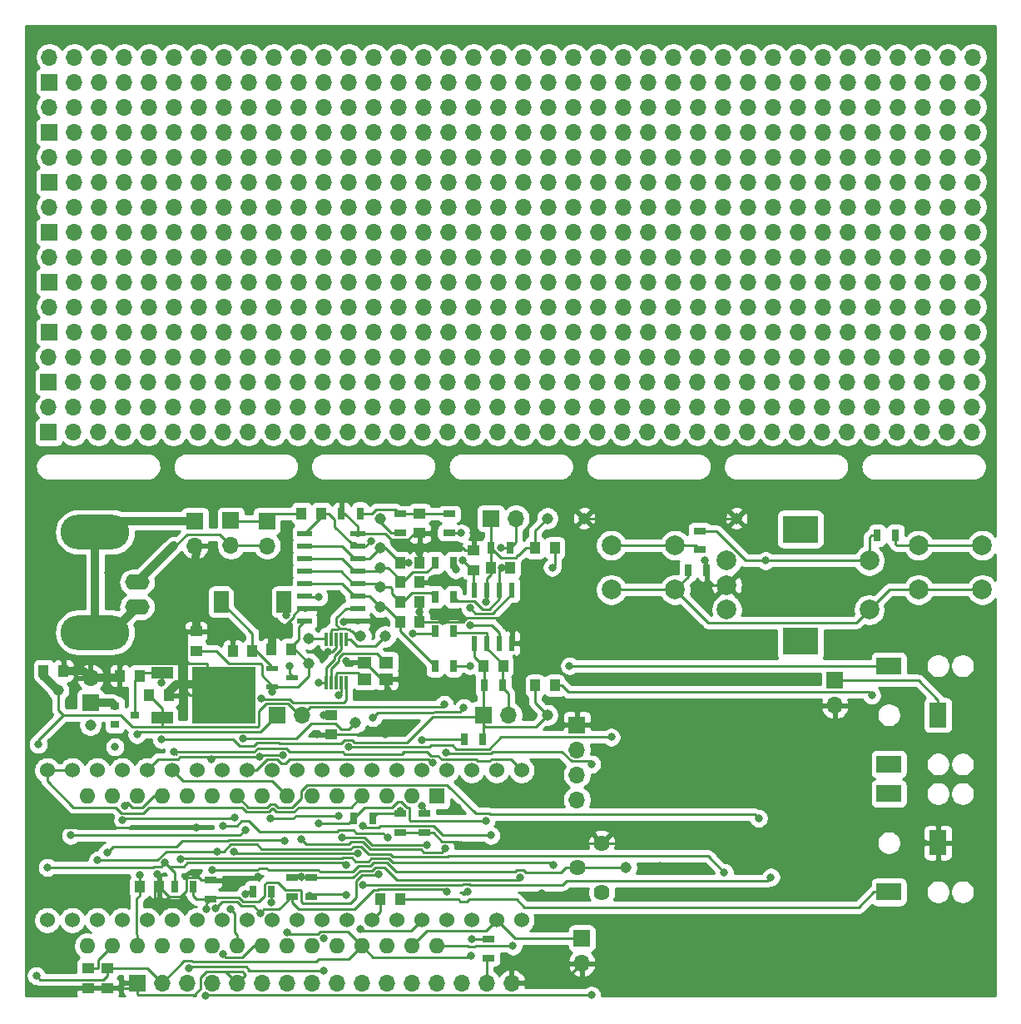
<source format=gbr>
G04 #@! TF.GenerationSoftware,KiCad,Pcbnew,5.1.5+dfsg1-2build2*
G04 #@! TF.CreationDate,2020-07-12T21:20:54-07:00*
G04 #@! TF.ProjectId,muSDRx,6d755344-5278-42e6-9b69-6361645f7063,0.1*
G04 #@! TF.SameCoordinates,Original*
G04 #@! TF.FileFunction,Copper,L1,Top*
G04 #@! TF.FilePolarity,Positive*
%FSLAX46Y46*%
G04 Gerber Fmt 4.6, Leading zero omitted, Abs format (unit mm)*
G04 Created by KiCad (PCBNEW 5.1.5+dfsg1-2build2) date 2020-07-12 21:20:54*
%MOMM*%
%LPD*%
G04 APERTURE LIST*
%ADD10O,1.700000X1.700000*%
%ADD11R,1.700000X1.700000*%
%ADD12C,1.524000*%
%ADD13R,1.300000X0.700000*%
%ADD14R,1.250000X1.000000*%
%ADD15R,1.600000X1.600000*%
%ADD16O,1.600000X1.600000*%
%ADD17R,1.000000X1.250000*%
%ADD18R,1.800000X2.500000*%
%ADD19R,2.500000X1.800000*%
%ADD20R,0.900000X0.800000*%
%ADD21R,1.500000X2.200000*%
%ADD22O,7.000240X3.500120*%
%ADD23O,2.499360X1.600200*%
%ADD24R,1.300000X0.600000*%
%ADD25R,0.700000X1.300000*%
%ADD26C,1.620000*%
%ADD27R,3.600000X2.800000*%
%ADD28C,2.000000*%
%ADD29C,1.143000*%
%ADD30R,0.300000X1.400000*%
%ADD31R,1.500000X0.600000*%
%ADD32R,0.600000X1.550000*%
%ADD33R,2.200000X1.200000*%
%ADD34R,6.400000X5.800000*%
%ADD35R,3.050000X2.750000*%
%ADD36R,1.400000X1.200000*%
%ADD37C,0.800000*%
%ADD38C,0.250000*%
%ADD39C,0.830000*%
%ADD40C,0.254000*%
G04 APERTURE END LIST*
D10*
X147066000Y-53848000D03*
X147066000Y-56388000D03*
X144526000Y-53848000D03*
X144526000Y-56388000D03*
X141986000Y-53848000D03*
X141986000Y-56388000D03*
X139446000Y-53848000D03*
X139446000Y-56388000D03*
X136906000Y-53848000D03*
X136906000Y-56388000D03*
X134366000Y-53848000D03*
X134366000Y-56388000D03*
X131826000Y-53848000D03*
X131826000Y-56388000D03*
X129286000Y-53848000D03*
X129286000Y-56388000D03*
X126746000Y-53848000D03*
X126746000Y-56388000D03*
X124206000Y-53848000D03*
X124206000Y-56388000D03*
X121666000Y-53848000D03*
X121666000Y-56388000D03*
X119126000Y-53848000D03*
X119126000Y-56388000D03*
X116586000Y-53848000D03*
X116586000Y-56388000D03*
X114046000Y-53848000D03*
X114046000Y-56388000D03*
X111506000Y-53848000D03*
X111506000Y-56388000D03*
X108966000Y-53848000D03*
X108966000Y-56388000D03*
X106426000Y-53848000D03*
X106426000Y-56388000D03*
X103886000Y-53848000D03*
X103886000Y-56388000D03*
X101346000Y-53848000D03*
X101346000Y-56388000D03*
X98806000Y-53848000D03*
X98806000Y-56388000D03*
X96266000Y-53848000D03*
X96266000Y-56388000D03*
X93726000Y-53848000D03*
X93726000Y-56388000D03*
X91186000Y-53848000D03*
X91186000Y-56388000D03*
X88646000Y-53848000D03*
X88646000Y-56388000D03*
X86106000Y-53848000D03*
X86106000Y-56388000D03*
X83566000Y-53848000D03*
X83566000Y-56388000D03*
X81026000Y-53848000D03*
X81026000Y-56388000D03*
X78486000Y-53848000D03*
X78486000Y-56388000D03*
X75946000Y-53848000D03*
X75946000Y-56388000D03*
X73406000Y-53848000D03*
X73406000Y-56388000D03*
X70866000Y-53848000D03*
X70866000Y-56388000D03*
X68326000Y-53848000D03*
X68326000Y-56388000D03*
X65786000Y-53848000D03*
X65786000Y-56388000D03*
X63246000Y-53848000D03*
X63246000Y-56388000D03*
X60706000Y-53848000D03*
X60706000Y-56388000D03*
X58166000Y-53848000D03*
X58166000Y-56388000D03*
X55626000Y-53848000D03*
X55626000Y-56388000D03*
X53086000Y-53848000D03*
D11*
X53086000Y-56388000D03*
X53086000Y-61468000D03*
D10*
X53086000Y-58928000D03*
X55626000Y-61468000D03*
X55626000Y-58928000D03*
X58166000Y-61468000D03*
X58166000Y-58928000D03*
X60706000Y-61468000D03*
X60706000Y-58928000D03*
X63246000Y-61468000D03*
X63246000Y-58928000D03*
X65786000Y-61468000D03*
X65786000Y-58928000D03*
X68326000Y-61468000D03*
X68326000Y-58928000D03*
X70866000Y-61468000D03*
X70866000Y-58928000D03*
X73406000Y-61468000D03*
X73406000Y-58928000D03*
X75946000Y-61468000D03*
X75946000Y-58928000D03*
X78486000Y-61468000D03*
X78486000Y-58928000D03*
X81026000Y-61468000D03*
X81026000Y-58928000D03*
X83566000Y-61468000D03*
X83566000Y-58928000D03*
X86106000Y-61468000D03*
X86106000Y-58928000D03*
X88646000Y-61468000D03*
X88646000Y-58928000D03*
X91186000Y-61468000D03*
X91186000Y-58928000D03*
X93726000Y-61468000D03*
X93726000Y-58928000D03*
X96266000Y-61468000D03*
X96266000Y-58928000D03*
X98806000Y-61468000D03*
X98806000Y-58928000D03*
X101346000Y-61468000D03*
X101346000Y-58928000D03*
X103886000Y-61468000D03*
X103886000Y-58928000D03*
X106426000Y-61468000D03*
X106426000Y-58928000D03*
X108966000Y-61468000D03*
X108966000Y-58928000D03*
X111506000Y-61468000D03*
X111506000Y-58928000D03*
X114046000Y-61468000D03*
X114046000Y-58928000D03*
X116586000Y-61468000D03*
X116586000Y-58928000D03*
X119126000Y-61468000D03*
X119126000Y-58928000D03*
X121666000Y-61468000D03*
X121666000Y-58928000D03*
X124206000Y-61468000D03*
X124206000Y-58928000D03*
X126746000Y-61468000D03*
X126746000Y-58928000D03*
X129286000Y-61468000D03*
X129286000Y-58928000D03*
X131826000Y-61468000D03*
X131826000Y-58928000D03*
X134366000Y-61468000D03*
X134366000Y-58928000D03*
X136906000Y-61468000D03*
X136906000Y-58928000D03*
X139446000Y-61468000D03*
X139446000Y-58928000D03*
X141986000Y-61468000D03*
X141986000Y-58928000D03*
X144526000Y-61468000D03*
X144526000Y-58928000D03*
X147066000Y-61468000D03*
X147066000Y-58928000D03*
X147066000Y-64008000D03*
X147066000Y-66548000D03*
X144526000Y-64008000D03*
X144526000Y-66548000D03*
X141986000Y-64008000D03*
X141986000Y-66548000D03*
X139446000Y-64008000D03*
X139446000Y-66548000D03*
X136906000Y-64008000D03*
X136906000Y-66548000D03*
X134366000Y-64008000D03*
X134366000Y-66548000D03*
X131826000Y-64008000D03*
X131826000Y-66548000D03*
X129286000Y-64008000D03*
X129286000Y-66548000D03*
X126746000Y-64008000D03*
X126746000Y-66548000D03*
X124206000Y-64008000D03*
X124206000Y-66548000D03*
X121666000Y-64008000D03*
X121666000Y-66548000D03*
X119126000Y-64008000D03*
X119126000Y-66548000D03*
X116586000Y-64008000D03*
X116586000Y-66548000D03*
X114046000Y-64008000D03*
X114046000Y-66548000D03*
X111506000Y-64008000D03*
X111506000Y-66548000D03*
X108966000Y-64008000D03*
X108966000Y-66548000D03*
X106426000Y-64008000D03*
X106426000Y-66548000D03*
X103886000Y-64008000D03*
X103886000Y-66548000D03*
X101346000Y-64008000D03*
X101346000Y-66548000D03*
X98806000Y-64008000D03*
X98806000Y-66548000D03*
X96266000Y-64008000D03*
X96266000Y-66548000D03*
X93726000Y-64008000D03*
X93726000Y-66548000D03*
X91186000Y-64008000D03*
X91186000Y-66548000D03*
X88646000Y-64008000D03*
X88646000Y-66548000D03*
X86106000Y-64008000D03*
X86106000Y-66548000D03*
X83566000Y-64008000D03*
X83566000Y-66548000D03*
X81026000Y-64008000D03*
X81026000Y-66548000D03*
X78486000Y-64008000D03*
X78486000Y-66548000D03*
X75946000Y-64008000D03*
X75946000Y-66548000D03*
X73406000Y-64008000D03*
X73406000Y-66548000D03*
X70866000Y-64008000D03*
X70866000Y-66548000D03*
X68326000Y-64008000D03*
X68326000Y-66548000D03*
X65786000Y-64008000D03*
X65786000Y-66548000D03*
X63246000Y-64008000D03*
X63246000Y-66548000D03*
X60706000Y-64008000D03*
X60706000Y-66548000D03*
X58166000Y-64008000D03*
X58166000Y-66548000D03*
X55626000Y-64008000D03*
X55626000Y-66548000D03*
X53086000Y-64008000D03*
D11*
X53086000Y-66548000D03*
X53086000Y-71628000D03*
D10*
X53086000Y-69088000D03*
X55626000Y-71628000D03*
X55626000Y-69088000D03*
X58166000Y-71628000D03*
X58166000Y-69088000D03*
X60706000Y-71628000D03*
X60706000Y-69088000D03*
X63246000Y-71628000D03*
X63246000Y-69088000D03*
X65786000Y-71628000D03*
X65786000Y-69088000D03*
X68326000Y-71628000D03*
X68326000Y-69088000D03*
X70866000Y-71628000D03*
X70866000Y-69088000D03*
X73406000Y-71628000D03*
X73406000Y-69088000D03*
X75946000Y-71628000D03*
X75946000Y-69088000D03*
X78486000Y-71628000D03*
X78486000Y-69088000D03*
X81026000Y-71628000D03*
X81026000Y-69088000D03*
X83566000Y-71628000D03*
X83566000Y-69088000D03*
X86106000Y-71628000D03*
X86106000Y-69088000D03*
X88646000Y-71628000D03*
X88646000Y-69088000D03*
X91186000Y-71628000D03*
X91186000Y-69088000D03*
X93726000Y-71628000D03*
X93726000Y-69088000D03*
X96266000Y-71628000D03*
X96266000Y-69088000D03*
X98806000Y-71628000D03*
X98806000Y-69088000D03*
X101346000Y-71628000D03*
X101346000Y-69088000D03*
X103886000Y-71628000D03*
X103886000Y-69088000D03*
X106426000Y-71628000D03*
X106426000Y-69088000D03*
X108966000Y-71628000D03*
X108966000Y-69088000D03*
X111506000Y-71628000D03*
X111506000Y-69088000D03*
X114046000Y-71628000D03*
X114046000Y-69088000D03*
X116586000Y-71628000D03*
X116586000Y-69088000D03*
X119126000Y-71628000D03*
X119126000Y-69088000D03*
X121666000Y-71628000D03*
X121666000Y-69088000D03*
X124206000Y-71628000D03*
X124206000Y-69088000D03*
X126746000Y-71628000D03*
X126746000Y-69088000D03*
X129286000Y-71628000D03*
X129286000Y-69088000D03*
X131826000Y-71628000D03*
X131826000Y-69088000D03*
X134366000Y-71628000D03*
X134366000Y-69088000D03*
X136906000Y-71628000D03*
X136906000Y-69088000D03*
X139446000Y-71628000D03*
X139446000Y-69088000D03*
X141986000Y-71628000D03*
X141986000Y-69088000D03*
X144526000Y-71628000D03*
X144526000Y-69088000D03*
X147066000Y-71628000D03*
X147066000Y-69088000D03*
X147066000Y-74168000D03*
X147066000Y-76708000D03*
X144526000Y-74168000D03*
X144526000Y-76708000D03*
X141986000Y-74168000D03*
X141986000Y-76708000D03*
X139446000Y-74168000D03*
X139446000Y-76708000D03*
X136906000Y-74168000D03*
X136906000Y-76708000D03*
X134366000Y-74168000D03*
X134366000Y-76708000D03*
X131826000Y-74168000D03*
X131826000Y-76708000D03*
X129286000Y-74168000D03*
X129286000Y-76708000D03*
X126746000Y-74168000D03*
X126746000Y-76708000D03*
X124206000Y-74168000D03*
X124206000Y-76708000D03*
X121666000Y-74168000D03*
X121666000Y-76708000D03*
X119126000Y-74168000D03*
X119126000Y-76708000D03*
X116586000Y-74168000D03*
X116586000Y-76708000D03*
X114046000Y-74168000D03*
X114046000Y-76708000D03*
X111506000Y-74168000D03*
X111506000Y-76708000D03*
X108966000Y-74168000D03*
X108966000Y-76708000D03*
X106426000Y-74168000D03*
X106426000Y-76708000D03*
X103886000Y-74168000D03*
X103886000Y-76708000D03*
X101346000Y-74168000D03*
X101346000Y-76708000D03*
X98806000Y-74168000D03*
X98806000Y-76708000D03*
X96266000Y-74168000D03*
X96266000Y-76708000D03*
X93726000Y-74168000D03*
X93726000Y-76708000D03*
X91186000Y-74168000D03*
X91186000Y-76708000D03*
X88646000Y-74168000D03*
X88646000Y-76708000D03*
X86106000Y-74168000D03*
X86106000Y-76708000D03*
X83566000Y-74168000D03*
X83566000Y-76708000D03*
X81026000Y-74168000D03*
X81026000Y-76708000D03*
X78486000Y-74168000D03*
X78486000Y-76708000D03*
X75946000Y-74168000D03*
X75946000Y-76708000D03*
X73406000Y-74168000D03*
X73406000Y-76708000D03*
X70866000Y-74168000D03*
X70866000Y-76708000D03*
X68326000Y-74168000D03*
X68326000Y-76708000D03*
X65786000Y-74168000D03*
X65786000Y-76708000D03*
X63246000Y-74168000D03*
X63246000Y-76708000D03*
X60706000Y-74168000D03*
X60706000Y-76708000D03*
X58166000Y-74168000D03*
X58166000Y-76708000D03*
X55626000Y-74168000D03*
X55626000Y-76708000D03*
X53086000Y-74168000D03*
D11*
X53086000Y-76708000D03*
X53086000Y-81788000D03*
D10*
X53086000Y-79248000D03*
X55626000Y-81788000D03*
X55626000Y-79248000D03*
X58166000Y-81788000D03*
X58166000Y-79248000D03*
X60706000Y-81788000D03*
X60706000Y-79248000D03*
X63246000Y-81788000D03*
X63246000Y-79248000D03*
X65786000Y-81788000D03*
X65786000Y-79248000D03*
X68326000Y-81788000D03*
X68326000Y-79248000D03*
X70866000Y-81788000D03*
X70866000Y-79248000D03*
X73406000Y-81788000D03*
X73406000Y-79248000D03*
X75946000Y-81788000D03*
X75946000Y-79248000D03*
X78486000Y-81788000D03*
X78486000Y-79248000D03*
X81026000Y-81788000D03*
X81026000Y-79248000D03*
X83566000Y-81788000D03*
X83566000Y-79248000D03*
X86106000Y-81788000D03*
X86106000Y-79248000D03*
X88646000Y-81788000D03*
X88646000Y-79248000D03*
X91186000Y-81788000D03*
X91186000Y-79248000D03*
X93726000Y-81788000D03*
X93726000Y-79248000D03*
X96266000Y-81788000D03*
X96266000Y-79248000D03*
X98806000Y-81788000D03*
X98806000Y-79248000D03*
X101346000Y-81788000D03*
X101346000Y-79248000D03*
X103886000Y-81788000D03*
X103886000Y-79248000D03*
X106426000Y-81788000D03*
X106426000Y-79248000D03*
X108966000Y-81788000D03*
X108966000Y-79248000D03*
X111506000Y-81788000D03*
X111506000Y-79248000D03*
X114046000Y-81788000D03*
X114046000Y-79248000D03*
X116586000Y-81788000D03*
X116586000Y-79248000D03*
X119126000Y-81788000D03*
X119126000Y-79248000D03*
X121666000Y-81788000D03*
X121666000Y-79248000D03*
X124206000Y-81788000D03*
X124206000Y-79248000D03*
X126746000Y-81788000D03*
X126746000Y-79248000D03*
X129286000Y-81788000D03*
X129286000Y-79248000D03*
X131826000Y-81788000D03*
X131826000Y-79248000D03*
X134366000Y-81788000D03*
X134366000Y-79248000D03*
X136906000Y-81788000D03*
X136906000Y-79248000D03*
X139446000Y-81788000D03*
X139446000Y-79248000D03*
X141986000Y-81788000D03*
X141986000Y-79248000D03*
X144526000Y-81788000D03*
X144526000Y-79248000D03*
X147066000Y-81788000D03*
X147066000Y-79248000D03*
X146980000Y-84328000D03*
X146980000Y-86868000D03*
X144440000Y-84328000D03*
X144440000Y-86868000D03*
X141900000Y-84328000D03*
X141900000Y-86868000D03*
X139360000Y-84328000D03*
X139360000Y-86868000D03*
X136820000Y-84328000D03*
X136820000Y-86868000D03*
X134280000Y-84328000D03*
X134280000Y-86868000D03*
X131740000Y-84328000D03*
X131740000Y-86868000D03*
X129200000Y-84328000D03*
X129200000Y-86868000D03*
X126660000Y-84328000D03*
X126660000Y-86868000D03*
X124120000Y-84328000D03*
X124120000Y-86868000D03*
X121580000Y-84328000D03*
X121580000Y-86868000D03*
X119040000Y-84328000D03*
X119040000Y-86868000D03*
X116500000Y-84328000D03*
X116500000Y-86868000D03*
X113960000Y-84328000D03*
X113960000Y-86868000D03*
X111420000Y-84328000D03*
X111420000Y-86868000D03*
X108880000Y-84328000D03*
X108880000Y-86868000D03*
X106340000Y-84328000D03*
X106340000Y-86868000D03*
X103800000Y-84328000D03*
X103800000Y-86868000D03*
X101260000Y-84328000D03*
X101260000Y-86868000D03*
X98720000Y-84328000D03*
X98720000Y-86868000D03*
X96180000Y-84328000D03*
X96180000Y-86868000D03*
X93640000Y-84328000D03*
X93640000Y-86868000D03*
X91100000Y-84328000D03*
X91100000Y-86868000D03*
X88560000Y-84328000D03*
X88560000Y-86868000D03*
X86020000Y-84328000D03*
X86020000Y-86868000D03*
X83480000Y-84328000D03*
X83480000Y-86868000D03*
X80940000Y-84328000D03*
X80940000Y-86868000D03*
X78400000Y-84328000D03*
X78400000Y-86868000D03*
X75860000Y-84328000D03*
X75860000Y-86868000D03*
X73320000Y-84328000D03*
X73320000Y-86868000D03*
X70780000Y-84328000D03*
X70780000Y-86868000D03*
X68240000Y-84328000D03*
X68240000Y-86868000D03*
X65700000Y-84328000D03*
X65700000Y-86868000D03*
X63160000Y-84328000D03*
X63160000Y-86868000D03*
X60620000Y-84328000D03*
X60620000Y-86868000D03*
X58080000Y-84328000D03*
X58080000Y-86868000D03*
X55540000Y-84328000D03*
X55540000Y-86868000D03*
X53000000Y-84328000D03*
D11*
X53000000Y-86868000D03*
X53000000Y-92000000D03*
D10*
X53000000Y-89460000D03*
X55540000Y-92000000D03*
X55540000Y-89460000D03*
X58080000Y-92000000D03*
X58080000Y-89460000D03*
X60620000Y-92000000D03*
X60620000Y-89460000D03*
X63160000Y-92000000D03*
X63160000Y-89460000D03*
X65700000Y-92000000D03*
X65700000Y-89460000D03*
X68240000Y-92000000D03*
X68240000Y-89460000D03*
X70780000Y-92000000D03*
X70780000Y-89460000D03*
X73320000Y-92000000D03*
X73320000Y-89460000D03*
X75860000Y-92000000D03*
X75860000Y-89460000D03*
X78400000Y-92000000D03*
X78400000Y-89460000D03*
X80940000Y-92000000D03*
X80940000Y-89460000D03*
X83480000Y-92000000D03*
X83480000Y-89460000D03*
X86020000Y-92000000D03*
X86020000Y-89460000D03*
X88560000Y-92000000D03*
X88560000Y-89460000D03*
X91100000Y-92000000D03*
X91100000Y-89460000D03*
X93640000Y-92000000D03*
X93640000Y-89460000D03*
X96180000Y-92000000D03*
X96180000Y-89460000D03*
X98720000Y-92000000D03*
X98720000Y-89460000D03*
X101260000Y-92000000D03*
X101260000Y-89460000D03*
X103800000Y-92000000D03*
X103800000Y-89460000D03*
X106340000Y-92000000D03*
X106340000Y-89460000D03*
X108880000Y-92000000D03*
X108880000Y-89460000D03*
X111420000Y-92000000D03*
X111420000Y-89460000D03*
X113960000Y-92000000D03*
X113960000Y-89460000D03*
X116500000Y-92000000D03*
X116500000Y-89460000D03*
X119040000Y-92000000D03*
X119040000Y-89460000D03*
X121580000Y-92000000D03*
X121580000Y-89460000D03*
X124120000Y-92000000D03*
X124120000Y-89460000D03*
X126660000Y-92000000D03*
X126660000Y-89460000D03*
X129200000Y-92000000D03*
X129200000Y-89460000D03*
X131740000Y-92000000D03*
X131740000Y-89460000D03*
X134280000Y-92000000D03*
X134280000Y-89460000D03*
X136820000Y-92000000D03*
X136820000Y-89460000D03*
X139360000Y-92000000D03*
X139360000Y-89460000D03*
X141900000Y-92000000D03*
X141900000Y-89460000D03*
X144440000Y-92000000D03*
X144440000Y-89460000D03*
X146980000Y-92000000D03*
X146980000Y-89460000D03*
D12*
X96050000Y-141620000D03*
X52870000Y-126380000D03*
X55410000Y-126380000D03*
X57950000Y-126380000D03*
X60490000Y-126380000D03*
X63030000Y-126380000D03*
X65570000Y-126380000D03*
X68110000Y-126380000D03*
X70650000Y-126380000D03*
X73190000Y-126380000D03*
X75730000Y-126380000D03*
X78270000Y-126380000D03*
X80810000Y-126380000D03*
X83350000Y-126380000D03*
X85890000Y-126380000D03*
X88430000Y-126380000D03*
X90970000Y-126380000D03*
X93510000Y-126380000D03*
X96050000Y-126380000D03*
X98590000Y-126380000D03*
X101130000Y-126380000D03*
X101130000Y-141620000D03*
X98590000Y-141620000D03*
X93510000Y-141620000D03*
X90970000Y-141620000D03*
X88430000Y-141620000D03*
X85890000Y-141620000D03*
X83350000Y-141620000D03*
X80810000Y-141620000D03*
X78270000Y-141620000D03*
X75730000Y-141620000D03*
X73190000Y-141620000D03*
X70650000Y-141620000D03*
X68110000Y-141620000D03*
X65570000Y-141620000D03*
X63030000Y-141620000D03*
X60490000Y-141620000D03*
X57950000Y-141620000D03*
X55410000Y-141620000D03*
X52870000Y-141620000D03*
D13*
X97750000Y-143550000D03*
X97750000Y-145450000D03*
D14*
X81750000Y-122750000D03*
X81750000Y-120750000D03*
D15*
X92500000Y-129000000D03*
D16*
X59480000Y-144240000D03*
X89960000Y-129000000D03*
X62020000Y-144240000D03*
X87420000Y-129000000D03*
X64560000Y-144240000D03*
X84880000Y-129000000D03*
X67100000Y-144240000D03*
X82340000Y-129000000D03*
X69640000Y-144240000D03*
X79800000Y-129000000D03*
X72180000Y-144240000D03*
X77260000Y-129000000D03*
X74720000Y-144240000D03*
X74720000Y-129000000D03*
X77260000Y-144240000D03*
X72180000Y-129000000D03*
X79800000Y-144240000D03*
X69640000Y-129000000D03*
X82340000Y-144240000D03*
X67100000Y-129000000D03*
X84880000Y-144240000D03*
X64560000Y-129000000D03*
X87420000Y-144240000D03*
X62020000Y-129000000D03*
X89960000Y-144240000D03*
X59480000Y-129000000D03*
X92500000Y-144240000D03*
X56940000Y-129000000D03*
X56940000Y-144240000D03*
D17*
X62250000Y-116750000D03*
X60250000Y-116750000D03*
X71750000Y-114250000D03*
X73750000Y-114250000D03*
D14*
X68000000Y-112250000D03*
X68000000Y-114250000D03*
D17*
X63250000Y-118750000D03*
X65250000Y-118750000D03*
X80750000Y-100250000D03*
X78750000Y-100250000D03*
D14*
X90750000Y-102250000D03*
X90750000Y-100250000D03*
X59000000Y-148500000D03*
X59000000Y-146500000D03*
X57000000Y-146500000D03*
X57000000Y-148500000D03*
D17*
X62250000Y-138250000D03*
X64250000Y-138250000D03*
X90750000Y-111250000D03*
X88750000Y-111250000D03*
X88750000Y-109250000D03*
X90750000Y-109250000D03*
X77660000Y-114040000D03*
X75660000Y-114040000D03*
X88750000Y-107250000D03*
X90750000Y-107250000D03*
X88750000Y-105250000D03*
X90750000Y-105250000D03*
X88750000Y-139500000D03*
X86750000Y-139500000D03*
D11*
X97250000Y-120750000D03*
D10*
X99790000Y-120750000D03*
D17*
X99250000Y-115750000D03*
X97250000Y-115750000D03*
X100000000Y-105750000D03*
X98000000Y-105750000D03*
D10*
X100540000Y-100750000D03*
D11*
X98000000Y-100750000D03*
D14*
X96250000Y-104000000D03*
X96250000Y-106000000D03*
D17*
X102500000Y-117750000D03*
X104500000Y-117750000D03*
X104500000Y-103750000D03*
X102500000Y-103750000D03*
X54500000Y-116250000D03*
X52500000Y-116250000D03*
D18*
X143500000Y-120750000D03*
D19*
X138500000Y-115750000D03*
X138500000Y-125750000D03*
X138500000Y-138750000D03*
X138500000Y-128750000D03*
D18*
X143500000Y-133750000D03*
D20*
X61750000Y-120750000D03*
X59750000Y-121700000D03*
X59750000Y-119800000D03*
D10*
X78790000Y-120750000D03*
D11*
X76250000Y-120750000D03*
X57250000Y-119500000D03*
D10*
X57250000Y-116960000D03*
D11*
X67910000Y-101000000D03*
D10*
X67910000Y-103540000D03*
D11*
X75220000Y-101000000D03*
D10*
X75220000Y-103540000D03*
D11*
X107250000Y-143460000D03*
D10*
X107250000Y-146000000D03*
X71550000Y-103530000D03*
D11*
X71550000Y-100990000D03*
X106750000Y-121750000D03*
D10*
X106750000Y-124290000D03*
X106750000Y-126830000D03*
X106750000Y-129370000D03*
X133000000Y-119790000D03*
D11*
X133000000Y-117250000D03*
D21*
X76950000Y-109250000D03*
X70550000Y-109250000D03*
D22*
X57736600Y-112347780D03*
X57736600Y-102149680D03*
D23*
X62001260Y-107250000D03*
X62001260Y-109749360D03*
D24*
X75710000Y-115990000D03*
X75710000Y-117890000D03*
X77810000Y-116940000D03*
D25*
X139200000Y-102500000D03*
X137300000Y-102500000D03*
D13*
X119250000Y-102050000D03*
X119250000Y-103950000D03*
X79750000Y-137300000D03*
X79750000Y-139200000D03*
D25*
X118050000Y-106000000D03*
X119950000Y-106000000D03*
D13*
X77750000Y-139200000D03*
X77750000Y-137300000D03*
D25*
X84700000Y-100250000D03*
X82800000Y-100250000D03*
D13*
X88750000Y-102200000D03*
X88750000Y-100300000D03*
X93750000Y-100300000D03*
X93750000Y-102200000D03*
D25*
X67700000Y-138250000D03*
X65800000Y-138250000D03*
D13*
X69500000Y-137550000D03*
X69500000Y-139450000D03*
D25*
X85950000Y-131250000D03*
X84050000Y-131250000D03*
D13*
X88750000Y-130800000D03*
X88750000Y-132700000D03*
D25*
X95300000Y-123250000D03*
X97200000Y-123250000D03*
D13*
X91250000Y-130800000D03*
X91250000Y-132700000D03*
D25*
X94200000Y-112250000D03*
X92300000Y-112250000D03*
X92300000Y-115750000D03*
X94200000Y-115750000D03*
X94200000Y-105250000D03*
X92300000Y-105250000D03*
X94200000Y-108750000D03*
X92300000Y-108750000D03*
X99950000Y-103750000D03*
X98050000Y-103750000D03*
X97300000Y-117750000D03*
X99200000Y-117750000D03*
X75700000Y-138750000D03*
X73800000Y-138750000D03*
D26*
X109300000Y-133800000D03*
X106800000Y-136300000D03*
X109300000Y-138800000D03*
D27*
X129500000Y-113250000D03*
X129500000Y-101850000D03*
D28*
X136500000Y-110050000D03*
X136500000Y-105050000D03*
X122000000Y-110050000D03*
X122000000Y-107550000D03*
X122000000Y-105050000D03*
D29*
X79500000Y-115500000D03*
X79500000Y-113000000D03*
X84750000Y-112750000D03*
X87250000Y-112750000D03*
X86750000Y-100750000D03*
X86750000Y-103750000D03*
X86750000Y-109750000D03*
X86750000Y-107750000D03*
X86750000Y-105750000D03*
X123000000Y-100750000D03*
X107500000Y-100750000D03*
X84250000Y-121500000D03*
X103750000Y-120750000D03*
X103750000Y-100750000D03*
X111750000Y-136250000D03*
X57250000Y-121750000D03*
X54000000Y-118250000D03*
D11*
X62000000Y-148000000D03*
D10*
X64540000Y-148000000D03*
X67080000Y-148000000D03*
X69620000Y-148000000D03*
X72160000Y-148000000D03*
X74700000Y-148000000D03*
X77240000Y-148000000D03*
X79780000Y-148000000D03*
X82320000Y-148000000D03*
X84860000Y-148000000D03*
X87400000Y-148000000D03*
X89940000Y-148000000D03*
X92480000Y-148000000D03*
X95020000Y-148000000D03*
X97560000Y-148000000D03*
X100100000Y-148000000D03*
D30*
X81250000Y-117450000D03*
X81750000Y-117450000D03*
X82250000Y-117450000D03*
X82750000Y-117450000D03*
X83250000Y-117450000D03*
X83250000Y-113050000D03*
X82750000Y-113050000D03*
X82250000Y-113050000D03*
X81750000Y-113050000D03*
X81250000Y-113050000D03*
D31*
X84450000Y-111195000D03*
X84450000Y-109925000D03*
X84450000Y-108655000D03*
X84450000Y-107385000D03*
X84450000Y-106115000D03*
X84450000Y-104845000D03*
X84450000Y-103575000D03*
X84450000Y-102305000D03*
X79050000Y-102305000D03*
X79050000Y-103575000D03*
X79050000Y-104845000D03*
X79050000Y-106115000D03*
X79050000Y-107385000D03*
X79050000Y-108655000D03*
X79050000Y-109925000D03*
X79050000Y-111195000D03*
D32*
X96345000Y-113450000D03*
X97615000Y-113450000D03*
X98885000Y-113450000D03*
X100155000Y-113450000D03*
X100155000Y-108050000D03*
X98885000Y-108050000D03*
X97615000Y-108050000D03*
X96345000Y-108050000D03*
D33*
X64550000Y-116470000D03*
X64550000Y-121030000D03*
D34*
X70850000Y-118750000D03*
D35*
X72525000Y-120275000D03*
X69175000Y-117225000D03*
X72525000Y-117225000D03*
X69175000Y-120275000D03*
D36*
X85150000Y-117100000D03*
X87350000Y-117100000D03*
X87350000Y-115400000D03*
X85150000Y-115400000D03*
D28*
X148000000Y-108000000D03*
X148000000Y-103500000D03*
X141500000Y-108000000D03*
X141500000Y-103500000D03*
X110250000Y-103500000D03*
X110250000Y-108000000D03*
X116750000Y-103500000D03*
X116750000Y-108000000D03*
D37*
X100250000Y-144250000D03*
X64500000Y-117500000D03*
X65750000Y-124500000D03*
X98000000Y-133000000D03*
X84985882Y-132029447D03*
X60750000Y-130000000D03*
X59750000Y-124000000D03*
X83250000Y-136000000D03*
X85000000Y-138000000D03*
X126500000Y-137250000D03*
X125950000Y-105050000D03*
X64840849Y-135793338D03*
X52879998Y-136250000D03*
X77500000Y-115750000D03*
X77248710Y-142840026D03*
X75623200Y-139807989D03*
X51750000Y-147250000D03*
X108250000Y-125750000D03*
X93440449Y-124567998D03*
X93253248Y-119674989D03*
X77147096Y-110577585D03*
X51945010Y-123750000D03*
X96050000Y-143550000D03*
X96000000Y-145250000D03*
X58000000Y-135500000D03*
X121750000Y-136750000D03*
X70159689Y-134611732D03*
X125250000Y-131250000D03*
X71963334Y-131213334D03*
X60535038Y-131450012D03*
X82524992Y-118736848D03*
X84750000Y-142500000D03*
X79561301Y-139149991D03*
X83274435Y-139049755D03*
X55250000Y-133000000D03*
X73000000Y-132431991D03*
X72750000Y-123150030D03*
X74579001Y-140891817D03*
X70752437Y-145090009D03*
X70012048Y-140416643D03*
X74650003Y-119040636D03*
X69589855Y-125225010D03*
X76847332Y-124863250D03*
X74460000Y-125015918D03*
X93500000Y-138725010D03*
X71500000Y-140500000D03*
X110250000Y-123000000D03*
X83500000Y-124000000D03*
X71877667Y-134611732D03*
X84427811Y-134829489D03*
X93378485Y-134325011D03*
X78669877Y-133399969D03*
X69017966Y-140525381D03*
X86617989Y-136950067D03*
X91517146Y-133992466D03*
X75537119Y-131294324D03*
X82500000Y-131000000D03*
X82873072Y-133199955D03*
X97500000Y-109250000D03*
X80500000Y-131750000D03*
X81000000Y-143500000D03*
X81000000Y-146750004D03*
X67250000Y-146500000D03*
X97489757Y-131514990D03*
X64500000Y-123250000D03*
X62250000Y-137000000D03*
X62000000Y-122750000D03*
X75750000Y-118399978D03*
X95150002Y-105000000D03*
X95000000Y-102250000D03*
X86000000Y-121000000D03*
X95250000Y-120000000D03*
X70750000Y-132000000D03*
X87500000Y-133250000D03*
X80500000Y-117500000D03*
X59000000Y-134750000D03*
X78750000Y-137200014D03*
X80975127Y-120750000D03*
X77038784Y-133569540D03*
X101000000Y-137274990D03*
X92103610Y-125625030D03*
X124000000Y-132250000D03*
X63834990Y-139750000D03*
X95000000Y-134000000D03*
X87250000Y-122750000D03*
X87500000Y-118250000D03*
X94424992Y-117500000D03*
X106750000Y-113750000D03*
X90750000Y-110250000D03*
X90750000Y-104250000D03*
X81750000Y-110000000D03*
X83000000Y-111250000D03*
X83250000Y-115250000D03*
X81450136Y-114347902D03*
X71750000Y-113000000D03*
X72525000Y-117225000D03*
X92000000Y-107000000D03*
X96250000Y-102250000D03*
X119750000Y-105000000D03*
X119750000Y-100750000D03*
X124000000Y-109750000D03*
X131500000Y-109500000D03*
X93074266Y-111175734D03*
X67980000Y-136999998D03*
X68060000Y-132190000D03*
X51220000Y-132220000D03*
X51060000Y-114710000D03*
X115200000Y-136100000D03*
X115200000Y-136100000D03*
X62400000Y-103900000D03*
X59100000Y-106300000D03*
X53300000Y-131100000D03*
X54500000Y-139300000D03*
X56500000Y-139300000D03*
X56500000Y-134500000D03*
X96200000Y-118900000D03*
X80300000Y-122700000D03*
X64030000Y-136900000D03*
X53370000Y-132140000D03*
X98500000Y-129100000D03*
X94600001Y-130199999D03*
X102000000Y-129000000D03*
X95900000Y-128300000D03*
X74280000Y-137220000D03*
X115000000Y-133800000D03*
X102000000Y-133900000D03*
X106900000Y-138800000D03*
X103200000Y-138900000D03*
X95600000Y-138700000D03*
X85780178Y-103030000D03*
X89649998Y-105250000D03*
X90037653Y-112462347D03*
X99037654Y-103712348D03*
X99100002Y-105750000D03*
X136750000Y-118750000D03*
X104250000Y-105750000D03*
X106000000Y-115750000D03*
X108250000Y-149250000D03*
X68975700Y-149298993D03*
X66420000Y-135440000D03*
X104389989Y-136029440D03*
X88791878Y-130522200D03*
X91000000Y-130000000D03*
X90987340Y-123274990D03*
X95875012Y-115750000D03*
X95935015Y-111624995D03*
X95875004Y-109875011D03*
X94424992Y-105980592D03*
X73047235Y-138937499D03*
X69619548Y-136511763D03*
X80500000Y-108750000D03*
D38*
X62530000Y-116470000D02*
X62250000Y-116750000D01*
X64550000Y-116470000D02*
X62530000Y-116470000D01*
X61750000Y-117250000D02*
X62250000Y-116750000D01*
X61750000Y-120750000D02*
X61750000Y-117250000D01*
X64550000Y-117450000D02*
X64500000Y-117500000D01*
X64550000Y-116470000D02*
X64550000Y-117450000D01*
X65750000Y-124500000D02*
X66000000Y-124750000D01*
X101130000Y-126380000D02*
X100042999Y-125292999D01*
X96627200Y-125400022D02*
X96520177Y-125292999D01*
X92622801Y-124900020D02*
X91877199Y-124900020D01*
X100042999Y-125292999D02*
X98014825Y-125292999D01*
X96520177Y-125292999D02*
X93015780Y-125292999D01*
X91877199Y-124900020D02*
X91477179Y-124500000D01*
X98014825Y-125292999D02*
X97907802Y-125400022D01*
X93015780Y-125292999D02*
X92622801Y-124900020D01*
X91477179Y-124500000D02*
X89000000Y-124500000D01*
X97907802Y-125400022D02*
X96627200Y-125400022D01*
X77557084Y-124500000D02*
X82926996Y-124500000D01*
X77195333Y-124138249D02*
X77557084Y-124500000D01*
X83151998Y-124725002D02*
X88964324Y-124725002D01*
X73902916Y-124500000D02*
X74264667Y-124138249D01*
X82926996Y-124500000D02*
X83151998Y-124725002D01*
X88964324Y-124725002D02*
X89189326Y-124500000D01*
X74264667Y-124138249D02*
X77195333Y-124138249D01*
X65750000Y-124500000D02*
X73902916Y-124500000D01*
X92500000Y-144240000D02*
X95666996Y-144240000D01*
X95666996Y-144240000D02*
X95701998Y-144275002D01*
X95701998Y-144275002D02*
X96398002Y-144275002D01*
X96398002Y-144275002D02*
X96433004Y-144240000D01*
X96433004Y-144240000D02*
X100240000Y-144240000D01*
X100240000Y-144240000D02*
X100250000Y-144250000D01*
X100430000Y-143460000D02*
X98590000Y-141620000D01*
X107250000Y-143460000D02*
X100430000Y-143460000D01*
X90759999Y-143440001D02*
X89960000Y-144240000D01*
X91492999Y-142707001D02*
X90759999Y-143440001D01*
X97502999Y-142707001D02*
X91492999Y-142707001D01*
X98590000Y-141620000D02*
X97502999Y-142707001D01*
X53947630Y-126380000D02*
X55410000Y-126380000D01*
X52870000Y-126380000D02*
X53947630Y-126380000D01*
X75848001Y-130274999D02*
X76148013Y-130575012D01*
X52870000Y-127457630D02*
X55537371Y-130125001D01*
X77986401Y-130575012D02*
X78436412Y-130125001D01*
X76148013Y-130575012D02*
X77986401Y-130575012D01*
X73118601Y-130575012D02*
X75446401Y-130575012D01*
X75446401Y-130575012D02*
X75746413Y-130274999D01*
X78436412Y-130125001D02*
X83754999Y-130125001D01*
X83754999Y-130125001D02*
X84880000Y-129000000D01*
X75746413Y-130274999D02*
X75848001Y-130274999D01*
X60401998Y-130725002D02*
X62596410Y-130725002D01*
X52870000Y-126380000D02*
X52870000Y-127457630D01*
X72668591Y-130125001D02*
X73118601Y-130575012D01*
X63196411Y-130125001D02*
X72668591Y-130125001D01*
X59801997Y-130125001D02*
X60401998Y-130725002D01*
X62596410Y-130725002D02*
X63196411Y-130125001D01*
X55537371Y-130125001D02*
X59801997Y-130125001D01*
X86560001Y-132225001D02*
X85181436Y-132225001D01*
X86760003Y-132024999D02*
X86560001Y-132225001D01*
X93135002Y-133000000D02*
X92160001Y-132024999D01*
X92160001Y-132024999D02*
X86760003Y-132024999D01*
X85181436Y-132225001D02*
X84985882Y-132029447D01*
X98000000Y-133000000D02*
X93135002Y-133000000D01*
X136700000Y-102500000D02*
X137300000Y-102500000D01*
X136500000Y-102700000D02*
X136700000Y-102500000D01*
X136500000Y-105050000D02*
X136500000Y-102700000D01*
X120961002Y-102050000D02*
X123961002Y-105050000D01*
X135085787Y-105050000D02*
X136500000Y-105050000D01*
X119250000Y-102050000D02*
X120961002Y-102050000D01*
X62560001Y-130125001D02*
X61479999Y-130125001D01*
X61052499Y-129697501D02*
X60750000Y-130000000D01*
X61479999Y-130125001D02*
X61052499Y-129697501D01*
X63685002Y-129000000D02*
X62560001Y-130125001D01*
X64560000Y-129000000D02*
X63685002Y-129000000D01*
X125950000Y-105050000D02*
X135085787Y-105050000D01*
X123961002Y-105050000D02*
X125950000Y-105050000D01*
X65800000Y-136752489D02*
X64840849Y-135793338D01*
X65212512Y-136165001D02*
X64840849Y-135793338D01*
X65800000Y-138250000D02*
X65800000Y-136752489D01*
X83036753Y-135786753D02*
X67146249Y-135786753D01*
X83250000Y-136000000D02*
X83036753Y-135786753D01*
X67146249Y-135786753D02*
X66768001Y-136165001D01*
X66768001Y-136165001D02*
X65212512Y-136165001D01*
X63681999Y-136174999D02*
X63606998Y-136250000D01*
X64459188Y-136174999D02*
X63681999Y-136174999D01*
X64840849Y-135793338D02*
X64459188Y-136174999D01*
X63606998Y-136250000D02*
X53000000Y-136250000D01*
X53000000Y-136250000D02*
X52879998Y-136250000D01*
X95848001Y-137974999D02*
X95873002Y-138000000D01*
X95873002Y-138000000D02*
X105320198Y-138000000D01*
X95126998Y-138000000D02*
X95151999Y-137974999D01*
X85000000Y-138000000D02*
X95126998Y-138000000D01*
X95151999Y-137974999D02*
X95848001Y-137974999D01*
X105320198Y-138000000D02*
X105705199Y-137614999D01*
X105705199Y-137614999D02*
X126135001Y-137614999D01*
X126135001Y-137614999D02*
X126500000Y-137250000D01*
D39*
X52500000Y-116250000D02*
X52500000Y-116500000D01*
X52500000Y-116750000D02*
X54000000Y-118250000D01*
X52500000Y-116250000D02*
X52500000Y-116750000D01*
D38*
X64550000Y-120050000D02*
X63250000Y-118750000D01*
X64550000Y-121030000D02*
X64550000Y-120050000D01*
X77500000Y-116450000D02*
X77800000Y-116750000D01*
X77500000Y-115750000D02*
X77500000Y-116450000D01*
X63040000Y-146500000D02*
X64540000Y-148000000D01*
X59000000Y-146500000D02*
X63040000Y-146500000D01*
X84880000Y-144240000D02*
X83414999Y-142774999D01*
X80651999Y-142774999D02*
X80426998Y-143000000D01*
X83414999Y-142774999D02*
X80651999Y-142774999D01*
X80426998Y-143000000D02*
X77408684Y-143000000D01*
X77408684Y-143000000D02*
X77248710Y-142840026D01*
X80240596Y-145799989D02*
X80465597Y-145574988D01*
X72921424Y-145799989D02*
X80240596Y-145799989D01*
X72906401Y-145815012D02*
X72921424Y-145799989D01*
X67638016Y-145815012D02*
X72906401Y-145815012D01*
X80465597Y-145574988D02*
X83545012Y-145574988D01*
X67598002Y-145774998D02*
X67638016Y-145815012D01*
X64540000Y-148000000D02*
X66765002Y-145774998D01*
X66765002Y-145774998D02*
X67598002Y-145774998D01*
X83545012Y-145574988D02*
X84880000Y-144240000D01*
X75700000Y-138750000D02*
X75700000Y-139731189D01*
X75700000Y-139731189D02*
X75623200Y-139807989D01*
X61539999Y-121975001D02*
X60314998Y-120750000D01*
X60314998Y-120750000D02*
X54500000Y-120750000D01*
X64550000Y-121900002D02*
X64475001Y-121975001D01*
X64550000Y-121030000D02*
X64550000Y-121900002D01*
X64475001Y-121975001D02*
X61539999Y-121975001D01*
X54000000Y-120250000D02*
X54000000Y-118250000D01*
X54500000Y-120750000D02*
X54000000Y-120250000D01*
X59000000Y-147250000D02*
X59000000Y-146500000D01*
X58600001Y-147649999D02*
X59000000Y-147250000D01*
X52149999Y-147649999D02*
X58600001Y-147649999D01*
X51750000Y-147250000D02*
X52149999Y-147649999D01*
X78790000Y-120750000D02*
X78535002Y-120750000D01*
X78535002Y-120750000D02*
X77360001Y-119574999D01*
X77360001Y-119574999D02*
X75139999Y-119574999D01*
X75139999Y-119574999D02*
X74375001Y-120339997D01*
X74375001Y-120339997D02*
X74375001Y-121910001D01*
X74375001Y-121910001D02*
X74310001Y-121975001D01*
X74310001Y-121975001D02*
X64475001Y-121975001D01*
X107965001Y-125465001D02*
X106185999Y-125465001D01*
X108250000Y-125750000D02*
X107965001Y-125465001D01*
X106185999Y-125465001D02*
X105220998Y-124500000D01*
X105220998Y-124500000D02*
X98171413Y-124500000D01*
X98171413Y-124500000D02*
X97996401Y-124675012D01*
X97996401Y-124675012D02*
X93547463Y-124675012D01*
X93547463Y-124675012D02*
X93440449Y-124567998D01*
X78790000Y-120750000D02*
X79615001Y-119924999D01*
X79615001Y-119924999D02*
X93003238Y-119924999D01*
X93003238Y-119924999D02*
X93253248Y-119674989D01*
X76950000Y-109250000D02*
X76950000Y-110380489D01*
X76950000Y-110380489D02*
X77147096Y-110577585D01*
X54500000Y-120750000D02*
X51945010Y-123304990D01*
X51945010Y-123304990D02*
X51945010Y-123750000D01*
X97750000Y-143550000D02*
X96050000Y-143550000D01*
X95884999Y-145365001D02*
X96000000Y-145250000D01*
X84880000Y-144240000D02*
X86005001Y-145365001D01*
X86005001Y-145365001D02*
X95884999Y-145365001D01*
X96000010Y-145250010D02*
X96000000Y-145250000D01*
X58000000Y-135500000D02*
X64099144Y-135500000D01*
X64987412Y-134611732D02*
X70159689Y-134611732D01*
X64099144Y-135500000D02*
X64987412Y-134611732D01*
X70804663Y-134611732D02*
X70159689Y-134611732D01*
X74684230Y-134374976D02*
X74195984Y-133886730D01*
X120100000Y-135100000D02*
X93676498Y-135100000D01*
X93676498Y-135100000D02*
X93609020Y-135167478D01*
X88053686Y-135167478D02*
X87761232Y-134875024D01*
X87761232Y-134875024D02*
X85546348Y-134875024D01*
X85546348Y-134875024D02*
X84775812Y-134104488D01*
X121750000Y-136750000D02*
X120100000Y-135100000D01*
X84775812Y-134104488D02*
X84014916Y-134104488D01*
X84014916Y-134104488D02*
X83744428Y-134374976D01*
X83744428Y-134374976D02*
X74684230Y-134374976D01*
X74195984Y-133886730D02*
X71529665Y-133886730D01*
X93609020Y-135167478D02*
X88053686Y-135167478D01*
X71529665Y-133886730D02*
X70804663Y-134611732D01*
X71963334Y-131213334D02*
X71926668Y-131250000D01*
X60735050Y-131250000D02*
X60535038Y-131450012D01*
X71926668Y-131250000D02*
X60735050Y-131250000D01*
X78674999Y-128459999D02*
X78674999Y-129250003D01*
X125250000Y-131250000D02*
X124850001Y-130850001D01*
X124850001Y-130850001D02*
X97897772Y-130850001D01*
X77800000Y-130125001D02*
X76334413Y-130125001D01*
X93560001Y-127874999D02*
X79259999Y-127874999D01*
X79259999Y-127874999D02*
X78674999Y-128459999D01*
X76334413Y-130125001D02*
X76034401Y-129824988D01*
X73305001Y-130125001D02*
X72180000Y-129000000D01*
X97837759Y-130789988D02*
X96474990Y-130789988D01*
X75560014Y-129824988D02*
X75260001Y-130125001D01*
X75260001Y-130125001D02*
X73305001Y-130125001D01*
X78674999Y-129250003D02*
X77800000Y-130125001D01*
X96474990Y-130789988D02*
X93560001Y-127874999D01*
X76034401Y-129824988D02*
X75560014Y-129824988D01*
X97897772Y-130850001D02*
X97837759Y-130789988D01*
X82750000Y-118511840D02*
X82524992Y-118736848D01*
X82750000Y-117450000D02*
X82750000Y-118511840D01*
X90970000Y-141620000D02*
X89882999Y-142707001D01*
X89882999Y-142707001D02*
X84957001Y-142707001D01*
X84957001Y-142707001D02*
X84750000Y-142500000D01*
X79750000Y-139200000D02*
X79611310Y-139200000D01*
X79611310Y-139200000D02*
X79561301Y-139149991D01*
X79950000Y-139000000D02*
X83224680Y-139000000D01*
X83224680Y-139000000D02*
X83274435Y-139049755D01*
X79750000Y-139200000D02*
X79950000Y-139000000D01*
X55250000Y-133000000D02*
X71143573Y-133000000D01*
X71156865Y-132986708D02*
X72445283Y-132986708D01*
X71143573Y-133000000D02*
X71156865Y-132986708D01*
X72445283Y-132986708D02*
X73000000Y-132431991D01*
X82188590Y-121575001D02*
X79704001Y-121575001D01*
X84250000Y-121500000D02*
X83549989Y-122200011D01*
X83549989Y-122200011D02*
X82813600Y-122200011D01*
X82813600Y-122200011D02*
X82188590Y-121575001D01*
X79704001Y-121575001D02*
X78179022Y-123099980D01*
X78179022Y-123099980D02*
X72800050Y-123099980D01*
X72800050Y-123099980D02*
X72750000Y-123150030D01*
X71027429Y-145365001D02*
X70752437Y-145090009D01*
X72720001Y-145365001D02*
X71027429Y-145365001D01*
X73845002Y-144240000D02*
X72720001Y-145365001D01*
X74720000Y-144240000D02*
X73845002Y-144240000D01*
X76417001Y-140532999D02*
X74937819Y-140532999D01*
X77750000Y-139200000D02*
X76417001Y-140532999D01*
X74937819Y-140532999D02*
X74579001Y-140891817D01*
X77546401Y-119124988D02*
X74734355Y-119124988D01*
X83250000Y-119250000D02*
X83025012Y-119474988D01*
X77896401Y-119474988D02*
X77546401Y-119124988D01*
X83025012Y-119474988D02*
X77896401Y-119474988D01*
X74734355Y-119124988D02*
X74650003Y-119040636D01*
X83250000Y-117450000D02*
X83250000Y-119250000D01*
X69814865Y-125000000D02*
X74444082Y-125000000D01*
X66386410Y-125000000D02*
X69500000Y-125000000D01*
X64184999Y-125225001D02*
X66161409Y-125225001D01*
X69500000Y-125000000D02*
X69589855Y-125089855D01*
X63030000Y-126380000D02*
X64184999Y-125225001D01*
X66161409Y-125225001D02*
X66386410Y-125000000D01*
X74460000Y-125015918D02*
X74632930Y-124842988D01*
X76827070Y-124842988D02*
X76847332Y-124863250D01*
X74632930Y-124842988D02*
X76827070Y-124842988D01*
X69589855Y-125089855D02*
X69589855Y-125225010D01*
X74444082Y-125000000D02*
X74460000Y-125015918D01*
X69589855Y-125225010D02*
X69814865Y-125000000D01*
X86100001Y-138549999D02*
X86523003Y-138549999D01*
X84117001Y-140532999D02*
X86100001Y-138549999D01*
X93274990Y-138500000D02*
X93500000Y-138725010D01*
X77750000Y-139200000D02*
X77750000Y-139800000D01*
X77750000Y-139800000D02*
X78482999Y-140532999D01*
X78482999Y-140532999D02*
X84117001Y-140532999D01*
X86573002Y-138500000D02*
X93274990Y-138500000D01*
X86523003Y-138549999D02*
X86573002Y-138500000D01*
X72175323Y-139774999D02*
X72575336Y-140175012D01*
X70653692Y-139774999D02*
X72175323Y-139774999D01*
X73862198Y-140175012D02*
X74579001Y-140891817D01*
X70012048Y-140416643D02*
X70653692Y-139774999D01*
X72575336Y-140175012D02*
X73862198Y-140175012D01*
X77260000Y-129000000D02*
X75727001Y-127467001D01*
X75727001Y-127467001D02*
X66657001Y-127467001D01*
X66657001Y-127467001D02*
X65570000Y-126380000D01*
X135500001Y-111049999D02*
X136500000Y-110050000D01*
X135174999Y-111375001D02*
X135500001Y-111049999D01*
X120125001Y-111375001D02*
X135174999Y-111375001D01*
X116750000Y-108000000D02*
X120125001Y-111375001D01*
X138550000Y-108000000D02*
X141500000Y-108000000D01*
X136500000Y-110050000D02*
X138550000Y-108000000D01*
X141500000Y-108000000D02*
X148000000Y-108000000D01*
X83350000Y-126380000D02*
X83500000Y-126380000D01*
X72180000Y-143108630D02*
X72180000Y-144240000D01*
X71899999Y-142828629D02*
X72180000Y-143108630D01*
X71899999Y-140899999D02*
X71899999Y-142828629D01*
X71500000Y-140500000D02*
X71899999Y-140899999D01*
X99035002Y-123000000D02*
X97810001Y-124225001D01*
X97810001Y-124225001D02*
X94475001Y-124225001D01*
X110250000Y-123000000D02*
X99035002Y-123000000D01*
X94092988Y-123842988D02*
X91907012Y-123842988D01*
X94475001Y-124225001D02*
X94092988Y-123842988D01*
X91750000Y-124000000D02*
X83500000Y-124000000D01*
X91907012Y-123842988D02*
X91750000Y-124000000D01*
X71877667Y-134611732D02*
X72090922Y-134824987D01*
X84423309Y-134824987D02*
X84427811Y-134829489D01*
X72090922Y-134824987D02*
X84423309Y-134824987D01*
X111664213Y-108000000D02*
X116750000Y-108000000D01*
X110250000Y-108000000D02*
X111664213Y-108000000D01*
X118050000Y-106700000D02*
X118050000Y-106000000D01*
X116750000Y-108000000D02*
X118050000Y-106700000D01*
X93378485Y-134325011D02*
X92986029Y-134717467D01*
X83558028Y-133924965D02*
X79194873Y-133924965D01*
X91169145Y-134717467D02*
X90876691Y-134425013D01*
X92986029Y-134717467D02*
X91169145Y-134717467D01*
X83828516Y-133654477D02*
X83558028Y-133924965D01*
X79194873Y-133924965D02*
X78669877Y-133399969D01*
X84962212Y-133654477D02*
X83828516Y-133654477D01*
X85732748Y-134425013D02*
X84962212Y-133654477D01*
X90876691Y-134425013D02*
X85732748Y-134425013D01*
X68600000Y-139450000D02*
X69500000Y-139450000D01*
X68000000Y-139450000D02*
X68600000Y-139450000D01*
X67700000Y-139150000D02*
X68000000Y-139450000D01*
X67700000Y-138250000D02*
X67700000Y-139150000D01*
X69500000Y-139450000D02*
X69017966Y-139932034D01*
X69017966Y-139932034D02*
X69017966Y-140525381D01*
X75208005Y-137774999D02*
X76310001Y-137774999D01*
X78725001Y-138589999D02*
X78725001Y-139760003D01*
X72322234Y-139285500D02*
X72761735Y-139725001D01*
X84274999Y-139293057D02*
X84274999Y-137651999D01*
X83693055Y-139875001D02*
X84274999Y-139293057D01*
X75024999Y-137958005D02*
X75208005Y-137774999D01*
X74410001Y-139725001D02*
X75024999Y-139110003D01*
X77060001Y-138524999D02*
X78660001Y-138524999D01*
X72761735Y-139725001D02*
X74410001Y-139725001D01*
X84901999Y-137024999D02*
X86543057Y-137024999D01*
X78725001Y-139760003D02*
X78839999Y-139875001D01*
X69500000Y-139450000D02*
X69664500Y-139285500D01*
X84274999Y-137651999D02*
X84901999Y-137024999D01*
X76310001Y-137774999D02*
X77060001Y-138524999D01*
X75024999Y-139110003D02*
X75024999Y-137958005D01*
X78839999Y-139875001D02*
X83693055Y-139875001D01*
X69664500Y-139285500D02*
X72322234Y-139285500D01*
X78660001Y-138524999D02*
X78725001Y-138589999D01*
X86543057Y-137024999D02*
X86617989Y-136950067D01*
X77903500Y-131294324D02*
X78197824Y-131000000D01*
X78197824Y-131000000D02*
X82500000Y-131000000D01*
X75537119Y-131294324D02*
X77903500Y-131294324D01*
X91517146Y-133992466D02*
X91499682Y-133975002D01*
X85148612Y-133204466D02*
X82877583Y-133204466D01*
X85919148Y-133975002D02*
X85148612Y-133204466D01*
X91499682Y-133975002D02*
X85919148Y-133975002D01*
X82877583Y-133204466D02*
X82873072Y-133199955D01*
X99025001Y-104725001D02*
X98050000Y-103750000D01*
X100560001Y-104725001D02*
X99025001Y-104725001D01*
X100625001Y-104660001D02*
X100560001Y-104725001D01*
X100785002Y-104500000D02*
X100625001Y-104500000D01*
X101535002Y-103750000D02*
X100785002Y-104500000D01*
X100625001Y-104500000D02*
X100625001Y-104660001D01*
X102500000Y-103750000D02*
X101535002Y-103750000D01*
X98050000Y-105700000D02*
X98000000Y-105750000D01*
X98050000Y-103750000D02*
X98050000Y-105700000D01*
X98000000Y-105750000D02*
X98000000Y-106500000D01*
X97615000Y-106885000D02*
X97615000Y-108050000D01*
X98000000Y-106500000D02*
X97615000Y-106885000D01*
X98050000Y-100800000D02*
X98000000Y-100750000D01*
X98050000Y-103750000D02*
X98050000Y-100800000D01*
X102500000Y-102000000D02*
X103750000Y-100750000D01*
X102500000Y-103750000D02*
X102500000Y-102000000D01*
X97615000Y-109135000D02*
X97500000Y-109250000D01*
X97615000Y-108050000D02*
X97615000Y-109135000D01*
X73499996Y-146750004D02*
X73250004Y-146750004D01*
X81000000Y-146750004D02*
X73499996Y-146750004D01*
X67375012Y-146374988D02*
X67250000Y-146500000D01*
X73499996Y-146750004D02*
X73124980Y-146374988D01*
X73124980Y-146374988D02*
X67375012Y-146374988D01*
X84050000Y-131250000D02*
X83550000Y-131750000D01*
X83550000Y-131750000D02*
X80500000Y-131750000D01*
X87960001Y-130125001D02*
X88545001Y-129540001D01*
X89815000Y-131500000D02*
X97474767Y-131500000D01*
X89725001Y-131410001D02*
X89815000Y-131500000D01*
X89419999Y-130125001D02*
X89660003Y-130125001D01*
X85174999Y-130125001D02*
X87960001Y-130125001D01*
X84050000Y-131250000D02*
X85174999Y-130125001D01*
X97474767Y-131500000D02*
X97489757Y-131514990D01*
X88545001Y-129540001D02*
X88834999Y-129540001D01*
X89660003Y-130125001D02*
X89725001Y-130189999D01*
X89725001Y-130189999D02*
X89725001Y-131410001D01*
X88834999Y-129540001D02*
X89419999Y-130125001D01*
X97250000Y-123200000D02*
X97200000Y-123250000D01*
X97250000Y-117800000D02*
X97300000Y-117750000D01*
X97250000Y-120750000D02*
X97250000Y-117800000D01*
X97300000Y-115800000D02*
X97250000Y-115750000D01*
X97300000Y-117750000D02*
X97300000Y-115800000D01*
X97250000Y-121750000D02*
X97250000Y-123200000D01*
X97250000Y-120750000D02*
X97250000Y-121750000D01*
X102500000Y-119500000D02*
X102500000Y-117750000D01*
X103750000Y-120750000D02*
X102500000Y-119500000D01*
X103750000Y-120750000D02*
X102574999Y-121925001D01*
X97425001Y-121925001D02*
X97250000Y-121750000D01*
X102574999Y-121925001D02*
X97425001Y-121925001D01*
X76436400Y-123549989D02*
X76536410Y-123649999D01*
X64500000Y-123250000D02*
X71776976Y-123250000D01*
X84122993Y-123549989D02*
X89502926Y-123549989D01*
X71776976Y-123250000D02*
X72402007Y-123875031D01*
X92077914Y-120975001D02*
X97024999Y-120975001D01*
X76536410Y-123649999D02*
X82776997Y-123649999D01*
X89502926Y-123549989D02*
X92077914Y-120975001D01*
X97024999Y-120975001D02*
X97250000Y-120750000D01*
X83848002Y-123274998D02*
X84122993Y-123549989D01*
X97250000Y-115750000D02*
X96345000Y-114845000D01*
X72402007Y-123875031D02*
X73891472Y-123875031D01*
X82776997Y-123649999D02*
X83151998Y-123274998D01*
X83151998Y-123274998D02*
X83848002Y-123274998D01*
X73891472Y-123875031D02*
X74216514Y-123549989D01*
X74216514Y-123549989D02*
X76436400Y-123549989D01*
X96345000Y-114845000D02*
X96345000Y-113450000D01*
X77750000Y-113750000D02*
X79500000Y-115500000D01*
X74724999Y-115724999D02*
X74724999Y-116724999D01*
X74524999Y-115524999D02*
X74724999Y-115724999D01*
X71314997Y-115524999D02*
X74524999Y-115524999D01*
X74724999Y-116724999D02*
X75700000Y-117700000D01*
X70039998Y-114250000D02*
X71314997Y-115524999D01*
X68750000Y-114250000D02*
X70039998Y-114250000D01*
X79500000Y-116585002D02*
X79500000Y-115500000D01*
X96250000Y-107955000D02*
X96345000Y-108050000D01*
X96250000Y-106000000D02*
X96250000Y-107955000D01*
X62250000Y-139125000D02*
X62250000Y-138250000D01*
X61942999Y-143031629D02*
X61942999Y-139432001D01*
X61942999Y-139432001D02*
X62250000Y-139125000D01*
X62020000Y-143108630D02*
X61942999Y-143031629D01*
X62020000Y-144240000D02*
X62020000Y-143108630D01*
X62250000Y-138250000D02*
X62250000Y-137000000D01*
X75750000Y-117750000D02*
X75750000Y-118399978D01*
X75700000Y-117700000D02*
X75750000Y-117750000D01*
X62000000Y-122750000D02*
X62324988Y-122425012D01*
X74574988Y-122425012D02*
X76250000Y-120750000D01*
X62324988Y-122425012D02*
X74574988Y-122425012D01*
X96150002Y-106000000D02*
X95150002Y-105000000D01*
X96250000Y-106000000D02*
X96150002Y-106000000D01*
X93800000Y-102250000D02*
X93750000Y-102200000D01*
X95000000Y-102250000D02*
X93800000Y-102250000D01*
X89500000Y-120500000D02*
X94850001Y-120399999D01*
X94850001Y-120399999D02*
X95250000Y-120000000D01*
X86000000Y-121000000D02*
X86500000Y-120500000D01*
X86500000Y-120500000D02*
X89500000Y-120500000D01*
X86459413Y-120500000D02*
X86500000Y-120500000D01*
X78450011Y-111794989D02*
X79050000Y-111195000D01*
X77750000Y-113750000D02*
X78450011Y-113049989D01*
X78450011Y-113049989D02*
X78450011Y-111794989D01*
X68750000Y-114250000D02*
X68000000Y-114250000D01*
X79500000Y-116308223D02*
X79500000Y-115500000D01*
X79500000Y-116785002D02*
X79500000Y-116308223D01*
X78395002Y-117890000D02*
X79500000Y-116785002D01*
X75710000Y-117890000D02*
X78395002Y-117890000D01*
X82355583Y-132644440D02*
X82525070Y-132474953D01*
X70750000Y-132000000D02*
X72201988Y-132000000D01*
X72651999Y-131549989D02*
X73348001Y-131549989D01*
X82525070Y-132474953D02*
X84022026Y-132474953D01*
X84301528Y-132754455D02*
X87004455Y-132754455D01*
X72201988Y-132000000D02*
X72651999Y-131549989D01*
X73348001Y-131549989D02*
X74442452Y-132644440D01*
X87004455Y-132754455D02*
X87500000Y-133250000D01*
X84022026Y-132474953D02*
X84301528Y-132754455D01*
X74442452Y-132644440D02*
X82355583Y-132644440D01*
X80550000Y-117450000D02*
X80500000Y-117500000D01*
X81250000Y-117450000D02*
X80550000Y-117450000D01*
X57000000Y-146500000D02*
X58049999Y-146500000D01*
X58049999Y-145670001D02*
X59480000Y-144240000D01*
X58049999Y-146500000D02*
X58049999Y-145670001D01*
X78050000Y-137300000D02*
X77750000Y-137300000D01*
X79750000Y-137300000D02*
X78050000Y-137300000D01*
X78650014Y-137300000D02*
X78750000Y-137200014D01*
X78750000Y-137500000D02*
X78750000Y-137200014D01*
X77750000Y-137300000D02*
X78650014Y-137300000D01*
X81750000Y-120750000D02*
X80975127Y-120750000D01*
X100774990Y-137500000D02*
X101000000Y-137274990D01*
X88476977Y-137500000D02*
X100774990Y-137500000D01*
X86230534Y-136225057D02*
X87202034Y-136225057D01*
X85880602Y-136574988D02*
X86230534Y-136225057D01*
X84715599Y-136574988D02*
X85880602Y-136574988D01*
X83990587Y-137300000D02*
X84715599Y-136574988D01*
X87202034Y-136225057D02*
X88476977Y-137500000D01*
X79750000Y-137300000D02*
X83990587Y-137300000D01*
X82750000Y-114040587D02*
X82750000Y-113050000D01*
X82074988Y-114715599D02*
X82750000Y-114040587D01*
X82074988Y-115098018D02*
X82074988Y-114715599D01*
X81250000Y-115923006D02*
X82074988Y-115098018D01*
X81250000Y-117450000D02*
X81250000Y-115923006D01*
X71343265Y-133436719D02*
X76905963Y-133436719D01*
X65990596Y-134159991D02*
X66590529Y-133560058D01*
X76905963Y-133436719D02*
X77038784Y-133569540D01*
X59590009Y-134159991D02*
X65990596Y-134159991D01*
X59000000Y-134750000D02*
X59590009Y-134159991D01*
X66590529Y-133560058D02*
X71219926Y-133560058D01*
X71219926Y-133560058D02*
X71343265Y-133436719D01*
X75208239Y-125292999D02*
X76251761Y-125292999D01*
X77490595Y-125292999D02*
X91633767Y-125292999D01*
X73190000Y-126380000D02*
X74121238Y-126380000D01*
X76658774Y-125700012D02*
X77083582Y-125700012D01*
X91633767Y-125292999D02*
X91965798Y-125625030D01*
X91965798Y-125625030D02*
X92103610Y-125625030D01*
X74121238Y-126380000D02*
X75208239Y-125292999D01*
X77083582Y-125700012D02*
X77490595Y-125292999D01*
X76251761Y-125292999D02*
X76658774Y-125700012D01*
D39*
X56540000Y-116250000D02*
X57250000Y-116960000D01*
X54500000Y-116250000D02*
X56540000Y-116250000D01*
X60040000Y-116960000D02*
X60250000Y-116750000D01*
X57250000Y-116960000D02*
X60040000Y-116960000D01*
D38*
X84450000Y-101585002D02*
X84450000Y-102305000D01*
X83114998Y-100250000D02*
X84450000Y-101585002D01*
X82800000Y-100250000D02*
X83114998Y-100250000D01*
X90250000Y-102250000D02*
X90750000Y-102250000D01*
X89624999Y-102875001D02*
X90250000Y-102250000D01*
X87839999Y-102875001D02*
X89624999Y-102875001D01*
X87269998Y-102305000D02*
X87839999Y-102875001D01*
X84450000Y-102305000D02*
X87269998Y-102305000D01*
X140850000Y-132250000D02*
X124000000Y-132250000D01*
X142350000Y-133750000D02*
X140850000Y-132250000D01*
X143500000Y-133750000D02*
X142350000Y-133750000D01*
X105250000Y-148000000D02*
X107250000Y-146000000D01*
X100100000Y-148000000D02*
X105250000Y-148000000D01*
X57000000Y-148500000D02*
X59000000Y-148500000D01*
X61500000Y-148500000D02*
X62000000Y-148000000D01*
X59000000Y-148500000D02*
X61500000Y-148500000D01*
X63834990Y-138665010D02*
X63834990Y-139750000D01*
X64250000Y-138250000D02*
X63834990Y-138665010D01*
X88750000Y-132700000D02*
X91250000Y-132700000D01*
X70984999Y-146824999D02*
X72160000Y-148000000D01*
X62075001Y-149175001D02*
X67833999Y-149175001D01*
X69055999Y-146824999D02*
X70984999Y-146824999D01*
X68444999Y-147435999D02*
X69055999Y-146824999D01*
X68444999Y-148564001D02*
X68444999Y-147435999D01*
X67833999Y-149175001D02*
X68444999Y-148564001D01*
X62000000Y-149100000D02*
X62075001Y-149175001D01*
X62000000Y-148000000D02*
X62000000Y-149100000D01*
X93050001Y-133600001D02*
X92150000Y-132700000D01*
X94600001Y-133600001D02*
X93050001Y-133600001D01*
X95000000Y-134000000D02*
X94600001Y-133600001D01*
X92150000Y-132700000D02*
X91250000Y-132700000D01*
X85250000Y-115400000D02*
X85150000Y-115400000D01*
X86950000Y-117100000D02*
X85250000Y-115400000D01*
X87350000Y-117100000D02*
X86950000Y-117100000D01*
X81750000Y-122750000D02*
X87250000Y-122750000D01*
X87500000Y-117250000D02*
X87350000Y-117100000D01*
X87500000Y-118250000D02*
X87500000Y-117250000D01*
X64250000Y-138250000D02*
X65225001Y-139225001D01*
X68310001Y-137274999D02*
X68585002Y-137550000D01*
X65225001Y-139225001D02*
X66410001Y-139225001D01*
X68585002Y-137550000D02*
X69500000Y-137550000D01*
X66410001Y-139225001D02*
X67024999Y-138610003D01*
X67024999Y-137339999D02*
X67089999Y-137274999D01*
X67024999Y-138610003D02*
X67024999Y-137339999D01*
X94024992Y-117100000D02*
X94424992Y-117500000D01*
X87350000Y-117100000D02*
X94024992Y-117100000D01*
X106450000Y-113450000D02*
X106750000Y-113750000D01*
X100155000Y-113450000D02*
X106450000Y-113450000D01*
X98629985Y-110899985D02*
X100155000Y-112425000D01*
X95587013Y-110899985D02*
X98629985Y-110899985D01*
X95236998Y-111250000D02*
X95587013Y-110899985D01*
X100155000Y-112425000D02*
X100155000Y-113450000D01*
X90750000Y-111250000D02*
X90750000Y-110250000D01*
X90750000Y-110250000D02*
X90750000Y-109250000D01*
X90750000Y-104250000D02*
X90750000Y-105250000D01*
X75750000Y-112875000D02*
X76875000Y-111750000D01*
X75750000Y-113750000D02*
X75750000Y-112875000D01*
X78600000Y-109925000D02*
X79050000Y-109925000D01*
X77974999Y-110550001D02*
X78600000Y-109925000D01*
X77974999Y-110775001D02*
X77974999Y-110550001D01*
X77000000Y-111750000D02*
X77974999Y-110775001D01*
X76875000Y-111750000D02*
X77000000Y-111750000D01*
X79125000Y-110000000D02*
X79050000Y-109925000D01*
X81750000Y-110000000D02*
X79125000Y-110000000D01*
X84395000Y-111250000D02*
X84450000Y-111195000D01*
X83000000Y-111250000D02*
X84395000Y-111250000D01*
X81806275Y-114347902D02*
X81450136Y-114347902D01*
X82250000Y-113050000D02*
X82250000Y-113904177D01*
X82250000Y-113904177D02*
X81806275Y-114347902D01*
X85000000Y-115250000D02*
X85150000Y-115400000D01*
X83250000Y-115250000D02*
X85000000Y-115250000D01*
X71750000Y-114250000D02*
X71750000Y-113000000D01*
X71000000Y-118750000D02*
X72525000Y-117225000D01*
X70850000Y-118750000D02*
X71000000Y-118750000D01*
X70700000Y-118750000D02*
X69175000Y-120275000D01*
X70850000Y-118750000D02*
X70700000Y-118750000D01*
X69175000Y-115600000D02*
X69175000Y-117225000D01*
X60580001Y-115544999D02*
X69119999Y-115544999D01*
X60250000Y-115875000D02*
X60580001Y-115544999D01*
X69119999Y-115544999D02*
X69175000Y-115600000D01*
X60250000Y-116750000D02*
X60250000Y-115875000D01*
X95125000Y-103750000D02*
X90750000Y-103750000D01*
X96250000Y-104000000D02*
X95375000Y-104000000D01*
X90750000Y-103750000D02*
X90750000Y-102250000D01*
X95375000Y-104000000D02*
X95125000Y-103750000D01*
X90750000Y-104250000D02*
X90750000Y-103750000D01*
X91750000Y-107250000D02*
X92000000Y-107000000D01*
X90750000Y-107250000D02*
X91750000Y-107250000D01*
X96250000Y-104000000D02*
X96250000Y-102250000D01*
X108308223Y-100750000D02*
X123000000Y-100750000D01*
X107500000Y-100750000D02*
X108308223Y-100750000D01*
X119950000Y-105200000D02*
X119750000Y-105000000D01*
X119950000Y-106000000D02*
X119950000Y-105200000D01*
X120600000Y-107550000D02*
X122000000Y-107550000D01*
X119950000Y-106900000D02*
X120600000Y-107550000D01*
X119950000Y-106000000D02*
X119950000Y-106900000D01*
X131250000Y-109750000D02*
X131500000Y-109500000D01*
X124000000Y-109750000D02*
X131250000Y-109750000D01*
X92959268Y-111175734D02*
X93074266Y-111175734D01*
X92885002Y-111250000D02*
X92959268Y-111175734D01*
X92750000Y-111250000D02*
X92885002Y-111250000D01*
X90750000Y-111250000D02*
X92750000Y-111250000D01*
X92750000Y-111250000D02*
X95236998Y-111250000D01*
X68114999Y-137134997D02*
X67980000Y-136999998D01*
X68114999Y-137274999D02*
X68114999Y-137134997D01*
X67089999Y-137274999D02*
X68114999Y-137274999D01*
X68114999Y-137274999D02*
X68310001Y-137274999D01*
X67494315Y-132190000D02*
X67464315Y-132220000D01*
X68060000Y-132190000D02*
X67494315Y-132190000D01*
X67464315Y-132220000D02*
X51220000Y-132220000D01*
X54500000Y-115375000D02*
X54500000Y-116250000D01*
X53835000Y-114710000D02*
X54500000Y-115375000D01*
X51060000Y-114710000D02*
X53835000Y-114710000D01*
D39*
X70850000Y-118750000D02*
X69719936Y-117619936D01*
X65250000Y-118383414D02*
X65250000Y-118750000D01*
X69719936Y-117619936D02*
X66013478Y-117619936D01*
X66013478Y-117619936D02*
X65250000Y-118383414D01*
X70977002Y-106720000D02*
X67830000Y-106720000D01*
X75750000Y-111492998D02*
X70977002Y-106720000D01*
X75750000Y-113750000D02*
X75750000Y-111492998D01*
X67830000Y-106720000D02*
X68000000Y-111500000D01*
X68000000Y-103790000D02*
X67830000Y-106720000D01*
X68000000Y-111500000D02*
X68000000Y-112250000D01*
D38*
X67400000Y-118750000D02*
X70850000Y-118750000D01*
X67049999Y-118399999D02*
X67400000Y-118750000D01*
X67049999Y-112325001D02*
X67049999Y-118399999D01*
X67125000Y-112250000D02*
X67049999Y-112325001D01*
X68000000Y-112250000D02*
X67125000Y-112250000D01*
X72799994Y-146824998D02*
X69500000Y-146824998D01*
X72799994Y-146936404D02*
X72799994Y-146824998D01*
X73009999Y-147146409D02*
X72799994Y-146936404D01*
X73009999Y-147150001D02*
X73009999Y-147146409D01*
X72160000Y-148000000D02*
X73009999Y-147150001D01*
X53650000Y-132420000D02*
X53650000Y-132510000D01*
X53370000Y-132140000D02*
X53650000Y-132420000D01*
X55934315Y-134500000D02*
X56500000Y-134500000D01*
X55164315Y-134500000D02*
X55934315Y-134500000D01*
X53370000Y-132705685D02*
X55164315Y-134500000D01*
X53370000Y-132140000D02*
X53370000Y-132705685D01*
X56500000Y-139300000D02*
X54500000Y-139300000D01*
X98500000Y-129100000D02*
X101900000Y-129100000D01*
X101900000Y-129100000D02*
X102000000Y-129000000D01*
X97700000Y-128300000D02*
X98500000Y-129100000D01*
X95900000Y-128300000D02*
X97700000Y-128300000D01*
X80350000Y-122750000D02*
X80300000Y-122700000D01*
X81750000Y-122750000D02*
X80350000Y-122750000D01*
X61500000Y-103900000D02*
X62400000Y-103900000D01*
X59100000Y-106300000D02*
X61500000Y-103900000D01*
X72778587Y-137550000D02*
X73108587Y-137220000D01*
X69500000Y-137550000D02*
X72778587Y-137550000D01*
X73108587Y-137220000D02*
X74280000Y-137220000D01*
X109300000Y-133800000D02*
X115000000Y-133800000D01*
X102100000Y-133800000D02*
X102000000Y-133900000D01*
X109300000Y-133800000D02*
X102100000Y-133800000D01*
X74150000Y-114250000D02*
X75700000Y-115800000D01*
X73750000Y-114250000D02*
X74150000Y-114250000D01*
X73750000Y-112450000D02*
X70550000Y-109250000D01*
X73750000Y-114250000D02*
X73750000Y-112450000D01*
X75970000Y-100250000D02*
X75220000Y-101000000D01*
X78750000Y-100250000D02*
X75970000Y-100250000D01*
X71560000Y-101000000D02*
X71550000Y-100990000D01*
X75220000Y-101000000D02*
X71560000Y-101000000D01*
X80750000Y-100605000D02*
X79050000Y-102305000D01*
X80750000Y-100250000D02*
X80750000Y-100605000D01*
X84125000Y-103250000D02*
X84450000Y-103575000D01*
X83759998Y-103250000D02*
X84125000Y-103250000D01*
X82124999Y-101615001D02*
X83759998Y-103250000D01*
X82124999Y-100874999D02*
X82124999Y-101615001D01*
X81500000Y-100250000D02*
X82124999Y-100874999D01*
X80750000Y-100250000D02*
X81500000Y-100250000D01*
X85235178Y-103575000D02*
X85780178Y-103030000D01*
X84450000Y-103575000D02*
X85235178Y-103575000D01*
X86750000Y-101100000D02*
X86750000Y-100750000D01*
X87850000Y-102200000D02*
X86750000Y-101100000D01*
X88750000Y-102200000D02*
X87850000Y-102200000D01*
X88303499Y-99853499D02*
X88750000Y-100300000D01*
X86319679Y-99853499D02*
X88303499Y-99853499D01*
X85923178Y-100250000D02*
X86319679Y-99853499D01*
X84700000Y-100250000D02*
X85923178Y-100250000D01*
X90700000Y-100300000D02*
X90750000Y-100250000D01*
X88750000Y-100300000D02*
X90700000Y-100300000D01*
X93700000Y-100250000D02*
X93750000Y-100300000D01*
X90750000Y-100250000D02*
X93700000Y-100250000D01*
X84084998Y-108655000D02*
X84450000Y-108655000D01*
X82814998Y-107385000D02*
X84084998Y-108655000D01*
X79050000Y-107385000D02*
X82814998Y-107385000D01*
X85655000Y-108655000D02*
X86750000Y-109750000D01*
X84450000Y-108655000D02*
X85655000Y-108655000D01*
X87250000Y-109750000D02*
X88750000Y-111250000D01*
X86750000Y-109750000D02*
X87250000Y-109750000D01*
X88750000Y-112200000D02*
X92300000Y-115750000D01*
X88750000Y-111250000D02*
X88750000Y-112200000D01*
X87924999Y-108424999D02*
X88750000Y-109250000D01*
X87924999Y-107924999D02*
X87924999Y-108424999D01*
X87750000Y-107750000D02*
X87924999Y-107924999D01*
X86750000Y-107750000D02*
X87750000Y-107750000D01*
X91849999Y-108299999D02*
X92300000Y-108750000D01*
X89989999Y-108299999D02*
X91849999Y-108299999D01*
X89039998Y-109250000D02*
X89989999Y-108299999D01*
X88750000Y-109250000D02*
X89039998Y-109250000D01*
X84449998Y-107385002D02*
X84450000Y-107385000D01*
X86385000Y-107385000D02*
X86750000Y-107750000D01*
X84450000Y-107385000D02*
X86385000Y-107385000D01*
X80050000Y-106115000D02*
X80075000Y-106140000D01*
X79050000Y-106115000D02*
X80050000Y-106115000D01*
X84000000Y-107385000D02*
X84450000Y-107385000D01*
X82755000Y-106140000D02*
X84000000Y-107385000D01*
X80075000Y-106140000D02*
X82755000Y-106140000D01*
X84084998Y-106115000D02*
X84450000Y-106115000D01*
X82814998Y-104845000D02*
X84084998Y-106115000D01*
X79050000Y-104845000D02*
X82814998Y-104845000D01*
X86385000Y-106115000D02*
X86750000Y-105750000D01*
X84450000Y-106115000D02*
X86385000Y-106115000D01*
X88750000Y-106960002D02*
X88750000Y-107250000D01*
X87539998Y-105750000D02*
X88750000Y-106960002D01*
X86750000Y-105750000D02*
X87539998Y-105750000D01*
X92300000Y-105410002D02*
X92300000Y-105250000D01*
X91510001Y-106200001D02*
X92300000Y-105410002D01*
X89039998Y-107250000D02*
X90089997Y-106200001D01*
X90089997Y-106200001D02*
X91510001Y-106200001D01*
X88750000Y-107250000D02*
X89039998Y-107250000D01*
X84084998Y-104845000D02*
X84450000Y-104845000D01*
X82814998Y-103575000D02*
X84084998Y-104845000D01*
X79050000Y-103575000D02*
X82814998Y-103575000D01*
X85655000Y-104845000D02*
X86750000Y-103750000D01*
X84450000Y-104845000D02*
X85655000Y-104845000D01*
X87250000Y-103750000D02*
X88750000Y-105250000D01*
X86750000Y-103750000D02*
X87250000Y-103750000D01*
X88750000Y-105250000D02*
X89649998Y-105250000D01*
X92087653Y-112462347D02*
X92300000Y-112250000D01*
X90037653Y-112462347D02*
X92087653Y-112462347D01*
X86750000Y-140760000D02*
X85890000Y-141620000D01*
X86750000Y-139500000D02*
X86750000Y-140760000D01*
X137000000Y-138750000D02*
X138500000Y-138750000D01*
X135450000Y-140300000D02*
X137000000Y-138750000D01*
X101418762Y-140300000D02*
X135450000Y-140300000D01*
X95823004Y-139500000D02*
X100618762Y-139500000D01*
X94676996Y-139500000D02*
X94901998Y-139725002D01*
X100618762Y-139500000D02*
X101418762Y-140300000D01*
X95598002Y-139725002D02*
X95823004Y-139500000D01*
X94901998Y-139725002D02*
X95598002Y-139725002D01*
X88750000Y-139500000D02*
X94676996Y-139500000D01*
X99790000Y-120750000D02*
X99790000Y-118540000D01*
X99200000Y-117950000D02*
X99200000Y-117750000D01*
X99790000Y-118540000D02*
X99200000Y-117950000D01*
X99200000Y-115800000D02*
X99250000Y-115750000D01*
X99200000Y-117750000D02*
X99200000Y-115800000D01*
X97615000Y-112425000D02*
X97539997Y-112349997D01*
X97539997Y-112349997D02*
X94299997Y-112349997D01*
X97615000Y-113450000D02*
X97615000Y-112425000D01*
X94299997Y-112349997D02*
X94200000Y-112250000D01*
X97615000Y-113990000D02*
X97615000Y-113450000D01*
X99250000Y-115625000D02*
X97615000Y-113990000D01*
X99250000Y-115750000D02*
X99250000Y-115625000D01*
X100540000Y-103160000D02*
X99950000Y-103750000D01*
X100540000Y-100750000D02*
X100540000Y-103160000D01*
X99075306Y-103750000D02*
X99037654Y-103712348D01*
X99950000Y-103750000D02*
X99075306Y-103750000D01*
X99100002Y-105750000D02*
X100000000Y-105750000D01*
X98885000Y-105965002D02*
X99100002Y-105750000D01*
X98885000Y-108050000D02*
X98885000Y-105965002D01*
X96348009Y-109150001D02*
X94600001Y-109150001D01*
X94600001Y-109150001D02*
X94200000Y-108750000D01*
X98885000Y-108938004D02*
X97848002Y-109975002D01*
X97173010Y-109975002D02*
X96348009Y-109150001D01*
X97848002Y-109975002D02*
X97173010Y-109975002D01*
X98885000Y-108050000D02*
X98885000Y-108938004D01*
X136425001Y-118425001D02*
X136750000Y-118750000D01*
X105925001Y-118425001D02*
X136425001Y-118425001D01*
X105250000Y-117750000D02*
X105925001Y-118425001D01*
X104500000Y-117750000D02*
X105250000Y-117750000D01*
X104500000Y-105500000D02*
X104250000Y-105750000D01*
X104500000Y-103750000D02*
X104500000Y-105500000D01*
X106000000Y-115750000D02*
X138500000Y-115750000D01*
X143500000Y-119250000D02*
X143500000Y-120750000D01*
X141500000Y-117250000D02*
X143500000Y-119250000D01*
X133000000Y-117250000D02*
X141500000Y-117250000D01*
D39*
X59450000Y-119500000D02*
X59750000Y-119800000D01*
X57250000Y-119500000D02*
X59450000Y-119500000D01*
X57736600Y-112347780D02*
X57736600Y-102149680D01*
X59402840Y-112347780D02*
X62001260Y-109749360D01*
X57736600Y-112347780D02*
X59402840Y-112347780D01*
X67453468Y-101250000D02*
X68000000Y-101250000D01*
X58886280Y-101000000D02*
X57736600Y-102149680D01*
X67910000Y-101000000D02*
X58886280Y-101000000D01*
X62001260Y-107250000D02*
X62001260Y-107248740D01*
X62001260Y-107248740D02*
X65750000Y-103500000D01*
D38*
X75210000Y-103530000D02*
X75220000Y-103540000D01*
X71550000Y-103530000D02*
X75210000Y-103530000D01*
X65960000Y-103500000D02*
X65750000Y-103500000D01*
X67095001Y-102364999D02*
X65960000Y-103500000D01*
X70384999Y-102364999D02*
X67095001Y-102364999D01*
X71550000Y-103530000D02*
X70384999Y-102364999D01*
X108250000Y-149250000D02*
X69024693Y-149250000D01*
X69024693Y-149250000D02*
X68975700Y-149298993D01*
X87574833Y-135325035D02*
X87999797Y-135750000D01*
X82901998Y-135274998D02*
X83848002Y-135274998D01*
X104110549Y-135750000D02*
X104389989Y-136029440D01*
X66420000Y-135440000D02*
X66523258Y-135336742D01*
X82840254Y-135336742D02*
X82901998Y-135274998D01*
X66523258Y-135336742D02*
X82840254Y-135336742D01*
X83848002Y-135274998D02*
X84225002Y-135651998D01*
X87999797Y-135750000D02*
X104110549Y-135750000D01*
X84225002Y-135651998D02*
X85530772Y-135651998D01*
X85530772Y-135651998D02*
X85857735Y-135325035D01*
X85857735Y-135325035D02*
X87574833Y-135325035D01*
D39*
X97750000Y-147810000D02*
X97560000Y-148000000D01*
D38*
X97560000Y-145640000D02*
X97750000Y-145450000D01*
X97560000Y-148000000D02*
X97560000Y-145640000D01*
X146585787Y-103500000D02*
X141500000Y-103500000D01*
X148000000Y-103500000D02*
X146585787Y-103500000D01*
X140085787Y-103500000D02*
X141500000Y-103500000D01*
X139300000Y-103500000D02*
X140085787Y-103500000D01*
X139200000Y-103400000D02*
X139300000Y-103500000D01*
X139200000Y-102500000D02*
X139200000Y-103400000D01*
X118800000Y-103500000D02*
X119250000Y-103950000D01*
X118500000Y-103500000D02*
X116750000Y-103500000D01*
X118500000Y-103500000D02*
X118800000Y-103500000D01*
X111664213Y-103500000D02*
X116750000Y-103500000D01*
X110250000Y-103500000D02*
X111664213Y-103500000D01*
X86400000Y-130800000D02*
X88750000Y-130800000D01*
X85950000Y-131250000D02*
X86400000Y-130800000D01*
X88750000Y-130564078D02*
X88791878Y-130522200D01*
X88750000Y-130800000D02*
X88750000Y-130564078D01*
X91250000Y-130250000D02*
X91000000Y-130000000D01*
X91250000Y-130800000D02*
X91250000Y-130250000D01*
X95300000Y-123250000D02*
X91012330Y-123250000D01*
X91012330Y-123250000D02*
X90987340Y-123274990D01*
X94200000Y-115750000D02*
X95875012Y-115750000D01*
X98084995Y-111624995D02*
X95935015Y-111624995D01*
X98885000Y-112425000D02*
X98084995Y-111624995D01*
X98885000Y-113450000D02*
X98885000Y-112425000D01*
X94200000Y-105250000D02*
X94424992Y-105474992D01*
X94424992Y-105474992D02*
X94424992Y-105980592D01*
X100155000Y-108440002D02*
X98169989Y-110425013D01*
X98169989Y-110425013D02*
X96425006Y-110425013D01*
X96425006Y-110425013D02*
X95875004Y-109875011D01*
X100155000Y-108050000D02*
X100155000Y-108440002D01*
X73800000Y-138750000D02*
X73234734Y-138750000D01*
X73234734Y-138750000D02*
X73047235Y-138937499D01*
X111750000Y-136250000D02*
X108750000Y-136250000D01*
X105654488Y-136300000D02*
X106800000Y-136300000D01*
X105650000Y-136295512D02*
X105654488Y-136300000D01*
X108750000Y-136250000D02*
X105650000Y-136250000D01*
X105650000Y-136250000D02*
X105650000Y-136295512D01*
X75197680Y-136365975D02*
X74405066Y-136365975D01*
X105650000Y-136250000D02*
X105145559Y-136754441D01*
X100651998Y-136549988D02*
X100476984Y-136725002D01*
X74296028Y-136475013D02*
X69656298Y-136475013D01*
X80651998Y-136725002D02*
X80402009Y-136475013D01*
X74405066Y-136365975D02*
X74296028Y-136475013D01*
X87388434Y-135775046D02*
X86044133Y-135775047D01*
X86044133Y-135775047D02*
X85694202Y-136124977D01*
X100476984Y-136725002D02*
X88338389Y-136725002D01*
X101552455Y-136754441D02*
X101348002Y-136549988D01*
X101348002Y-136549988D02*
X100651998Y-136549988D01*
X84529199Y-136124977D02*
X83929175Y-136725002D01*
X69656298Y-136475013D02*
X69619548Y-136511763D01*
X85694202Y-136124977D02*
X84529199Y-136124977D01*
X83929175Y-136725002D02*
X80651998Y-136725002D01*
X88338389Y-136725002D02*
X87388434Y-135775046D01*
X80402009Y-136475013D02*
X75306718Y-136475013D01*
X75306718Y-136475013D02*
X75197680Y-136365975D01*
X105145559Y-136754441D02*
X101552455Y-136754441D01*
X81200000Y-113000000D02*
X81250000Y-113050000D01*
X79500000Y-113000000D02*
X81200000Y-113000000D01*
X79145000Y-108750000D02*
X79050000Y-108655000D01*
X80500000Y-108750000D02*
X79145000Y-108750000D01*
X81750000Y-112114998D02*
X81750000Y-113050000D01*
X81839999Y-112024999D02*
X81750000Y-112114998D01*
X83725001Y-112089999D02*
X83660001Y-112024999D01*
X83725001Y-112250000D02*
X83725001Y-112089999D01*
X83885002Y-112250000D02*
X83725001Y-112250000D01*
X84385002Y-112750000D02*
X83885002Y-112250000D01*
X84750000Y-112750000D02*
X84385002Y-112750000D01*
X83000000Y-112000000D02*
X81839999Y-112024999D01*
X83660001Y-112024999D02*
X83000000Y-112000000D01*
X83251998Y-109925000D02*
X82274999Y-110901999D01*
X82274999Y-111598001D02*
X82676998Y-112000000D01*
X84450000Y-109925000D02*
X83251998Y-109925000D01*
X82274999Y-110901999D02*
X82274999Y-111598001D01*
X82676998Y-112000000D02*
X83000000Y-112000000D01*
X86250000Y-113750000D02*
X87250000Y-112750000D01*
X84423178Y-113750000D02*
X86250000Y-113750000D01*
X83723178Y-113050000D02*
X84423178Y-113750000D01*
X83250000Y-113050000D02*
X83723178Y-113050000D01*
X84474999Y-116424999D02*
X85150000Y-117100000D01*
X82325001Y-116424999D02*
X84474999Y-116424999D01*
X82225001Y-116524999D02*
X82325001Y-116424999D01*
X82225001Y-117425001D02*
X82225001Y-116524999D01*
X82250000Y-117450000D02*
X82225001Y-117425001D01*
X82951999Y-114474999D02*
X86424999Y-114474999D01*
X82524999Y-114901999D02*
X82951999Y-114474999D01*
X81750000Y-116059417D02*
X82524999Y-115284418D01*
X81750000Y-117450000D02*
X81750000Y-116059417D01*
X86424999Y-114474999D02*
X87350000Y-115400000D01*
X82524999Y-115284418D02*
X82524999Y-114901999D01*
D40*
G36*
X140051082Y-108774463D02*
G01*
X140230013Y-109042252D01*
X140457748Y-109269987D01*
X140725537Y-109448918D01*
X141023088Y-109572168D01*
X141338967Y-109635000D01*
X141661033Y-109635000D01*
X141976912Y-109572168D01*
X142274463Y-109448918D01*
X142542252Y-109269987D01*
X142769987Y-109042252D01*
X142948918Y-108774463D01*
X142954909Y-108760000D01*
X146545091Y-108760000D01*
X146551082Y-108774463D01*
X146730013Y-109042252D01*
X146957748Y-109269987D01*
X147225537Y-109448918D01*
X147523088Y-109572168D01*
X147838967Y-109635000D01*
X148161033Y-109635000D01*
X148476912Y-109572168D01*
X148774463Y-109448918D01*
X149042252Y-109269987D01*
X149269987Y-109042252D01*
X149340001Y-108937469D01*
X149340001Y-149340000D01*
X109285000Y-149340000D01*
X109285000Y-149148061D01*
X109245226Y-148948102D01*
X109167205Y-148759744D01*
X109053937Y-148590226D01*
X108909774Y-148446063D01*
X108740256Y-148332795D01*
X108551898Y-148254774D01*
X108351939Y-148215000D01*
X108148061Y-148215000D01*
X107948102Y-148254774D01*
X107759744Y-148332795D01*
X107590226Y-148446063D01*
X107546289Y-148490000D01*
X101494263Y-148490000D01*
X101541481Y-148356891D01*
X101420814Y-148127000D01*
X100227000Y-148127000D01*
X100227000Y-148147000D01*
X99973000Y-148147000D01*
X99973000Y-148127000D01*
X99953000Y-148127000D01*
X99953000Y-147873000D01*
X99973000Y-147873000D01*
X99973000Y-146679845D01*
X100227000Y-146679845D01*
X100227000Y-147873000D01*
X101420814Y-147873000D01*
X101541481Y-147643109D01*
X101444157Y-147368748D01*
X101295178Y-147118645D01*
X101100269Y-146902412D01*
X100866920Y-146728359D01*
X100604099Y-146603175D01*
X100456890Y-146558524D01*
X100227000Y-146679845D01*
X99973000Y-146679845D01*
X99743110Y-146558524D01*
X99595901Y-146603175D01*
X99333080Y-146728359D01*
X99099731Y-146902412D01*
X98904822Y-147118645D01*
X98835195Y-147235534D01*
X98713475Y-147053368D01*
X98506632Y-146846525D01*
X98320000Y-146721822D01*
X98320000Y-146438072D01*
X98400000Y-146438072D01*
X98524482Y-146425812D01*
X98644180Y-146389502D01*
X98705191Y-146356890D01*
X105808524Y-146356890D01*
X105853175Y-146504099D01*
X105978359Y-146766920D01*
X106152412Y-147000269D01*
X106368645Y-147195178D01*
X106618748Y-147344157D01*
X106893109Y-147441481D01*
X107123000Y-147320814D01*
X107123000Y-146127000D01*
X107377000Y-146127000D01*
X107377000Y-147320814D01*
X107606891Y-147441481D01*
X107881252Y-147344157D01*
X108131355Y-147195178D01*
X108347588Y-147000269D01*
X108521641Y-146766920D01*
X108646825Y-146504099D01*
X108691476Y-146356890D01*
X108570155Y-146127000D01*
X107377000Y-146127000D01*
X107123000Y-146127000D01*
X105929845Y-146127000D01*
X105808524Y-146356890D01*
X98705191Y-146356890D01*
X98754494Y-146330537D01*
X98851185Y-146251185D01*
X98930537Y-146154494D01*
X98989502Y-146044180D01*
X99025812Y-145924482D01*
X99038072Y-145800000D01*
X99038072Y-145100000D01*
X99028223Y-145000000D01*
X99536289Y-145000000D01*
X99590226Y-145053937D01*
X99759744Y-145167205D01*
X99948102Y-145245226D01*
X100148061Y-145285000D01*
X100351939Y-145285000D01*
X100551898Y-145245226D01*
X100740256Y-145167205D01*
X100909774Y-145053937D01*
X101053937Y-144909774D01*
X101167205Y-144740256D01*
X101245226Y-144551898D01*
X101285000Y-144351939D01*
X101285000Y-144220000D01*
X105761928Y-144220000D01*
X105761928Y-144310000D01*
X105774188Y-144434482D01*
X105810498Y-144554180D01*
X105869463Y-144664494D01*
X105948815Y-144761185D01*
X106045506Y-144840537D01*
X106155820Y-144899502D01*
X106236466Y-144923966D01*
X106152412Y-144999731D01*
X105978359Y-145233080D01*
X105853175Y-145495901D01*
X105808524Y-145643110D01*
X105929845Y-145873000D01*
X107123000Y-145873000D01*
X107123000Y-145853000D01*
X107377000Y-145853000D01*
X107377000Y-145873000D01*
X108570155Y-145873000D01*
X108691476Y-145643110D01*
X108646825Y-145495901D01*
X108521641Y-145233080D01*
X108347588Y-144999731D01*
X108263534Y-144923966D01*
X108344180Y-144899502D01*
X108454494Y-144840537D01*
X108551185Y-144761185D01*
X108630537Y-144664494D01*
X108689502Y-144554180D01*
X108725812Y-144434482D01*
X108738072Y-144310000D01*
X108738072Y-142610000D01*
X108725812Y-142485518D01*
X108689502Y-142365820D01*
X108630537Y-142255506D01*
X108551185Y-142158815D01*
X108454494Y-142079463D01*
X108344180Y-142020498D01*
X108224482Y-141984188D01*
X108100000Y-141971928D01*
X106400000Y-141971928D01*
X106275518Y-141984188D01*
X106155820Y-142020498D01*
X106045506Y-142079463D01*
X105948815Y-142158815D01*
X105869463Y-142255506D01*
X105810498Y-142365820D01*
X105774188Y-142485518D01*
X105761928Y-142610000D01*
X105761928Y-142700000D01*
X102025655Y-142700000D01*
X102215120Y-142510535D01*
X102368005Y-142281727D01*
X102473314Y-142027490D01*
X102527000Y-141757592D01*
X102527000Y-141482408D01*
X102473314Y-141212510D01*
X102410142Y-141060000D01*
X135412678Y-141060000D01*
X135450000Y-141063676D01*
X135487322Y-141060000D01*
X135487333Y-141060000D01*
X135598986Y-141049003D01*
X135742247Y-141005546D01*
X135874276Y-140934974D01*
X135990001Y-140840001D01*
X136013804Y-140810997D01*
X136764919Y-140059882D01*
X136798815Y-140101185D01*
X136895506Y-140180537D01*
X137005820Y-140239502D01*
X137125518Y-140275812D01*
X137250000Y-140288072D01*
X139750000Y-140288072D01*
X139874482Y-140275812D01*
X139994180Y-140239502D01*
X140104494Y-140180537D01*
X140201185Y-140101185D01*
X140280537Y-140004494D01*
X140339502Y-139894180D01*
X140375812Y-139774482D01*
X140388072Y-139650000D01*
X140388072Y-138628363D01*
X142265000Y-138628363D01*
X142265000Y-138871637D01*
X142312460Y-139110236D01*
X142405557Y-139334992D01*
X142540713Y-139537267D01*
X142712733Y-139709287D01*
X142915008Y-139844443D01*
X143139764Y-139937540D01*
X143378363Y-139985000D01*
X143621637Y-139985000D01*
X143860236Y-139937540D01*
X144084992Y-139844443D01*
X144287267Y-139709287D01*
X144459287Y-139537267D01*
X144594443Y-139334992D01*
X144687540Y-139110236D01*
X144735000Y-138871637D01*
X144735000Y-138628363D01*
X144765000Y-138628363D01*
X144765000Y-138871637D01*
X144812460Y-139110236D01*
X144905557Y-139334992D01*
X145040713Y-139537267D01*
X145212733Y-139709287D01*
X145415008Y-139844443D01*
X145639764Y-139937540D01*
X145878363Y-139985000D01*
X146121637Y-139985000D01*
X146360236Y-139937540D01*
X146584992Y-139844443D01*
X146787267Y-139709287D01*
X146959287Y-139537267D01*
X147094443Y-139334992D01*
X147187540Y-139110236D01*
X147235000Y-138871637D01*
X147235000Y-138628363D01*
X147187540Y-138389764D01*
X147094443Y-138165008D01*
X146959287Y-137962733D01*
X146787267Y-137790713D01*
X146584992Y-137655557D01*
X146360236Y-137562460D01*
X146121637Y-137515000D01*
X145878363Y-137515000D01*
X145639764Y-137562460D01*
X145415008Y-137655557D01*
X145212733Y-137790713D01*
X145040713Y-137962733D01*
X144905557Y-138165008D01*
X144812460Y-138389764D01*
X144765000Y-138628363D01*
X144735000Y-138628363D01*
X144687540Y-138389764D01*
X144594443Y-138165008D01*
X144459287Y-137962733D01*
X144287267Y-137790713D01*
X144084992Y-137655557D01*
X143860236Y-137562460D01*
X143621637Y-137515000D01*
X143378363Y-137515000D01*
X143139764Y-137562460D01*
X142915008Y-137655557D01*
X142712733Y-137790713D01*
X142540713Y-137962733D01*
X142405557Y-138165008D01*
X142312460Y-138389764D01*
X142265000Y-138628363D01*
X140388072Y-138628363D01*
X140388072Y-137850000D01*
X140375812Y-137725518D01*
X140339502Y-137605820D01*
X140280537Y-137495506D01*
X140201185Y-137398815D01*
X140104494Y-137319463D01*
X139994180Y-137260498D01*
X139874482Y-137224188D01*
X139750000Y-137211928D01*
X137250000Y-137211928D01*
X137125518Y-137224188D01*
X137005820Y-137260498D01*
X136895506Y-137319463D01*
X136798815Y-137398815D01*
X136719463Y-137495506D01*
X136660498Y-137605820D01*
X136624188Y-137725518D01*
X136611928Y-137850000D01*
X136611928Y-138095674D01*
X136575723Y-138115026D01*
X136495899Y-138180537D01*
X136459999Y-138209999D01*
X136436201Y-138238997D01*
X135135199Y-139540000D01*
X110543435Y-139540000D01*
X110580543Y-139484464D01*
X110689470Y-139221491D01*
X110745000Y-138942320D01*
X110745000Y-138657680D01*
X110689470Y-138378509D01*
X110688016Y-138374999D01*
X126097679Y-138374999D01*
X126135001Y-138378675D01*
X126172323Y-138374999D01*
X126172334Y-138374999D01*
X126283987Y-138364002D01*
X126427248Y-138320545D01*
X126493747Y-138285000D01*
X126601939Y-138285000D01*
X126801898Y-138245226D01*
X126990256Y-138167205D01*
X127159774Y-138053937D01*
X127303937Y-137909774D01*
X127417205Y-137740256D01*
X127495226Y-137551898D01*
X127535000Y-137351939D01*
X127535000Y-137148061D01*
X127495226Y-136948102D01*
X127417205Y-136759744D01*
X127303937Y-136590226D01*
X127159774Y-136446063D01*
X126990256Y-136332795D01*
X126801898Y-136254774D01*
X126601939Y-136215000D01*
X126398061Y-136215000D01*
X126198102Y-136254774D01*
X126009744Y-136332795D01*
X125840226Y-136446063D01*
X125696063Y-136590226D01*
X125582795Y-136759744D01*
X125543339Y-136854999D01*
X122784391Y-136854999D01*
X122785000Y-136851939D01*
X122785000Y-136648061D01*
X122745226Y-136448102D01*
X122667205Y-136259744D01*
X122553937Y-136090226D01*
X122409774Y-135946063D01*
X122240256Y-135832795D01*
X122051898Y-135754774D01*
X121851939Y-135715000D01*
X121789802Y-135715000D01*
X121074802Y-135000000D01*
X141961928Y-135000000D01*
X141974188Y-135124482D01*
X142010498Y-135244180D01*
X142069463Y-135354494D01*
X142148815Y-135451185D01*
X142245506Y-135530537D01*
X142355820Y-135589502D01*
X142475518Y-135625812D01*
X142600000Y-135638072D01*
X143214250Y-135635000D01*
X143373000Y-135476250D01*
X143373000Y-133877000D01*
X143627000Y-133877000D01*
X143627000Y-135476250D01*
X143785750Y-135635000D01*
X144400000Y-135638072D01*
X144524482Y-135625812D01*
X144644180Y-135589502D01*
X144754494Y-135530537D01*
X144851185Y-135451185D01*
X144930537Y-135354494D01*
X144989502Y-135244180D01*
X145025812Y-135124482D01*
X145038072Y-135000000D01*
X145035000Y-134035750D01*
X144876250Y-133877000D01*
X143627000Y-133877000D01*
X143373000Y-133877000D01*
X142123750Y-133877000D01*
X141965000Y-134035750D01*
X141961928Y-135000000D01*
X121074802Y-135000000D01*
X120663803Y-134589002D01*
X120640001Y-134559999D01*
X120524276Y-134465026D01*
X120392247Y-134394454D01*
X120248986Y-134350997D01*
X120137333Y-134340000D01*
X120137322Y-134340000D01*
X120100000Y-134336324D01*
X120062678Y-134340000D01*
X110643144Y-134340000D01*
X110666733Y-134290227D01*
X110736110Y-134014171D01*
X110750298Y-133729885D01*
X110735320Y-133628363D01*
X137265000Y-133628363D01*
X137265000Y-133871637D01*
X137312460Y-134110236D01*
X137405557Y-134334992D01*
X137540713Y-134537267D01*
X137712733Y-134709287D01*
X137915008Y-134844443D01*
X138139764Y-134937540D01*
X138378363Y-134985000D01*
X138621637Y-134985000D01*
X138860236Y-134937540D01*
X139084992Y-134844443D01*
X139287267Y-134709287D01*
X139459287Y-134537267D01*
X139594443Y-134334992D01*
X139687540Y-134110236D01*
X139735000Y-133871637D01*
X139735000Y-133628363D01*
X139687540Y-133389764D01*
X139594443Y-133165008D01*
X139459287Y-132962733D01*
X139287267Y-132790713D01*
X139084992Y-132655557D01*
X138860236Y-132562460D01*
X138621637Y-132515000D01*
X138378363Y-132515000D01*
X138139764Y-132562460D01*
X137915008Y-132655557D01*
X137712733Y-132790713D01*
X137540713Y-132962733D01*
X137405557Y-133165008D01*
X137312460Y-133389764D01*
X137265000Y-133628363D01*
X110735320Y-133628363D01*
X110708752Y-133448294D01*
X110613068Y-133180217D01*
X110544832Y-133052556D01*
X110299843Y-132979762D01*
X109479605Y-133800000D01*
X109493748Y-133814143D01*
X109314143Y-133993748D01*
X109300000Y-133979605D01*
X109285858Y-133993748D01*
X109106253Y-133814143D01*
X109120395Y-133800000D01*
X108300157Y-132979762D01*
X108055168Y-133052556D01*
X107933267Y-133309773D01*
X107863890Y-133585829D01*
X107849702Y-133870115D01*
X107891248Y-134151706D01*
X107958455Y-134340000D01*
X94413485Y-134340000D01*
X94413485Y-134223072D01*
X94373711Y-134023113D01*
X94295690Y-133834755D01*
X94245740Y-133760000D01*
X97296289Y-133760000D01*
X97340226Y-133803937D01*
X97509744Y-133917205D01*
X97698102Y-133995226D01*
X97898061Y-134035000D01*
X98101939Y-134035000D01*
X98301898Y-133995226D01*
X98490256Y-133917205D01*
X98659774Y-133803937D01*
X98803937Y-133659774D01*
X98917205Y-133490256D01*
X98995226Y-133301898D01*
X99035000Y-133101939D01*
X99035000Y-132898061D01*
X99015526Y-132800157D01*
X108479762Y-132800157D01*
X109300000Y-133620395D01*
X110120238Y-132800157D01*
X110047444Y-132555168D01*
X109931037Y-132500000D01*
X141961928Y-132500000D01*
X141965000Y-133464250D01*
X142123750Y-133623000D01*
X143373000Y-133623000D01*
X143373000Y-132023750D01*
X143627000Y-132023750D01*
X143627000Y-133623000D01*
X144876250Y-133623000D01*
X145035000Y-133464250D01*
X145038072Y-132500000D01*
X145025812Y-132375518D01*
X144989502Y-132255820D01*
X144930537Y-132145506D01*
X144851185Y-132048815D01*
X144754494Y-131969463D01*
X144644180Y-131910498D01*
X144524482Y-131874188D01*
X144400000Y-131861928D01*
X143785750Y-131865000D01*
X143627000Y-132023750D01*
X143373000Y-132023750D01*
X143214250Y-131865000D01*
X142600000Y-131861928D01*
X142475518Y-131874188D01*
X142355820Y-131910498D01*
X142245506Y-131969463D01*
X142148815Y-132048815D01*
X142069463Y-132145506D01*
X142010498Y-132255820D01*
X141974188Y-132375518D01*
X141961928Y-132500000D01*
X109931037Y-132500000D01*
X109790227Y-132433267D01*
X109514171Y-132363890D01*
X109229885Y-132349702D01*
X108948294Y-132391248D01*
X108680217Y-132486932D01*
X108552556Y-132555168D01*
X108479762Y-132800157D01*
X99015526Y-132800157D01*
X98995226Y-132698102D01*
X98917205Y-132509744D01*
X98803937Y-132340226D01*
X98659774Y-132196063D01*
X98490256Y-132082795D01*
X98384434Y-132038962D01*
X98406962Y-132005246D01*
X98484983Y-131816888D01*
X98524757Y-131616929D01*
X98524757Y-131610001D01*
X124278841Y-131610001D01*
X124332795Y-131740256D01*
X124446063Y-131909774D01*
X124590226Y-132053937D01*
X124759744Y-132167205D01*
X124948102Y-132245226D01*
X125148061Y-132285000D01*
X125351939Y-132285000D01*
X125551898Y-132245226D01*
X125740256Y-132167205D01*
X125909774Y-132053937D01*
X126053937Y-131909774D01*
X126167205Y-131740256D01*
X126245226Y-131551898D01*
X126285000Y-131351939D01*
X126285000Y-131148061D01*
X126245226Y-130948102D01*
X126167205Y-130759744D01*
X126053937Y-130590226D01*
X125909774Y-130446063D01*
X125740256Y-130332795D01*
X125551898Y-130254774D01*
X125351939Y-130215000D01*
X125274226Y-130215000D01*
X125142248Y-130144455D01*
X124998987Y-130100998D01*
X124887334Y-130090001D01*
X124887323Y-130090001D01*
X124850001Y-130086325D01*
X124812679Y-130090001D01*
X108054905Y-130090001D01*
X108065990Y-130073411D01*
X108177932Y-129803158D01*
X108235000Y-129516260D01*
X108235000Y-129223740D01*
X108177932Y-128936842D01*
X108065990Y-128666589D01*
X107903475Y-128423368D01*
X107696632Y-128216525D01*
X107522240Y-128100000D01*
X107696632Y-127983475D01*
X107903475Y-127776632D01*
X108065990Y-127533411D01*
X108177932Y-127263158D01*
X108235000Y-126976260D01*
X108235000Y-126785000D01*
X108351939Y-126785000D01*
X108551898Y-126745226D01*
X108740256Y-126667205D01*
X108909774Y-126553937D01*
X109053937Y-126409774D01*
X109167205Y-126240256D01*
X109245226Y-126051898D01*
X109285000Y-125851939D01*
X109285000Y-125648061D01*
X109245226Y-125448102D01*
X109167205Y-125259744D01*
X109053937Y-125090226D01*
X108909774Y-124946063D01*
X108766006Y-124850000D01*
X136611928Y-124850000D01*
X136611928Y-126650000D01*
X136624188Y-126774482D01*
X136660498Y-126894180D01*
X136719463Y-127004494D01*
X136798815Y-127101185D01*
X136895506Y-127180537D01*
X137005820Y-127239502D01*
X137040427Y-127250000D01*
X137005820Y-127260498D01*
X136895506Y-127319463D01*
X136798815Y-127398815D01*
X136719463Y-127495506D01*
X136660498Y-127605820D01*
X136624188Y-127725518D01*
X136611928Y-127850000D01*
X136611928Y-129650000D01*
X136624188Y-129774482D01*
X136660498Y-129894180D01*
X136719463Y-130004494D01*
X136798815Y-130101185D01*
X136895506Y-130180537D01*
X137005820Y-130239502D01*
X137125518Y-130275812D01*
X137250000Y-130288072D01*
X139750000Y-130288072D01*
X139874482Y-130275812D01*
X139994180Y-130239502D01*
X140104494Y-130180537D01*
X140201185Y-130101185D01*
X140280537Y-130004494D01*
X140339502Y-129894180D01*
X140375812Y-129774482D01*
X140388072Y-129650000D01*
X140388072Y-128628363D01*
X142265000Y-128628363D01*
X142265000Y-128871637D01*
X142312460Y-129110236D01*
X142405557Y-129334992D01*
X142540713Y-129537267D01*
X142712733Y-129709287D01*
X142915008Y-129844443D01*
X143139764Y-129937540D01*
X143378363Y-129985000D01*
X143621637Y-129985000D01*
X143860236Y-129937540D01*
X144084992Y-129844443D01*
X144287267Y-129709287D01*
X144459287Y-129537267D01*
X144594443Y-129334992D01*
X144687540Y-129110236D01*
X144735000Y-128871637D01*
X144735000Y-128628363D01*
X144765000Y-128628363D01*
X144765000Y-128871637D01*
X144812460Y-129110236D01*
X144905557Y-129334992D01*
X145040713Y-129537267D01*
X145212733Y-129709287D01*
X145415008Y-129844443D01*
X145639764Y-129937540D01*
X145878363Y-129985000D01*
X146121637Y-129985000D01*
X146360236Y-129937540D01*
X146584992Y-129844443D01*
X146787267Y-129709287D01*
X146959287Y-129537267D01*
X147094443Y-129334992D01*
X147187540Y-129110236D01*
X147235000Y-128871637D01*
X147235000Y-128628363D01*
X147187540Y-128389764D01*
X147094443Y-128165008D01*
X146959287Y-127962733D01*
X146787267Y-127790713D01*
X146584992Y-127655557D01*
X146360236Y-127562460D01*
X146121637Y-127515000D01*
X145878363Y-127515000D01*
X145639764Y-127562460D01*
X145415008Y-127655557D01*
X145212733Y-127790713D01*
X145040713Y-127962733D01*
X144905557Y-128165008D01*
X144812460Y-128389764D01*
X144765000Y-128628363D01*
X144735000Y-128628363D01*
X144687540Y-128389764D01*
X144594443Y-128165008D01*
X144459287Y-127962733D01*
X144287267Y-127790713D01*
X144084992Y-127655557D01*
X143860236Y-127562460D01*
X143621637Y-127515000D01*
X143378363Y-127515000D01*
X143139764Y-127562460D01*
X142915008Y-127655557D01*
X142712733Y-127790713D01*
X142540713Y-127962733D01*
X142405557Y-128165008D01*
X142312460Y-128389764D01*
X142265000Y-128628363D01*
X140388072Y-128628363D01*
X140388072Y-127850000D01*
X140375812Y-127725518D01*
X140339502Y-127605820D01*
X140280537Y-127495506D01*
X140201185Y-127398815D01*
X140104494Y-127319463D01*
X139994180Y-127260498D01*
X139959573Y-127250000D01*
X139994180Y-127239502D01*
X140104494Y-127180537D01*
X140201185Y-127101185D01*
X140280537Y-127004494D01*
X140339502Y-126894180D01*
X140375812Y-126774482D01*
X140388072Y-126650000D01*
X140388072Y-125628363D01*
X142265000Y-125628363D01*
X142265000Y-125871637D01*
X142312460Y-126110236D01*
X142405557Y-126334992D01*
X142540713Y-126537267D01*
X142712733Y-126709287D01*
X142915008Y-126844443D01*
X143139764Y-126937540D01*
X143378363Y-126985000D01*
X143621637Y-126985000D01*
X143860236Y-126937540D01*
X144084992Y-126844443D01*
X144287267Y-126709287D01*
X144459287Y-126537267D01*
X144594443Y-126334992D01*
X144687540Y-126110236D01*
X144735000Y-125871637D01*
X144735000Y-125628363D01*
X144765000Y-125628363D01*
X144765000Y-125871637D01*
X144812460Y-126110236D01*
X144905557Y-126334992D01*
X145040713Y-126537267D01*
X145212733Y-126709287D01*
X145415008Y-126844443D01*
X145639764Y-126937540D01*
X145878363Y-126985000D01*
X146121637Y-126985000D01*
X146360236Y-126937540D01*
X146584992Y-126844443D01*
X146787267Y-126709287D01*
X146959287Y-126537267D01*
X147094443Y-126334992D01*
X147187540Y-126110236D01*
X147235000Y-125871637D01*
X147235000Y-125628363D01*
X147187540Y-125389764D01*
X147094443Y-125165008D01*
X146959287Y-124962733D01*
X146787267Y-124790713D01*
X146584992Y-124655557D01*
X146360236Y-124562460D01*
X146121637Y-124515000D01*
X145878363Y-124515000D01*
X145639764Y-124562460D01*
X145415008Y-124655557D01*
X145212733Y-124790713D01*
X145040713Y-124962733D01*
X144905557Y-125165008D01*
X144812460Y-125389764D01*
X144765000Y-125628363D01*
X144735000Y-125628363D01*
X144687540Y-125389764D01*
X144594443Y-125165008D01*
X144459287Y-124962733D01*
X144287267Y-124790713D01*
X144084992Y-124655557D01*
X143860236Y-124562460D01*
X143621637Y-124515000D01*
X143378363Y-124515000D01*
X143139764Y-124562460D01*
X142915008Y-124655557D01*
X142712733Y-124790713D01*
X142540713Y-124962733D01*
X142405557Y-125165008D01*
X142312460Y-125389764D01*
X142265000Y-125628363D01*
X140388072Y-125628363D01*
X140388072Y-124850000D01*
X140375812Y-124725518D01*
X140339502Y-124605820D01*
X140280537Y-124495506D01*
X140201185Y-124398815D01*
X140104494Y-124319463D01*
X139994180Y-124260498D01*
X139874482Y-124224188D01*
X139750000Y-124211928D01*
X137250000Y-124211928D01*
X137125518Y-124224188D01*
X137005820Y-124260498D01*
X136895506Y-124319463D01*
X136798815Y-124398815D01*
X136719463Y-124495506D01*
X136660498Y-124605820D01*
X136624188Y-124725518D01*
X136611928Y-124850000D01*
X108766006Y-124850000D01*
X108740256Y-124832795D01*
X108551898Y-124754774D01*
X108351939Y-124715000D01*
X108179555Y-124715000D01*
X108235000Y-124436260D01*
X108235000Y-124143740D01*
X108177932Y-123856842D01*
X108137819Y-123760000D01*
X109546289Y-123760000D01*
X109590226Y-123803937D01*
X109759744Y-123917205D01*
X109948102Y-123995226D01*
X110148061Y-124035000D01*
X110351939Y-124035000D01*
X110551898Y-123995226D01*
X110740256Y-123917205D01*
X110909774Y-123803937D01*
X111053937Y-123659774D01*
X111167205Y-123490256D01*
X111245226Y-123301898D01*
X111285000Y-123101939D01*
X111285000Y-122898061D01*
X111245226Y-122698102D01*
X111167205Y-122509744D01*
X111053937Y-122340226D01*
X110909774Y-122196063D01*
X110740256Y-122082795D01*
X110551898Y-122004774D01*
X110351939Y-121965000D01*
X110148061Y-121965000D01*
X109948102Y-122004774D01*
X109759744Y-122082795D01*
X109590226Y-122196063D01*
X109546289Y-122240000D01*
X108236112Y-122240000D01*
X108235000Y-122035750D01*
X108076250Y-121877000D01*
X106877000Y-121877000D01*
X106877000Y-121897000D01*
X106623000Y-121897000D01*
X106623000Y-121877000D01*
X105423750Y-121877000D01*
X105265000Y-122035750D01*
X105263888Y-122240000D01*
X103334801Y-122240000D01*
X103620436Y-121954365D01*
X103631170Y-121956500D01*
X103868830Y-121956500D01*
X104101923Y-121910135D01*
X104321492Y-121819187D01*
X104519099Y-121687150D01*
X104687150Y-121519099D01*
X104819187Y-121321492D01*
X104910135Y-121101923D01*
X104950299Y-120900000D01*
X105261928Y-120900000D01*
X105265000Y-121464250D01*
X105423750Y-121623000D01*
X106623000Y-121623000D01*
X106623000Y-120423750D01*
X106877000Y-120423750D01*
X106877000Y-121623000D01*
X108076250Y-121623000D01*
X108235000Y-121464250D01*
X108238072Y-120900000D01*
X108225812Y-120775518D01*
X108189502Y-120655820D01*
X108130537Y-120545506D01*
X108051185Y-120448815D01*
X107954494Y-120369463D01*
X107844180Y-120310498D01*
X107724482Y-120274188D01*
X107600000Y-120261928D01*
X107035750Y-120265000D01*
X106877000Y-120423750D01*
X106623000Y-120423750D01*
X106464250Y-120265000D01*
X105900000Y-120261928D01*
X105775518Y-120274188D01*
X105655820Y-120310498D01*
X105545506Y-120369463D01*
X105448815Y-120448815D01*
X105369463Y-120545506D01*
X105310498Y-120655820D01*
X105274188Y-120775518D01*
X105261928Y-120900000D01*
X104950299Y-120900000D01*
X104956500Y-120868830D01*
X104956500Y-120631170D01*
X104910135Y-120398077D01*
X104819187Y-120178508D01*
X104798061Y-120146890D01*
X131558524Y-120146890D01*
X131603175Y-120294099D01*
X131728359Y-120556920D01*
X131902412Y-120790269D01*
X132118645Y-120985178D01*
X132368748Y-121134157D01*
X132643109Y-121231481D01*
X132873000Y-121110814D01*
X132873000Y-119917000D01*
X133127000Y-119917000D01*
X133127000Y-121110814D01*
X133356891Y-121231481D01*
X133631252Y-121134157D01*
X133881355Y-120985178D01*
X134097588Y-120790269D01*
X134218352Y-120628363D01*
X137265000Y-120628363D01*
X137265000Y-120871637D01*
X137312460Y-121110236D01*
X137405557Y-121334992D01*
X137540713Y-121537267D01*
X137712733Y-121709287D01*
X137915008Y-121844443D01*
X138139764Y-121937540D01*
X138378363Y-121985000D01*
X138621637Y-121985000D01*
X138860236Y-121937540D01*
X139084992Y-121844443D01*
X139287267Y-121709287D01*
X139459287Y-121537267D01*
X139594443Y-121334992D01*
X139687540Y-121110236D01*
X139735000Y-120871637D01*
X139735000Y-120628363D01*
X139687540Y-120389764D01*
X139594443Y-120165008D01*
X139459287Y-119962733D01*
X139287267Y-119790713D01*
X139084992Y-119655557D01*
X138860236Y-119562460D01*
X138621637Y-119515000D01*
X138378363Y-119515000D01*
X138139764Y-119562460D01*
X137915008Y-119655557D01*
X137712733Y-119790713D01*
X137540713Y-119962733D01*
X137405557Y-120165008D01*
X137312460Y-120389764D01*
X137265000Y-120628363D01*
X134218352Y-120628363D01*
X134271641Y-120556920D01*
X134396825Y-120294099D01*
X134441476Y-120146890D01*
X134320155Y-119917000D01*
X133127000Y-119917000D01*
X132873000Y-119917000D01*
X131679845Y-119917000D01*
X131558524Y-120146890D01*
X104798061Y-120146890D01*
X104687150Y-119980901D01*
X104519099Y-119812850D01*
X104321492Y-119680813D01*
X104101923Y-119589865D01*
X103868830Y-119543500D01*
X103631170Y-119543500D01*
X103620436Y-119545635D01*
X103260000Y-119185199D01*
X103260000Y-118956046D01*
X103354494Y-118905537D01*
X103451185Y-118826185D01*
X103500000Y-118766704D01*
X103548815Y-118826185D01*
X103645506Y-118905537D01*
X103755820Y-118964502D01*
X103875518Y-119000812D01*
X104000000Y-119013072D01*
X105000000Y-119013072D01*
X105124482Y-119000812D01*
X105244180Y-118964502D01*
X105339011Y-118913813D01*
X105361201Y-118936003D01*
X105385000Y-118965002D01*
X105446185Y-119015215D01*
X105500725Y-119059975D01*
X105632754Y-119130547D01*
X105776015Y-119174004D01*
X105925001Y-119188678D01*
X105962334Y-119185001D01*
X131651235Y-119185001D01*
X131603175Y-119285901D01*
X131558524Y-119433110D01*
X131679845Y-119663000D01*
X132873000Y-119663000D01*
X132873000Y-119643000D01*
X133127000Y-119643000D01*
X133127000Y-119663000D01*
X134320155Y-119663000D01*
X134441476Y-119433110D01*
X134396825Y-119285901D01*
X134348765Y-119185001D01*
X135809907Y-119185001D01*
X135832795Y-119240256D01*
X135946063Y-119409774D01*
X136090226Y-119553937D01*
X136259744Y-119667205D01*
X136448102Y-119745226D01*
X136648061Y-119785000D01*
X136851939Y-119785000D01*
X137051898Y-119745226D01*
X137240256Y-119667205D01*
X137409774Y-119553937D01*
X137553937Y-119409774D01*
X137667205Y-119240256D01*
X137745226Y-119051898D01*
X137785000Y-118851939D01*
X137785000Y-118648061D01*
X137745226Y-118448102D01*
X137667205Y-118259744D01*
X137553937Y-118090226D01*
X137473711Y-118010000D01*
X141185199Y-118010000D01*
X142190117Y-119014919D01*
X142148815Y-119048815D01*
X142069463Y-119145506D01*
X142010498Y-119255820D01*
X141974188Y-119375518D01*
X141961928Y-119500000D01*
X141961928Y-122000000D01*
X141974188Y-122124482D01*
X142010498Y-122244180D01*
X142069463Y-122354494D01*
X142148815Y-122451185D01*
X142245506Y-122530537D01*
X142355820Y-122589502D01*
X142475518Y-122625812D01*
X142600000Y-122638072D01*
X144400000Y-122638072D01*
X144524482Y-122625812D01*
X144644180Y-122589502D01*
X144754494Y-122530537D01*
X144851185Y-122451185D01*
X144930537Y-122354494D01*
X144989502Y-122244180D01*
X145025812Y-122124482D01*
X145038072Y-122000000D01*
X145038072Y-119500000D01*
X145025812Y-119375518D01*
X144989502Y-119255820D01*
X144930537Y-119145506D01*
X144851185Y-119048815D01*
X144754494Y-118969463D01*
X144644180Y-118910498D01*
X144524482Y-118874188D01*
X144400000Y-118861928D01*
X144154326Y-118861928D01*
X144134974Y-118825723D01*
X144063799Y-118738997D01*
X144040001Y-118709999D01*
X144011003Y-118686201D01*
X142063804Y-116739003D01*
X142040001Y-116709999D01*
X141924276Y-116615026D01*
X141792247Y-116544454D01*
X141648986Y-116500997D01*
X141537333Y-116490000D01*
X141537322Y-116490000D01*
X141500000Y-116486324D01*
X141462678Y-116490000D01*
X140388072Y-116490000D01*
X140388072Y-115628363D01*
X142265000Y-115628363D01*
X142265000Y-115871637D01*
X142312460Y-116110236D01*
X142405557Y-116334992D01*
X142540713Y-116537267D01*
X142712733Y-116709287D01*
X142915008Y-116844443D01*
X143139764Y-116937540D01*
X143378363Y-116985000D01*
X143621637Y-116985000D01*
X143860236Y-116937540D01*
X144084992Y-116844443D01*
X144287267Y-116709287D01*
X144459287Y-116537267D01*
X144594443Y-116334992D01*
X144687540Y-116110236D01*
X144735000Y-115871637D01*
X144735000Y-115628363D01*
X144765000Y-115628363D01*
X144765000Y-115871637D01*
X144812460Y-116110236D01*
X144905557Y-116334992D01*
X145040713Y-116537267D01*
X145212733Y-116709287D01*
X145415008Y-116844443D01*
X145639764Y-116937540D01*
X145878363Y-116985000D01*
X146121637Y-116985000D01*
X146360236Y-116937540D01*
X146584992Y-116844443D01*
X146787267Y-116709287D01*
X146959287Y-116537267D01*
X147094443Y-116334992D01*
X147187540Y-116110236D01*
X147235000Y-115871637D01*
X147235000Y-115628363D01*
X147187540Y-115389764D01*
X147094443Y-115165008D01*
X146959287Y-114962733D01*
X146787267Y-114790713D01*
X146584992Y-114655557D01*
X146360236Y-114562460D01*
X146121637Y-114515000D01*
X145878363Y-114515000D01*
X145639764Y-114562460D01*
X145415008Y-114655557D01*
X145212733Y-114790713D01*
X145040713Y-114962733D01*
X144905557Y-115165008D01*
X144812460Y-115389764D01*
X144765000Y-115628363D01*
X144735000Y-115628363D01*
X144687540Y-115389764D01*
X144594443Y-115165008D01*
X144459287Y-114962733D01*
X144287267Y-114790713D01*
X144084992Y-114655557D01*
X143860236Y-114562460D01*
X143621637Y-114515000D01*
X143378363Y-114515000D01*
X143139764Y-114562460D01*
X142915008Y-114655557D01*
X142712733Y-114790713D01*
X142540713Y-114962733D01*
X142405557Y-115165008D01*
X142312460Y-115389764D01*
X142265000Y-115628363D01*
X140388072Y-115628363D01*
X140388072Y-114850000D01*
X140375812Y-114725518D01*
X140339502Y-114605820D01*
X140280537Y-114495506D01*
X140201185Y-114398815D01*
X140104494Y-114319463D01*
X139994180Y-114260498D01*
X139874482Y-114224188D01*
X139750000Y-114211928D01*
X137250000Y-114211928D01*
X137125518Y-114224188D01*
X137005820Y-114260498D01*
X136895506Y-114319463D01*
X136798815Y-114398815D01*
X136719463Y-114495506D01*
X136660498Y-114605820D01*
X136624188Y-114725518D01*
X136611928Y-114850000D01*
X136611928Y-114990000D01*
X131838284Y-114990000D01*
X131889502Y-114894180D01*
X131925812Y-114774482D01*
X131938072Y-114650000D01*
X131938072Y-112135001D01*
X135137677Y-112135001D01*
X135174999Y-112138677D01*
X135212321Y-112135001D01*
X135212332Y-112135001D01*
X135323985Y-112124004D01*
X135467246Y-112080547D01*
X135599275Y-112009975D01*
X135715000Y-111915002D01*
X135738803Y-111885998D01*
X136008624Y-111616177D01*
X136023088Y-111622168D01*
X136338967Y-111685000D01*
X136661033Y-111685000D01*
X136976912Y-111622168D01*
X137274463Y-111498918D01*
X137542252Y-111319987D01*
X137769987Y-111092252D01*
X137948918Y-110824463D01*
X138072168Y-110526912D01*
X138135000Y-110211033D01*
X138135000Y-109888967D01*
X138072168Y-109573088D01*
X138066177Y-109558624D01*
X138864802Y-108760000D01*
X140045091Y-108760000D01*
X140051082Y-108774463D01*
G37*
X140051082Y-108774463D02*
X140230013Y-109042252D01*
X140457748Y-109269987D01*
X140725537Y-109448918D01*
X141023088Y-109572168D01*
X141338967Y-109635000D01*
X141661033Y-109635000D01*
X141976912Y-109572168D01*
X142274463Y-109448918D01*
X142542252Y-109269987D01*
X142769987Y-109042252D01*
X142948918Y-108774463D01*
X142954909Y-108760000D01*
X146545091Y-108760000D01*
X146551082Y-108774463D01*
X146730013Y-109042252D01*
X146957748Y-109269987D01*
X147225537Y-109448918D01*
X147523088Y-109572168D01*
X147838967Y-109635000D01*
X148161033Y-109635000D01*
X148476912Y-109572168D01*
X148774463Y-109448918D01*
X149042252Y-109269987D01*
X149269987Y-109042252D01*
X149340001Y-108937469D01*
X149340001Y-149340000D01*
X109285000Y-149340000D01*
X109285000Y-149148061D01*
X109245226Y-148948102D01*
X109167205Y-148759744D01*
X109053937Y-148590226D01*
X108909774Y-148446063D01*
X108740256Y-148332795D01*
X108551898Y-148254774D01*
X108351939Y-148215000D01*
X108148061Y-148215000D01*
X107948102Y-148254774D01*
X107759744Y-148332795D01*
X107590226Y-148446063D01*
X107546289Y-148490000D01*
X101494263Y-148490000D01*
X101541481Y-148356891D01*
X101420814Y-148127000D01*
X100227000Y-148127000D01*
X100227000Y-148147000D01*
X99973000Y-148147000D01*
X99973000Y-148127000D01*
X99953000Y-148127000D01*
X99953000Y-147873000D01*
X99973000Y-147873000D01*
X99973000Y-146679845D01*
X100227000Y-146679845D01*
X100227000Y-147873000D01*
X101420814Y-147873000D01*
X101541481Y-147643109D01*
X101444157Y-147368748D01*
X101295178Y-147118645D01*
X101100269Y-146902412D01*
X100866920Y-146728359D01*
X100604099Y-146603175D01*
X100456890Y-146558524D01*
X100227000Y-146679845D01*
X99973000Y-146679845D01*
X99743110Y-146558524D01*
X99595901Y-146603175D01*
X99333080Y-146728359D01*
X99099731Y-146902412D01*
X98904822Y-147118645D01*
X98835195Y-147235534D01*
X98713475Y-147053368D01*
X98506632Y-146846525D01*
X98320000Y-146721822D01*
X98320000Y-146438072D01*
X98400000Y-146438072D01*
X98524482Y-146425812D01*
X98644180Y-146389502D01*
X98705191Y-146356890D01*
X105808524Y-146356890D01*
X105853175Y-146504099D01*
X105978359Y-146766920D01*
X106152412Y-147000269D01*
X106368645Y-147195178D01*
X106618748Y-147344157D01*
X106893109Y-147441481D01*
X107123000Y-147320814D01*
X107123000Y-146127000D01*
X107377000Y-146127000D01*
X107377000Y-147320814D01*
X107606891Y-147441481D01*
X107881252Y-147344157D01*
X108131355Y-147195178D01*
X108347588Y-147000269D01*
X108521641Y-146766920D01*
X108646825Y-146504099D01*
X108691476Y-146356890D01*
X108570155Y-146127000D01*
X107377000Y-146127000D01*
X107123000Y-146127000D01*
X105929845Y-146127000D01*
X105808524Y-146356890D01*
X98705191Y-146356890D01*
X98754494Y-146330537D01*
X98851185Y-146251185D01*
X98930537Y-146154494D01*
X98989502Y-146044180D01*
X99025812Y-145924482D01*
X99038072Y-145800000D01*
X99038072Y-145100000D01*
X99028223Y-145000000D01*
X99536289Y-145000000D01*
X99590226Y-145053937D01*
X99759744Y-145167205D01*
X99948102Y-145245226D01*
X100148061Y-145285000D01*
X100351939Y-145285000D01*
X100551898Y-145245226D01*
X100740256Y-145167205D01*
X100909774Y-145053937D01*
X101053937Y-144909774D01*
X101167205Y-144740256D01*
X101245226Y-144551898D01*
X101285000Y-144351939D01*
X101285000Y-144220000D01*
X105761928Y-144220000D01*
X105761928Y-144310000D01*
X105774188Y-144434482D01*
X105810498Y-144554180D01*
X105869463Y-144664494D01*
X105948815Y-144761185D01*
X106045506Y-144840537D01*
X106155820Y-144899502D01*
X106236466Y-144923966D01*
X106152412Y-144999731D01*
X105978359Y-145233080D01*
X105853175Y-145495901D01*
X105808524Y-145643110D01*
X105929845Y-145873000D01*
X107123000Y-145873000D01*
X107123000Y-145853000D01*
X107377000Y-145853000D01*
X107377000Y-145873000D01*
X108570155Y-145873000D01*
X108691476Y-145643110D01*
X108646825Y-145495901D01*
X108521641Y-145233080D01*
X108347588Y-144999731D01*
X108263534Y-144923966D01*
X108344180Y-144899502D01*
X108454494Y-144840537D01*
X108551185Y-144761185D01*
X108630537Y-144664494D01*
X108689502Y-144554180D01*
X108725812Y-144434482D01*
X108738072Y-144310000D01*
X108738072Y-142610000D01*
X108725812Y-142485518D01*
X108689502Y-142365820D01*
X108630537Y-142255506D01*
X108551185Y-142158815D01*
X108454494Y-142079463D01*
X108344180Y-142020498D01*
X108224482Y-141984188D01*
X108100000Y-141971928D01*
X106400000Y-141971928D01*
X106275518Y-141984188D01*
X106155820Y-142020498D01*
X106045506Y-142079463D01*
X105948815Y-142158815D01*
X105869463Y-142255506D01*
X105810498Y-142365820D01*
X105774188Y-142485518D01*
X105761928Y-142610000D01*
X105761928Y-142700000D01*
X102025655Y-142700000D01*
X102215120Y-142510535D01*
X102368005Y-142281727D01*
X102473314Y-142027490D01*
X102527000Y-141757592D01*
X102527000Y-141482408D01*
X102473314Y-141212510D01*
X102410142Y-141060000D01*
X135412678Y-141060000D01*
X135450000Y-141063676D01*
X135487322Y-141060000D01*
X135487333Y-141060000D01*
X135598986Y-141049003D01*
X135742247Y-141005546D01*
X135874276Y-140934974D01*
X135990001Y-140840001D01*
X136013804Y-140810997D01*
X136764919Y-140059882D01*
X136798815Y-140101185D01*
X136895506Y-140180537D01*
X137005820Y-140239502D01*
X137125518Y-140275812D01*
X137250000Y-140288072D01*
X139750000Y-140288072D01*
X139874482Y-140275812D01*
X139994180Y-140239502D01*
X140104494Y-140180537D01*
X140201185Y-140101185D01*
X140280537Y-140004494D01*
X140339502Y-139894180D01*
X140375812Y-139774482D01*
X140388072Y-139650000D01*
X140388072Y-138628363D01*
X142265000Y-138628363D01*
X142265000Y-138871637D01*
X142312460Y-139110236D01*
X142405557Y-139334992D01*
X142540713Y-139537267D01*
X142712733Y-139709287D01*
X142915008Y-139844443D01*
X143139764Y-139937540D01*
X143378363Y-139985000D01*
X143621637Y-139985000D01*
X143860236Y-139937540D01*
X144084992Y-139844443D01*
X144287267Y-139709287D01*
X144459287Y-139537267D01*
X144594443Y-139334992D01*
X144687540Y-139110236D01*
X144735000Y-138871637D01*
X144735000Y-138628363D01*
X144765000Y-138628363D01*
X144765000Y-138871637D01*
X144812460Y-139110236D01*
X144905557Y-139334992D01*
X145040713Y-139537267D01*
X145212733Y-139709287D01*
X145415008Y-139844443D01*
X145639764Y-139937540D01*
X145878363Y-139985000D01*
X146121637Y-139985000D01*
X146360236Y-139937540D01*
X146584992Y-139844443D01*
X146787267Y-139709287D01*
X146959287Y-139537267D01*
X147094443Y-139334992D01*
X147187540Y-139110236D01*
X147235000Y-138871637D01*
X147235000Y-138628363D01*
X147187540Y-138389764D01*
X147094443Y-138165008D01*
X146959287Y-137962733D01*
X146787267Y-137790713D01*
X146584992Y-137655557D01*
X146360236Y-137562460D01*
X146121637Y-137515000D01*
X145878363Y-137515000D01*
X145639764Y-137562460D01*
X145415008Y-137655557D01*
X145212733Y-137790713D01*
X145040713Y-137962733D01*
X144905557Y-138165008D01*
X144812460Y-138389764D01*
X144765000Y-138628363D01*
X144735000Y-138628363D01*
X144687540Y-138389764D01*
X144594443Y-138165008D01*
X144459287Y-137962733D01*
X144287267Y-137790713D01*
X144084992Y-137655557D01*
X143860236Y-137562460D01*
X143621637Y-137515000D01*
X143378363Y-137515000D01*
X143139764Y-137562460D01*
X142915008Y-137655557D01*
X142712733Y-137790713D01*
X142540713Y-137962733D01*
X142405557Y-138165008D01*
X142312460Y-138389764D01*
X142265000Y-138628363D01*
X140388072Y-138628363D01*
X140388072Y-137850000D01*
X140375812Y-137725518D01*
X140339502Y-137605820D01*
X140280537Y-137495506D01*
X140201185Y-137398815D01*
X140104494Y-137319463D01*
X139994180Y-137260498D01*
X139874482Y-137224188D01*
X139750000Y-137211928D01*
X137250000Y-137211928D01*
X137125518Y-137224188D01*
X137005820Y-137260498D01*
X136895506Y-137319463D01*
X136798815Y-137398815D01*
X136719463Y-137495506D01*
X136660498Y-137605820D01*
X136624188Y-137725518D01*
X136611928Y-137850000D01*
X136611928Y-138095674D01*
X136575723Y-138115026D01*
X136495899Y-138180537D01*
X136459999Y-138209999D01*
X136436201Y-138238997D01*
X135135199Y-139540000D01*
X110543435Y-139540000D01*
X110580543Y-139484464D01*
X110689470Y-139221491D01*
X110745000Y-138942320D01*
X110745000Y-138657680D01*
X110689470Y-138378509D01*
X110688016Y-138374999D01*
X126097679Y-138374999D01*
X126135001Y-138378675D01*
X126172323Y-138374999D01*
X126172334Y-138374999D01*
X126283987Y-138364002D01*
X126427248Y-138320545D01*
X126493747Y-138285000D01*
X126601939Y-138285000D01*
X126801898Y-138245226D01*
X126990256Y-138167205D01*
X127159774Y-138053937D01*
X127303937Y-137909774D01*
X127417205Y-137740256D01*
X127495226Y-137551898D01*
X127535000Y-137351939D01*
X127535000Y-137148061D01*
X127495226Y-136948102D01*
X127417205Y-136759744D01*
X127303937Y-136590226D01*
X127159774Y-136446063D01*
X126990256Y-136332795D01*
X126801898Y-136254774D01*
X126601939Y-136215000D01*
X126398061Y-136215000D01*
X126198102Y-136254774D01*
X126009744Y-136332795D01*
X125840226Y-136446063D01*
X125696063Y-136590226D01*
X125582795Y-136759744D01*
X125543339Y-136854999D01*
X122784391Y-136854999D01*
X122785000Y-136851939D01*
X122785000Y-136648061D01*
X122745226Y-136448102D01*
X122667205Y-136259744D01*
X122553937Y-136090226D01*
X122409774Y-135946063D01*
X122240256Y-135832795D01*
X122051898Y-135754774D01*
X121851939Y-135715000D01*
X121789802Y-135715000D01*
X121074802Y-135000000D01*
X141961928Y-135000000D01*
X141974188Y-135124482D01*
X142010498Y-135244180D01*
X142069463Y-135354494D01*
X142148815Y-135451185D01*
X142245506Y-135530537D01*
X142355820Y-135589502D01*
X142475518Y-135625812D01*
X142600000Y-135638072D01*
X143214250Y-135635000D01*
X143373000Y-135476250D01*
X143373000Y-133877000D01*
X143627000Y-133877000D01*
X143627000Y-135476250D01*
X143785750Y-135635000D01*
X144400000Y-135638072D01*
X144524482Y-135625812D01*
X144644180Y-135589502D01*
X144754494Y-135530537D01*
X144851185Y-135451185D01*
X144930537Y-135354494D01*
X144989502Y-135244180D01*
X145025812Y-135124482D01*
X145038072Y-135000000D01*
X145035000Y-134035750D01*
X144876250Y-133877000D01*
X143627000Y-133877000D01*
X143373000Y-133877000D01*
X142123750Y-133877000D01*
X141965000Y-134035750D01*
X141961928Y-135000000D01*
X121074802Y-135000000D01*
X120663803Y-134589002D01*
X120640001Y-134559999D01*
X120524276Y-134465026D01*
X120392247Y-134394454D01*
X120248986Y-134350997D01*
X120137333Y-134340000D01*
X120137322Y-134340000D01*
X120100000Y-134336324D01*
X120062678Y-134340000D01*
X110643144Y-134340000D01*
X110666733Y-134290227D01*
X110736110Y-134014171D01*
X110750298Y-133729885D01*
X110735320Y-133628363D01*
X137265000Y-133628363D01*
X137265000Y-133871637D01*
X137312460Y-134110236D01*
X137405557Y-134334992D01*
X137540713Y-134537267D01*
X137712733Y-134709287D01*
X137915008Y-134844443D01*
X138139764Y-134937540D01*
X138378363Y-134985000D01*
X138621637Y-134985000D01*
X138860236Y-134937540D01*
X139084992Y-134844443D01*
X139287267Y-134709287D01*
X139459287Y-134537267D01*
X139594443Y-134334992D01*
X139687540Y-134110236D01*
X139735000Y-133871637D01*
X139735000Y-133628363D01*
X139687540Y-133389764D01*
X139594443Y-133165008D01*
X139459287Y-132962733D01*
X139287267Y-132790713D01*
X139084992Y-132655557D01*
X138860236Y-132562460D01*
X138621637Y-132515000D01*
X138378363Y-132515000D01*
X138139764Y-132562460D01*
X137915008Y-132655557D01*
X137712733Y-132790713D01*
X137540713Y-132962733D01*
X137405557Y-133165008D01*
X137312460Y-133389764D01*
X137265000Y-133628363D01*
X110735320Y-133628363D01*
X110708752Y-133448294D01*
X110613068Y-133180217D01*
X110544832Y-133052556D01*
X110299843Y-132979762D01*
X109479605Y-133800000D01*
X109493748Y-133814143D01*
X109314143Y-133993748D01*
X109300000Y-133979605D01*
X109285858Y-133993748D01*
X109106253Y-133814143D01*
X109120395Y-133800000D01*
X108300157Y-132979762D01*
X108055168Y-133052556D01*
X107933267Y-133309773D01*
X107863890Y-133585829D01*
X107849702Y-133870115D01*
X107891248Y-134151706D01*
X107958455Y-134340000D01*
X94413485Y-134340000D01*
X94413485Y-134223072D01*
X94373711Y-134023113D01*
X94295690Y-133834755D01*
X94245740Y-133760000D01*
X97296289Y-133760000D01*
X97340226Y-133803937D01*
X97509744Y-133917205D01*
X97698102Y-133995226D01*
X97898061Y-134035000D01*
X98101939Y-134035000D01*
X98301898Y-133995226D01*
X98490256Y-133917205D01*
X98659774Y-133803937D01*
X98803937Y-133659774D01*
X98917205Y-133490256D01*
X98995226Y-133301898D01*
X99035000Y-133101939D01*
X99035000Y-132898061D01*
X99015526Y-132800157D01*
X108479762Y-132800157D01*
X109300000Y-133620395D01*
X110120238Y-132800157D01*
X110047444Y-132555168D01*
X109931037Y-132500000D01*
X141961928Y-132500000D01*
X141965000Y-133464250D01*
X142123750Y-133623000D01*
X143373000Y-133623000D01*
X143373000Y-132023750D01*
X143627000Y-132023750D01*
X143627000Y-133623000D01*
X144876250Y-133623000D01*
X145035000Y-133464250D01*
X145038072Y-132500000D01*
X145025812Y-132375518D01*
X144989502Y-132255820D01*
X144930537Y-132145506D01*
X144851185Y-132048815D01*
X144754494Y-131969463D01*
X144644180Y-131910498D01*
X144524482Y-131874188D01*
X144400000Y-131861928D01*
X143785750Y-131865000D01*
X143627000Y-132023750D01*
X143373000Y-132023750D01*
X143214250Y-131865000D01*
X142600000Y-131861928D01*
X142475518Y-131874188D01*
X142355820Y-131910498D01*
X142245506Y-131969463D01*
X142148815Y-132048815D01*
X142069463Y-132145506D01*
X142010498Y-132255820D01*
X141974188Y-132375518D01*
X141961928Y-132500000D01*
X109931037Y-132500000D01*
X109790227Y-132433267D01*
X109514171Y-132363890D01*
X109229885Y-132349702D01*
X108948294Y-132391248D01*
X108680217Y-132486932D01*
X108552556Y-132555168D01*
X108479762Y-132800157D01*
X99015526Y-132800157D01*
X98995226Y-132698102D01*
X98917205Y-132509744D01*
X98803937Y-132340226D01*
X98659774Y-132196063D01*
X98490256Y-132082795D01*
X98384434Y-132038962D01*
X98406962Y-132005246D01*
X98484983Y-131816888D01*
X98524757Y-131616929D01*
X98524757Y-131610001D01*
X124278841Y-131610001D01*
X124332795Y-131740256D01*
X124446063Y-131909774D01*
X124590226Y-132053937D01*
X124759744Y-132167205D01*
X124948102Y-132245226D01*
X125148061Y-132285000D01*
X125351939Y-132285000D01*
X125551898Y-132245226D01*
X125740256Y-132167205D01*
X125909774Y-132053937D01*
X126053937Y-131909774D01*
X126167205Y-131740256D01*
X126245226Y-131551898D01*
X126285000Y-131351939D01*
X126285000Y-131148061D01*
X126245226Y-130948102D01*
X126167205Y-130759744D01*
X126053937Y-130590226D01*
X125909774Y-130446063D01*
X125740256Y-130332795D01*
X125551898Y-130254774D01*
X125351939Y-130215000D01*
X125274226Y-130215000D01*
X125142248Y-130144455D01*
X124998987Y-130100998D01*
X124887334Y-130090001D01*
X124887323Y-130090001D01*
X124850001Y-130086325D01*
X124812679Y-130090001D01*
X108054905Y-130090001D01*
X108065990Y-130073411D01*
X108177932Y-129803158D01*
X108235000Y-129516260D01*
X108235000Y-129223740D01*
X108177932Y-128936842D01*
X108065990Y-128666589D01*
X107903475Y-128423368D01*
X107696632Y-128216525D01*
X107522240Y-128100000D01*
X107696632Y-127983475D01*
X107903475Y-127776632D01*
X108065990Y-127533411D01*
X108177932Y-127263158D01*
X108235000Y-126976260D01*
X108235000Y-126785000D01*
X108351939Y-126785000D01*
X108551898Y-126745226D01*
X108740256Y-126667205D01*
X108909774Y-126553937D01*
X109053937Y-126409774D01*
X109167205Y-126240256D01*
X109245226Y-126051898D01*
X109285000Y-125851939D01*
X109285000Y-125648061D01*
X109245226Y-125448102D01*
X109167205Y-125259744D01*
X109053937Y-125090226D01*
X108909774Y-124946063D01*
X108766006Y-124850000D01*
X136611928Y-124850000D01*
X136611928Y-126650000D01*
X136624188Y-126774482D01*
X136660498Y-126894180D01*
X136719463Y-127004494D01*
X136798815Y-127101185D01*
X136895506Y-127180537D01*
X137005820Y-127239502D01*
X137040427Y-127250000D01*
X137005820Y-127260498D01*
X136895506Y-127319463D01*
X136798815Y-127398815D01*
X136719463Y-127495506D01*
X136660498Y-127605820D01*
X136624188Y-127725518D01*
X136611928Y-127850000D01*
X136611928Y-129650000D01*
X136624188Y-129774482D01*
X136660498Y-129894180D01*
X136719463Y-130004494D01*
X136798815Y-130101185D01*
X136895506Y-130180537D01*
X137005820Y-130239502D01*
X137125518Y-130275812D01*
X137250000Y-130288072D01*
X139750000Y-130288072D01*
X139874482Y-130275812D01*
X139994180Y-130239502D01*
X140104494Y-130180537D01*
X140201185Y-130101185D01*
X140280537Y-130004494D01*
X140339502Y-129894180D01*
X140375812Y-129774482D01*
X140388072Y-129650000D01*
X140388072Y-128628363D01*
X142265000Y-128628363D01*
X142265000Y-128871637D01*
X142312460Y-129110236D01*
X142405557Y-129334992D01*
X142540713Y-129537267D01*
X142712733Y-129709287D01*
X142915008Y-129844443D01*
X143139764Y-129937540D01*
X143378363Y-129985000D01*
X143621637Y-129985000D01*
X143860236Y-129937540D01*
X144084992Y-129844443D01*
X144287267Y-129709287D01*
X144459287Y-129537267D01*
X144594443Y-129334992D01*
X144687540Y-129110236D01*
X144735000Y-128871637D01*
X144735000Y-128628363D01*
X144765000Y-128628363D01*
X144765000Y-128871637D01*
X144812460Y-129110236D01*
X144905557Y-129334992D01*
X145040713Y-129537267D01*
X145212733Y-129709287D01*
X145415008Y-129844443D01*
X145639764Y-129937540D01*
X145878363Y-129985000D01*
X146121637Y-129985000D01*
X146360236Y-129937540D01*
X146584992Y-129844443D01*
X146787267Y-129709287D01*
X146959287Y-129537267D01*
X147094443Y-129334992D01*
X147187540Y-129110236D01*
X147235000Y-128871637D01*
X147235000Y-128628363D01*
X147187540Y-128389764D01*
X147094443Y-128165008D01*
X146959287Y-127962733D01*
X146787267Y-127790713D01*
X146584992Y-127655557D01*
X146360236Y-127562460D01*
X146121637Y-127515000D01*
X145878363Y-127515000D01*
X145639764Y-127562460D01*
X145415008Y-127655557D01*
X145212733Y-127790713D01*
X145040713Y-127962733D01*
X144905557Y-128165008D01*
X144812460Y-128389764D01*
X144765000Y-128628363D01*
X144735000Y-128628363D01*
X144687540Y-128389764D01*
X144594443Y-128165008D01*
X144459287Y-127962733D01*
X144287267Y-127790713D01*
X144084992Y-127655557D01*
X143860236Y-127562460D01*
X143621637Y-127515000D01*
X143378363Y-127515000D01*
X143139764Y-127562460D01*
X142915008Y-127655557D01*
X142712733Y-127790713D01*
X142540713Y-127962733D01*
X142405557Y-128165008D01*
X142312460Y-128389764D01*
X142265000Y-128628363D01*
X140388072Y-128628363D01*
X140388072Y-127850000D01*
X140375812Y-127725518D01*
X140339502Y-127605820D01*
X140280537Y-127495506D01*
X140201185Y-127398815D01*
X140104494Y-127319463D01*
X139994180Y-127260498D01*
X139959573Y-127250000D01*
X139994180Y-127239502D01*
X140104494Y-127180537D01*
X140201185Y-127101185D01*
X140280537Y-127004494D01*
X140339502Y-126894180D01*
X140375812Y-126774482D01*
X140388072Y-126650000D01*
X140388072Y-125628363D01*
X142265000Y-125628363D01*
X142265000Y-125871637D01*
X142312460Y-126110236D01*
X142405557Y-126334992D01*
X142540713Y-126537267D01*
X142712733Y-126709287D01*
X142915008Y-126844443D01*
X143139764Y-126937540D01*
X143378363Y-126985000D01*
X143621637Y-126985000D01*
X143860236Y-126937540D01*
X144084992Y-126844443D01*
X144287267Y-126709287D01*
X144459287Y-126537267D01*
X144594443Y-126334992D01*
X144687540Y-126110236D01*
X144735000Y-125871637D01*
X144735000Y-125628363D01*
X144765000Y-125628363D01*
X144765000Y-125871637D01*
X144812460Y-126110236D01*
X144905557Y-126334992D01*
X145040713Y-126537267D01*
X145212733Y-126709287D01*
X145415008Y-126844443D01*
X145639764Y-126937540D01*
X145878363Y-126985000D01*
X146121637Y-126985000D01*
X146360236Y-126937540D01*
X146584992Y-126844443D01*
X146787267Y-126709287D01*
X146959287Y-126537267D01*
X147094443Y-126334992D01*
X147187540Y-126110236D01*
X147235000Y-125871637D01*
X147235000Y-125628363D01*
X147187540Y-125389764D01*
X147094443Y-125165008D01*
X146959287Y-124962733D01*
X146787267Y-124790713D01*
X146584992Y-124655557D01*
X146360236Y-124562460D01*
X146121637Y-124515000D01*
X145878363Y-124515000D01*
X145639764Y-124562460D01*
X145415008Y-124655557D01*
X145212733Y-124790713D01*
X145040713Y-124962733D01*
X144905557Y-125165008D01*
X144812460Y-125389764D01*
X144765000Y-125628363D01*
X144735000Y-125628363D01*
X144687540Y-125389764D01*
X144594443Y-125165008D01*
X144459287Y-124962733D01*
X144287267Y-124790713D01*
X144084992Y-124655557D01*
X143860236Y-124562460D01*
X143621637Y-124515000D01*
X143378363Y-124515000D01*
X143139764Y-124562460D01*
X142915008Y-124655557D01*
X142712733Y-124790713D01*
X142540713Y-124962733D01*
X142405557Y-125165008D01*
X142312460Y-125389764D01*
X142265000Y-125628363D01*
X140388072Y-125628363D01*
X140388072Y-124850000D01*
X140375812Y-124725518D01*
X140339502Y-124605820D01*
X140280537Y-124495506D01*
X140201185Y-124398815D01*
X140104494Y-124319463D01*
X139994180Y-124260498D01*
X139874482Y-124224188D01*
X139750000Y-124211928D01*
X137250000Y-124211928D01*
X137125518Y-124224188D01*
X137005820Y-124260498D01*
X136895506Y-124319463D01*
X136798815Y-124398815D01*
X136719463Y-124495506D01*
X136660498Y-124605820D01*
X136624188Y-124725518D01*
X136611928Y-124850000D01*
X108766006Y-124850000D01*
X108740256Y-124832795D01*
X108551898Y-124754774D01*
X108351939Y-124715000D01*
X108179555Y-124715000D01*
X108235000Y-124436260D01*
X108235000Y-124143740D01*
X108177932Y-123856842D01*
X108137819Y-123760000D01*
X109546289Y-123760000D01*
X109590226Y-123803937D01*
X109759744Y-123917205D01*
X109948102Y-123995226D01*
X110148061Y-124035000D01*
X110351939Y-124035000D01*
X110551898Y-123995226D01*
X110740256Y-123917205D01*
X110909774Y-123803937D01*
X111053937Y-123659774D01*
X111167205Y-123490256D01*
X111245226Y-123301898D01*
X111285000Y-123101939D01*
X111285000Y-122898061D01*
X111245226Y-122698102D01*
X111167205Y-122509744D01*
X111053937Y-122340226D01*
X110909774Y-122196063D01*
X110740256Y-122082795D01*
X110551898Y-122004774D01*
X110351939Y-121965000D01*
X110148061Y-121965000D01*
X109948102Y-122004774D01*
X109759744Y-122082795D01*
X109590226Y-122196063D01*
X109546289Y-122240000D01*
X108236112Y-122240000D01*
X108235000Y-122035750D01*
X108076250Y-121877000D01*
X106877000Y-121877000D01*
X106877000Y-121897000D01*
X106623000Y-121897000D01*
X106623000Y-121877000D01*
X105423750Y-121877000D01*
X105265000Y-122035750D01*
X105263888Y-122240000D01*
X103334801Y-122240000D01*
X103620436Y-121954365D01*
X103631170Y-121956500D01*
X103868830Y-121956500D01*
X104101923Y-121910135D01*
X104321492Y-121819187D01*
X104519099Y-121687150D01*
X104687150Y-121519099D01*
X104819187Y-121321492D01*
X104910135Y-121101923D01*
X104950299Y-120900000D01*
X105261928Y-120900000D01*
X105265000Y-121464250D01*
X105423750Y-121623000D01*
X106623000Y-121623000D01*
X106623000Y-120423750D01*
X106877000Y-120423750D01*
X106877000Y-121623000D01*
X108076250Y-121623000D01*
X108235000Y-121464250D01*
X108238072Y-120900000D01*
X108225812Y-120775518D01*
X108189502Y-120655820D01*
X108130537Y-120545506D01*
X108051185Y-120448815D01*
X107954494Y-120369463D01*
X107844180Y-120310498D01*
X107724482Y-120274188D01*
X107600000Y-120261928D01*
X107035750Y-120265000D01*
X106877000Y-120423750D01*
X106623000Y-120423750D01*
X106464250Y-120265000D01*
X105900000Y-120261928D01*
X105775518Y-120274188D01*
X105655820Y-120310498D01*
X105545506Y-120369463D01*
X105448815Y-120448815D01*
X105369463Y-120545506D01*
X105310498Y-120655820D01*
X105274188Y-120775518D01*
X105261928Y-120900000D01*
X104950299Y-120900000D01*
X104956500Y-120868830D01*
X104956500Y-120631170D01*
X104910135Y-120398077D01*
X104819187Y-120178508D01*
X104798061Y-120146890D01*
X131558524Y-120146890D01*
X131603175Y-120294099D01*
X131728359Y-120556920D01*
X131902412Y-120790269D01*
X132118645Y-120985178D01*
X132368748Y-121134157D01*
X132643109Y-121231481D01*
X132873000Y-121110814D01*
X132873000Y-119917000D01*
X133127000Y-119917000D01*
X133127000Y-121110814D01*
X133356891Y-121231481D01*
X133631252Y-121134157D01*
X133881355Y-120985178D01*
X134097588Y-120790269D01*
X134218352Y-120628363D01*
X137265000Y-120628363D01*
X137265000Y-120871637D01*
X137312460Y-121110236D01*
X137405557Y-121334992D01*
X137540713Y-121537267D01*
X137712733Y-121709287D01*
X137915008Y-121844443D01*
X138139764Y-121937540D01*
X138378363Y-121985000D01*
X138621637Y-121985000D01*
X138860236Y-121937540D01*
X139084992Y-121844443D01*
X139287267Y-121709287D01*
X139459287Y-121537267D01*
X139594443Y-121334992D01*
X139687540Y-121110236D01*
X139735000Y-120871637D01*
X139735000Y-120628363D01*
X139687540Y-120389764D01*
X139594443Y-120165008D01*
X139459287Y-119962733D01*
X139287267Y-119790713D01*
X139084992Y-119655557D01*
X138860236Y-119562460D01*
X138621637Y-119515000D01*
X138378363Y-119515000D01*
X138139764Y-119562460D01*
X137915008Y-119655557D01*
X137712733Y-119790713D01*
X137540713Y-119962733D01*
X137405557Y-120165008D01*
X137312460Y-120389764D01*
X137265000Y-120628363D01*
X134218352Y-120628363D01*
X134271641Y-120556920D01*
X134396825Y-120294099D01*
X134441476Y-120146890D01*
X134320155Y-119917000D01*
X133127000Y-119917000D01*
X132873000Y-119917000D01*
X131679845Y-119917000D01*
X131558524Y-120146890D01*
X104798061Y-120146890D01*
X104687150Y-119980901D01*
X104519099Y-119812850D01*
X104321492Y-119680813D01*
X104101923Y-119589865D01*
X103868830Y-119543500D01*
X103631170Y-119543500D01*
X103620436Y-119545635D01*
X103260000Y-119185199D01*
X103260000Y-118956046D01*
X103354494Y-118905537D01*
X103451185Y-118826185D01*
X103500000Y-118766704D01*
X103548815Y-118826185D01*
X103645506Y-118905537D01*
X103755820Y-118964502D01*
X103875518Y-119000812D01*
X104000000Y-119013072D01*
X105000000Y-119013072D01*
X105124482Y-119000812D01*
X105244180Y-118964502D01*
X105339011Y-118913813D01*
X105361201Y-118936003D01*
X105385000Y-118965002D01*
X105446185Y-119015215D01*
X105500725Y-119059975D01*
X105632754Y-119130547D01*
X105776015Y-119174004D01*
X105925001Y-119188678D01*
X105962334Y-119185001D01*
X131651235Y-119185001D01*
X131603175Y-119285901D01*
X131558524Y-119433110D01*
X131679845Y-119663000D01*
X132873000Y-119663000D01*
X132873000Y-119643000D01*
X133127000Y-119643000D01*
X133127000Y-119663000D01*
X134320155Y-119663000D01*
X134441476Y-119433110D01*
X134396825Y-119285901D01*
X134348765Y-119185001D01*
X135809907Y-119185001D01*
X135832795Y-119240256D01*
X135946063Y-119409774D01*
X136090226Y-119553937D01*
X136259744Y-119667205D01*
X136448102Y-119745226D01*
X136648061Y-119785000D01*
X136851939Y-119785000D01*
X137051898Y-119745226D01*
X137240256Y-119667205D01*
X137409774Y-119553937D01*
X137553937Y-119409774D01*
X137667205Y-119240256D01*
X137745226Y-119051898D01*
X137785000Y-118851939D01*
X137785000Y-118648061D01*
X137745226Y-118448102D01*
X137667205Y-118259744D01*
X137553937Y-118090226D01*
X137473711Y-118010000D01*
X141185199Y-118010000D01*
X142190117Y-119014919D01*
X142148815Y-119048815D01*
X142069463Y-119145506D01*
X142010498Y-119255820D01*
X141974188Y-119375518D01*
X141961928Y-119500000D01*
X141961928Y-122000000D01*
X141974188Y-122124482D01*
X142010498Y-122244180D01*
X142069463Y-122354494D01*
X142148815Y-122451185D01*
X142245506Y-122530537D01*
X142355820Y-122589502D01*
X142475518Y-122625812D01*
X142600000Y-122638072D01*
X144400000Y-122638072D01*
X144524482Y-122625812D01*
X144644180Y-122589502D01*
X144754494Y-122530537D01*
X144851185Y-122451185D01*
X144930537Y-122354494D01*
X144989502Y-122244180D01*
X145025812Y-122124482D01*
X145038072Y-122000000D01*
X145038072Y-119500000D01*
X145025812Y-119375518D01*
X144989502Y-119255820D01*
X144930537Y-119145506D01*
X144851185Y-119048815D01*
X144754494Y-118969463D01*
X144644180Y-118910498D01*
X144524482Y-118874188D01*
X144400000Y-118861928D01*
X144154326Y-118861928D01*
X144134974Y-118825723D01*
X144063799Y-118738997D01*
X144040001Y-118709999D01*
X144011003Y-118686201D01*
X142063804Y-116739003D01*
X142040001Y-116709999D01*
X141924276Y-116615026D01*
X141792247Y-116544454D01*
X141648986Y-116500997D01*
X141537333Y-116490000D01*
X141537322Y-116490000D01*
X141500000Y-116486324D01*
X141462678Y-116490000D01*
X140388072Y-116490000D01*
X140388072Y-115628363D01*
X142265000Y-115628363D01*
X142265000Y-115871637D01*
X142312460Y-116110236D01*
X142405557Y-116334992D01*
X142540713Y-116537267D01*
X142712733Y-116709287D01*
X142915008Y-116844443D01*
X143139764Y-116937540D01*
X143378363Y-116985000D01*
X143621637Y-116985000D01*
X143860236Y-116937540D01*
X144084992Y-116844443D01*
X144287267Y-116709287D01*
X144459287Y-116537267D01*
X144594443Y-116334992D01*
X144687540Y-116110236D01*
X144735000Y-115871637D01*
X144735000Y-115628363D01*
X144765000Y-115628363D01*
X144765000Y-115871637D01*
X144812460Y-116110236D01*
X144905557Y-116334992D01*
X145040713Y-116537267D01*
X145212733Y-116709287D01*
X145415008Y-116844443D01*
X145639764Y-116937540D01*
X145878363Y-116985000D01*
X146121637Y-116985000D01*
X146360236Y-116937540D01*
X146584992Y-116844443D01*
X146787267Y-116709287D01*
X146959287Y-116537267D01*
X147094443Y-116334992D01*
X147187540Y-116110236D01*
X147235000Y-115871637D01*
X147235000Y-115628363D01*
X147187540Y-115389764D01*
X147094443Y-115165008D01*
X146959287Y-114962733D01*
X146787267Y-114790713D01*
X146584992Y-114655557D01*
X146360236Y-114562460D01*
X146121637Y-114515000D01*
X145878363Y-114515000D01*
X145639764Y-114562460D01*
X145415008Y-114655557D01*
X145212733Y-114790713D01*
X145040713Y-114962733D01*
X144905557Y-115165008D01*
X144812460Y-115389764D01*
X144765000Y-115628363D01*
X144735000Y-115628363D01*
X144687540Y-115389764D01*
X144594443Y-115165008D01*
X144459287Y-114962733D01*
X144287267Y-114790713D01*
X144084992Y-114655557D01*
X143860236Y-114562460D01*
X143621637Y-114515000D01*
X143378363Y-114515000D01*
X143139764Y-114562460D01*
X142915008Y-114655557D01*
X142712733Y-114790713D01*
X142540713Y-114962733D01*
X142405557Y-115165008D01*
X142312460Y-115389764D01*
X142265000Y-115628363D01*
X140388072Y-115628363D01*
X140388072Y-114850000D01*
X140375812Y-114725518D01*
X140339502Y-114605820D01*
X140280537Y-114495506D01*
X140201185Y-114398815D01*
X140104494Y-114319463D01*
X139994180Y-114260498D01*
X139874482Y-114224188D01*
X139750000Y-114211928D01*
X137250000Y-114211928D01*
X137125518Y-114224188D01*
X137005820Y-114260498D01*
X136895506Y-114319463D01*
X136798815Y-114398815D01*
X136719463Y-114495506D01*
X136660498Y-114605820D01*
X136624188Y-114725518D01*
X136611928Y-114850000D01*
X136611928Y-114990000D01*
X131838284Y-114990000D01*
X131889502Y-114894180D01*
X131925812Y-114774482D01*
X131938072Y-114650000D01*
X131938072Y-112135001D01*
X135137677Y-112135001D01*
X135174999Y-112138677D01*
X135212321Y-112135001D01*
X135212332Y-112135001D01*
X135323985Y-112124004D01*
X135467246Y-112080547D01*
X135599275Y-112009975D01*
X135715000Y-111915002D01*
X135738803Y-111885998D01*
X136008624Y-111616177D01*
X136023088Y-111622168D01*
X136338967Y-111685000D01*
X136661033Y-111685000D01*
X136976912Y-111622168D01*
X137274463Y-111498918D01*
X137542252Y-111319987D01*
X137769987Y-111092252D01*
X137948918Y-110824463D01*
X138072168Y-110526912D01*
X138135000Y-110211033D01*
X138135000Y-109888967D01*
X138072168Y-109573088D01*
X138066177Y-109558624D01*
X138864802Y-108760000D01*
X140045091Y-108760000D01*
X140051082Y-108774463D01*
G36*
X149340001Y-102562531D02*
G01*
X149269987Y-102457748D01*
X149042252Y-102230013D01*
X148774463Y-102051082D01*
X148476912Y-101927832D01*
X148161033Y-101865000D01*
X147838967Y-101865000D01*
X147523088Y-101927832D01*
X147225537Y-102051082D01*
X146957748Y-102230013D01*
X146730013Y-102457748D01*
X146551082Y-102725537D01*
X146545091Y-102740000D01*
X142954909Y-102740000D01*
X142948918Y-102725537D01*
X142769987Y-102457748D01*
X142542252Y-102230013D01*
X142274463Y-102051082D01*
X141976912Y-101927832D01*
X141661033Y-101865000D01*
X141338967Y-101865000D01*
X141023088Y-101927832D01*
X140725537Y-102051082D01*
X140457748Y-102230013D01*
X140230013Y-102457748D01*
X140188072Y-102520517D01*
X140188072Y-101850000D01*
X140175812Y-101725518D01*
X140139502Y-101605820D01*
X140080537Y-101495506D01*
X140001185Y-101398815D01*
X139904494Y-101319463D01*
X139794180Y-101260498D01*
X139674482Y-101224188D01*
X139550000Y-101211928D01*
X138850000Y-101211928D01*
X138725518Y-101224188D01*
X138605820Y-101260498D01*
X138495506Y-101319463D01*
X138398815Y-101398815D01*
X138319463Y-101495506D01*
X138260498Y-101605820D01*
X138250000Y-101640427D01*
X138239502Y-101605820D01*
X138180537Y-101495506D01*
X138101185Y-101398815D01*
X138004494Y-101319463D01*
X137894180Y-101260498D01*
X137774482Y-101224188D01*
X137650000Y-101211928D01*
X136950000Y-101211928D01*
X136825518Y-101224188D01*
X136705820Y-101260498D01*
X136595506Y-101319463D01*
X136498815Y-101398815D01*
X136419463Y-101495506D01*
X136360498Y-101605820D01*
X136324188Y-101725518D01*
X136312378Y-101845434D01*
X136275724Y-101865026D01*
X136159999Y-101959999D01*
X136136196Y-101989003D01*
X135988998Y-102136201D01*
X135960000Y-102159999D01*
X135936202Y-102188997D01*
X135936201Y-102188998D01*
X135865026Y-102275724D01*
X135794454Y-102407754D01*
X135774276Y-102474276D01*
X135750998Y-102551014D01*
X135741329Y-102649188D01*
X135736324Y-102700000D01*
X135740001Y-102737332D01*
X135740001Y-103595091D01*
X135725537Y-103601082D01*
X135457748Y-103780013D01*
X135230013Y-104007748D01*
X135051082Y-104275537D01*
X135045091Y-104290000D01*
X126653711Y-104290000D01*
X126609774Y-104246063D01*
X126440256Y-104132795D01*
X126251898Y-104054774D01*
X126051939Y-104015000D01*
X125848061Y-104015000D01*
X125648102Y-104054774D01*
X125459744Y-104132795D01*
X125290226Y-104246063D01*
X125246289Y-104290000D01*
X124275804Y-104290000D01*
X121565174Y-101579370D01*
X122350235Y-101579370D01*
X122394071Y-101800054D01*
X122610569Y-101898088D01*
X122842033Y-101952002D01*
X123079567Y-101959723D01*
X123314043Y-101920956D01*
X123536451Y-101837189D01*
X123605929Y-101800054D01*
X123649765Y-101579370D01*
X123000000Y-100929605D01*
X122350235Y-101579370D01*
X121565174Y-101579370D01*
X121524806Y-101539003D01*
X121501003Y-101509999D01*
X121385278Y-101415026D01*
X121253249Y-101344454D01*
X121109988Y-101300997D01*
X120998335Y-101290000D01*
X120998324Y-101290000D01*
X120961002Y-101286324D01*
X120923680Y-101290000D01*
X120384985Y-101290000D01*
X120351185Y-101248815D01*
X120254494Y-101169463D01*
X120144180Y-101110498D01*
X120024482Y-101074188D01*
X119900000Y-101061928D01*
X118600000Y-101061928D01*
X118475518Y-101074188D01*
X118355820Y-101110498D01*
X118245506Y-101169463D01*
X118148815Y-101248815D01*
X118069463Y-101345506D01*
X118010498Y-101455820D01*
X117974188Y-101575518D01*
X117961928Y-101700000D01*
X117961928Y-102399689D01*
X117792252Y-102230013D01*
X117524463Y-102051082D01*
X117226912Y-101927832D01*
X116911033Y-101865000D01*
X116588967Y-101865000D01*
X116273088Y-101927832D01*
X115975537Y-102051082D01*
X115707748Y-102230013D01*
X115480013Y-102457748D01*
X115301082Y-102725537D01*
X115295091Y-102740000D01*
X111704909Y-102740000D01*
X111698918Y-102725537D01*
X111519987Y-102457748D01*
X111292252Y-102230013D01*
X111024463Y-102051082D01*
X110726912Y-101927832D01*
X110411033Y-101865000D01*
X110088967Y-101865000D01*
X109773088Y-101927832D01*
X109475537Y-102051082D01*
X109207748Y-102230013D01*
X108980013Y-102457748D01*
X108801082Y-102725537D01*
X108677832Y-103023088D01*
X108615000Y-103338967D01*
X108615000Y-103661033D01*
X108677832Y-103976912D01*
X108801082Y-104274463D01*
X108980013Y-104542252D01*
X109207748Y-104769987D01*
X109475537Y-104948918D01*
X109773088Y-105072168D01*
X110088967Y-105135000D01*
X110411033Y-105135000D01*
X110726912Y-105072168D01*
X111024463Y-104948918D01*
X111292252Y-104769987D01*
X111519987Y-104542252D01*
X111698918Y-104274463D01*
X111704909Y-104260000D01*
X115295091Y-104260000D01*
X115301082Y-104274463D01*
X115480013Y-104542252D01*
X115707748Y-104769987D01*
X115975537Y-104948918D01*
X116273088Y-105072168D01*
X116588967Y-105135000D01*
X116911033Y-105135000D01*
X117116776Y-105094075D01*
X117110498Y-105105820D01*
X117074188Y-105225518D01*
X117061928Y-105350000D01*
X117061928Y-106395015D01*
X116911033Y-106365000D01*
X116588967Y-106365000D01*
X116273088Y-106427832D01*
X115975537Y-106551082D01*
X115707748Y-106730013D01*
X115480013Y-106957748D01*
X115301082Y-107225537D01*
X115295091Y-107240000D01*
X111704909Y-107240000D01*
X111698918Y-107225537D01*
X111519987Y-106957748D01*
X111292252Y-106730013D01*
X111024463Y-106551082D01*
X110726912Y-106427832D01*
X110411033Y-106365000D01*
X110088967Y-106365000D01*
X109773088Y-106427832D01*
X109475537Y-106551082D01*
X109207748Y-106730013D01*
X108980013Y-106957748D01*
X108801082Y-107225537D01*
X108677832Y-107523088D01*
X108615000Y-107838967D01*
X108615000Y-108161033D01*
X108677832Y-108476912D01*
X108801082Y-108774463D01*
X108980013Y-109042252D01*
X109207748Y-109269987D01*
X109475537Y-109448918D01*
X109773088Y-109572168D01*
X110088967Y-109635000D01*
X110411033Y-109635000D01*
X110726912Y-109572168D01*
X111024463Y-109448918D01*
X111292252Y-109269987D01*
X111519987Y-109042252D01*
X111698918Y-108774463D01*
X111704909Y-108760000D01*
X115295091Y-108760000D01*
X115301082Y-108774463D01*
X115480013Y-109042252D01*
X115707748Y-109269987D01*
X115975537Y-109448918D01*
X116273088Y-109572168D01*
X116588967Y-109635000D01*
X116911033Y-109635000D01*
X117226912Y-109572168D01*
X117241376Y-109566177D01*
X119561202Y-111886004D01*
X119585000Y-111915002D01*
X119700725Y-112009975D01*
X119832754Y-112080547D01*
X119976015Y-112124004D01*
X120087668Y-112135001D01*
X120087677Y-112135001D01*
X120125000Y-112138677D01*
X120162323Y-112135001D01*
X127061928Y-112135001D01*
X127061928Y-114650000D01*
X127074188Y-114774482D01*
X127110498Y-114894180D01*
X127161716Y-114990000D01*
X106703711Y-114990000D01*
X106659774Y-114946063D01*
X106490256Y-114832795D01*
X106301898Y-114754774D01*
X106101939Y-114715000D01*
X105898061Y-114715000D01*
X105698102Y-114754774D01*
X105509744Y-114832795D01*
X105340226Y-114946063D01*
X105196063Y-115090226D01*
X105082795Y-115259744D01*
X105004774Y-115448102D01*
X104965000Y-115648061D01*
X104965000Y-115851939D01*
X105004774Y-116051898D01*
X105082795Y-116240256D01*
X105196063Y-116409774D01*
X105340226Y-116553937D01*
X105509744Y-116667205D01*
X105698102Y-116745226D01*
X105898061Y-116785000D01*
X106101939Y-116785000D01*
X106301898Y-116745226D01*
X106490256Y-116667205D01*
X106659774Y-116553937D01*
X106703711Y-116510000D01*
X131511928Y-116510000D01*
X131511928Y-117665001D01*
X106239803Y-117665001D01*
X105813803Y-117239002D01*
X105790001Y-117209999D01*
X105674276Y-117115026D01*
X105635023Y-117094045D01*
X105625812Y-117000518D01*
X105589502Y-116880820D01*
X105530537Y-116770506D01*
X105451185Y-116673815D01*
X105354494Y-116594463D01*
X105244180Y-116535498D01*
X105124482Y-116499188D01*
X105000000Y-116486928D01*
X104000000Y-116486928D01*
X103875518Y-116499188D01*
X103755820Y-116535498D01*
X103645506Y-116594463D01*
X103548815Y-116673815D01*
X103500000Y-116733296D01*
X103451185Y-116673815D01*
X103354494Y-116594463D01*
X103244180Y-116535498D01*
X103124482Y-116499188D01*
X103000000Y-116486928D01*
X102000000Y-116486928D01*
X101875518Y-116499188D01*
X101755820Y-116535498D01*
X101645506Y-116594463D01*
X101548815Y-116673815D01*
X101469463Y-116770506D01*
X101410498Y-116880820D01*
X101374188Y-117000518D01*
X101361928Y-117125000D01*
X101361928Y-118375000D01*
X101374188Y-118499482D01*
X101410498Y-118619180D01*
X101469463Y-118729494D01*
X101548815Y-118826185D01*
X101645506Y-118905537D01*
X101740000Y-118956046D01*
X101740000Y-119462677D01*
X101736324Y-119500000D01*
X101740000Y-119537322D01*
X101740000Y-119537332D01*
X101750997Y-119648985D01*
X101792256Y-119785000D01*
X101794454Y-119792246D01*
X101865026Y-119924276D01*
X101898039Y-119964502D01*
X101959999Y-120040001D01*
X101989003Y-120063804D01*
X102545635Y-120620436D01*
X102543500Y-120631170D01*
X102543500Y-120868830D01*
X102545635Y-120879564D01*
X102260198Y-121165001D01*
X101221544Y-121165001D01*
X101275000Y-120896260D01*
X101275000Y-120603740D01*
X101217932Y-120316842D01*
X101105990Y-120046589D01*
X100943475Y-119803368D01*
X100736632Y-119596525D01*
X100550000Y-119471822D01*
X100550000Y-118577322D01*
X100553676Y-118539999D01*
X100550000Y-118502677D01*
X100550000Y-118502667D01*
X100539003Y-118391014D01*
X100495546Y-118247753D01*
X100482997Y-118224276D01*
X100424974Y-118115723D01*
X100353799Y-118028997D01*
X100330001Y-117999999D01*
X100301002Y-117976200D01*
X100188072Y-117863270D01*
X100188072Y-117100000D01*
X100175812Y-116975518D01*
X100144599Y-116872624D01*
X100201185Y-116826185D01*
X100280537Y-116729494D01*
X100339502Y-116619180D01*
X100375812Y-116499482D01*
X100388072Y-116375000D01*
X100388072Y-115125000D01*
X100375812Y-115000518D01*
X100339502Y-114880820D01*
X100282002Y-114773247D01*
X100282002Y-114701252D01*
X100440750Y-114860000D01*
X100455000Y-114863072D01*
X100579482Y-114850812D01*
X100699180Y-114814502D01*
X100809494Y-114755537D01*
X100906185Y-114676185D01*
X100985537Y-114579494D01*
X101044502Y-114469180D01*
X101080812Y-114349482D01*
X101093072Y-114225000D01*
X101090000Y-113735750D01*
X100931250Y-113577000D01*
X100282000Y-113577000D01*
X100282000Y-113597000D01*
X100028000Y-113597000D01*
X100028000Y-113577000D01*
X100008000Y-113577000D01*
X100008000Y-113323000D01*
X100028000Y-113323000D01*
X100028000Y-112198750D01*
X100282000Y-112198750D01*
X100282000Y-113323000D01*
X100931250Y-113323000D01*
X101090000Y-113164250D01*
X101093072Y-112675000D01*
X101080812Y-112550518D01*
X101044502Y-112430820D01*
X100985537Y-112320506D01*
X100906185Y-112223815D01*
X100809494Y-112144463D01*
X100699180Y-112085498D01*
X100579482Y-112049188D01*
X100455000Y-112036928D01*
X100440750Y-112040000D01*
X100282000Y-112198750D01*
X100028000Y-112198750D01*
X99869250Y-112040000D01*
X99855000Y-112036928D01*
X99730518Y-112049188D01*
X99610820Y-112085498D01*
X99575406Y-112104428D01*
X99519974Y-112000723D01*
X99448799Y-111913997D01*
X99425001Y-111884999D01*
X99396002Y-111861201D01*
X98648798Y-111113997D01*
X98624996Y-111084994D01*
X98594395Y-111059880D01*
X98709990Y-110965014D01*
X98733793Y-110936011D01*
X100206732Y-109463072D01*
X100455000Y-109463072D01*
X100579482Y-109450812D01*
X100699180Y-109414502D01*
X100809494Y-109355537D01*
X100906185Y-109276185D01*
X100985537Y-109179494D01*
X101044502Y-109069180D01*
X101080812Y-108949482D01*
X101093072Y-108825000D01*
X101093072Y-107275000D01*
X101080812Y-107150518D01*
X101044502Y-107030820D01*
X100985537Y-106920506D01*
X100925458Y-106847299D01*
X100951185Y-106826185D01*
X101030537Y-106729494D01*
X101089502Y-106619180D01*
X101125812Y-106499482D01*
X101138072Y-106375000D01*
X101138072Y-105222103D01*
X101165002Y-105200002D01*
X101237123Y-105112122D01*
X101325003Y-105040001D01*
X101348805Y-105010998D01*
X101541965Y-104817838D01*
X101548815Y-104826185D01*
X101645506Y-104905537D01*
X101755820Y-104964502D01*
X101875518Y-105000812D01*
X102000000Y-105013072D01*
X103000000Y-105013072D01*
X103124482Y-105000812D01*
X103244180Y-104964502D01*
X103354494Y-104905537D01*
X103451185Y-104826185D01*
X103500000Y-104766704D01*
X103548815Y-104826185D01*
X103645506Y-104905537D01*
X103648490Y-104907132D01*
X103590226Y-104946063D01*
X103446063Y-105090226D01*
X103332795Y-105259744D01*
X103254774Y-105448102D01*
X103215000Y-105648061D01*
X103215000Y-105851939D01*
X103254774Y-106051898D01*
X103332795Y-106240256D01*
X103446063Y-106409774D01*
X103590226Y-106553937D01*
X103759744Y-106667205D01*
X103948102Y-106745226D01*
X104148061Y-106785000D01*
X104351939Y-106785000D01*
X104551898Y-106745226D01*
X104740256Y-106667205D01*
X104909774Y-106553937D01*
X105053937Y-106409774D01*
X105167205Y-106240256D01*
X105245226Y-106051898D01*
X105285000Y-105851939D01*
X105285000Y-105648061D01*
X105260985Y-105527327D01*
X105263676Y-105500001D01*
X105260000Y-105462678D01*
X105260000Y-104956046D01*
X105354494Y-104905537D01*
X105451185Y-104826185D01*
X105530537Y-104729494D01*
X105589502Y-104619180D01*
X105625812Y-104499482D01*
X105638072Y-104375000D01*
X105638072Y-103125000D01*
X105625812Y-103000518D01*
X105589502Y-102880820D01*
X105530537Y-102770506D01*
X105451185Y-102673815D01*
X105354494Y-102594463D01*
X105244180Y-102535498D01*
X105124482Y-102499188D01*
X105000000Y-102486928D01*
X104000000Y-102486928D01*
X103875518Y-102499188D01*
X103755820Y-102535498D01*
X103645506Y-102594463D01*
X103548815Y-102673815D01*
X103500000Y-102733296D01*
X103451185Y-102673815D01*
X103354494Y-102594463D01*
X103260000Y-102543954D01*
X103260000Y-102314801D01*
X103620436Y-101954365D01*
X103631170Y-101956500D01*
X103868830Y-101956500D01*
X104101923Y-101910135D01*
X104321492Y-101819187D01*
X104519099Y-101687150D01*
X104626879Y-101579370D01*
X106850235Y-101579370D01*
X106894071Y-101800054D01*
X107110569Y-101898088D01*
X107342033Y-101952002D01*
X107579567Y-101959723D01*
X107814043Y-101920956D01*
X108036451Y-101837189D01*
X108105929Y-101800054D01*
X108149765Y-101579370D01*
X107500000Y-100929605D01*
X106850235Y-101579370D01*
X104626879Y-101579370D01*
X104687150Y-101519099D01*
X104819187Y-101321492D01*
X104910135Y-101101923D01*
X104956500Y-100868830D01*
X104956500Y-100829567D01*
X106290277Y-100829567D01*
X106329044Y-101064043D01*
X106412811Y-101286451D01*
X106449946Y-101355929D01*
X106670630Y-101399765D01*
X107320395Y-100750000D01*
X107679605Y-100750000D01*
X108329370Y-101399765D01*
X108550054Y-101355929D01*
X108648088Y-101139431D01*
X108702002Y-100907967D01*
X108704550Y-100829567D01*
X121790277Y-100829567D01*
X121829044Y-101064043D01*
X121912811Y-101286451D01*
X121949946Y-101355929D01*
X122170630Y-101399765D01*
X122820395Y-100750000D01*
X123179605Y-100750000D01*
X123829370Y-101399765D01*
X124050054Y-101355929D01*
X124148088Y-101139431D01*
X124202002Y-100907967D01*
X124209723Y-100670433D01*
X124173278Y-100450000D01*
X127061928Y-100450000D01*
X127061928Y-103250000D01*
X127074188Y-103374482D01*
X127110498Y-103494180D01*
X127169463Y-103604494D01*
X127248815Y-103701185D01*
X127345506Y-103780537D01*
X127455820Y-103839502D01*
X127575518Y-103875812D01*
X127700000Y-103888072D01*
X131300000Y-103888072D01*
X131424482Y-103875812D01*
X131544180Y-103839502D01*
X131654494Y-103780537D01*
X131751185Y-103701185D01*
X131830537Y-103604494D01*
X131889502Y-103494180D01*
X131925812Y-103374482D01*
X131938072Y-103250000D01*
X131938072Y-100450000D01*
X131925812Y-100325518D01*
X131889502Y-100205820D01*
X131830537Y-100095506D01*
X131751185Y-99998815D01*
X131654494Y-99919463D01*
X131544180Y-99860498D01*
X131424482Y-99824188D01*
X131300000Y-99811928D01*
X127700000Y-99811928D01*
X127575518Y-99824188D01*
X127455820Y-99860498D01*
X127345506Y-99919463D01*
X127248815Y-99998815D01*
X127169463Y-100095506D01*
X127110498Y-100205820D01*
X127074188Y-100325518D01*
X127061928Y-100450000D01*
X124173278Y-100450000D01*
X124170956Y-100435957D01*
X124087189Y-100213549D01*
X124050054Y-100144071D01*
X123829370Y-100100235D01*
X123179605Y-100750000D01*
X122820395Y-100750000D01*
X122170630Y-100100235D01*
X121949946Y-100144071D01*
X121851912Y-100360569D01*
X121797998Y-100592033D01*
X121790277Y-100829567D01*
X108704550Y-100829567D01*
X108709723Y-100670433D01*
X108670956Y-100435957D01*
X108587189Y-100213549D01*
X108550054Y-100144071D01*
X108329370Y-100100235D01*
X107679605Y-100750000D01*
X107320395Y-100750000D01*
X106670630Y-100100235D01*
X106449946Y-100144071D01*
X106351912Y-100360569D01*
X106297998Y-100592033D01*
X106290277Y-100829567D01*
X104956500Y-100829567D01*
X104956500Y-100631170D01*
X104910135Y-100398077D01*
X104819187Y-100178508D01*
X104687150Y-99980901D01*
X104626879Y-99920630D01*
X106850235Y-99920630D01*
X107500000Y-100570395D01*
X108149765Y-99920630D01*
X122350235Y-99920630D01*
X123000000Y-100570395D01*
X123649765Y-99920630D01*
X123605929Y-99699946D01*
X123389431Y-99601912D01*
X123157967Y-99547998D01*
X122920433Y-99540277D01*
X122685957Y-99579044D01*
X122463549Y-99662811D01*
X122394071Y-99699946D01*
X122350235Y-99920630D01*
X108149765Y-99920630D01*
X108105929Y-99699946D01*
X107889431Y-99601912D01*
X107657967Y-99547998D01*
X107420433Y-99540277D01*
X107185957Y-99579044D01*
X106963549Y-99662811D01*
X106894071Y-99699946D01*
X106850235Y-99920630D01*
X104626879Y-99920630D01*
X104519099Y-99812850D01*
X104321492Y-99680813D01*
X104101923Y-99589865D01*
X103868830Y-99543500D01*
X103631170Y-99543500D01*
X103398077Y-99589865D01*
X103178508Y-99680813D01*
X102980901Y-99812850D01*
X102812850Y-99980901D01*
X102680813Y-100178508D01*
X102589865Y-100398077D01*
X102543500Y-100631170D01*
X102543500Y-100868830D01*
X102545635Y-100879564D01*
X101988998Y-101436201D01*
X101960000Y-101459999D01*
X101936202Y-101488997D01*
X101936201Y-101488998D01*
X101865026Y-101575724D01*
X101794454Y-101707754D01*
X101768293Y-101793998D01*
X101750998Y-101851014D01*
X101745459Y-101907248D01*
X101736324Y-102000000D01*
X101740001Y-102037332D01*
X101740001Y-102543954D01*
X101645506Y-102594463D01*
X101548815Y-102673815D01*
X101469463Y-102770506D01*
X101410498Y-102880820D01*
X101374188Y-103000518D01*
X101373775Y-103004710D01*
X101300000Y-103027089D01*
X101300000Y-102028178D01*
X101486632Y-101903475D01*
X101693475Y-101696632D01*
X101855990Y-101453411D01*
X101967932Y-101183158D01*
X102025000Y-100896260D01*
X102025000Y-100603740D01*
X101967932Y-100316842D01*
X101855990Y-100046589D01*
X101693475Y-99803368D01*
X101486632Y-99596525D01*
X101243411Y-99434010D01*
X100973158Y-99322068D01*
X100686260Y-99265000D01*
X100393740Y-99265000D01*
X100106842Y-99322068D01*
X99836589Y-99434010D01*
X99593368Y-99596525D01*
X99461513Y-99728380D01*
X99439502Y-99655820D01*
X99380537Y-99545506D01*
X99301185Y-99448815D01*
X99204494Y-99369463D01*
X99094180Y-99310498D01*
X98974482Y-99274188D01*
X98850000Y-99261928D01*
X97150000Y-99261928D01*
X97025518Y-99274188D01*
X96905820Y-99310498D01*
X96795506Y-99369463D01*
X96698815Y-99448815D01*
X96619463Y-99545506D01*
X96560498Y-99655820D01*
X96524188Y-99775518D01*
X96511928Y-99900000D01*
X96511928Y-101600000D01*
X96524188Y-101724482D01*
X96560498Y-101844180D01*
X96619463Y-101954494D01*
X96698815Y-102051185D01*
X96795506Y-102130537D01*
X96905820Y-102189502D01*
X97025518Y-102225812D01*
X97150000Y-102238072D01*
X97290001Y-102238072D01*
X97290000Y-102615015D01*
X97248815Y-102648815D01*
X97169463Y-102745506D01*
X97110498Y-102855820D01*
X97096041Y-102903479D01*
X96999482Y-102874188D01*
X96875000Y-102861928D01*
X96535750Y-102865000D01*
X96377000Y-103023750D01*
X96377000Y-103873000D01*
X96397000Y-103873000D01*
X96397000Y-104127000D01*
X96377000Y-104127000D01*
X96377000Y-104147000D01*
X96123000Y-104147000D01*
X96123000Y-104127000D01*
X96103000Y-104127000D01*
X96103000Y-103873000D01*
X96123000Y-103873000D01*
X96123000Y-103023750D01*
X95964250Y-102865000D01*
X95834638Y-102863826D01*
X95917205Y-102740256D01*
X95995226Y-102551898D01*
X96035000Y-102351939D01*
X96035000Y-102148061D01*
X95995226Y-101948102D01*
X95917205Y-101759744D01*
X95803937Y-101590226D01*
X95659774Y-101446063D01*
X95490256Y-101332795D01*
X95301898Y-101254774D01*
X95101939Y-101215000D01*
X94898061Y-101215000D01*
X94698102Y-101254774D01*
X94661689Y-101269857D01*
X94644180Y-101260498D01*
X94609573Y-101250000D01*
X94644180Y-101239502D01*
X94754494Y-101180537D01*
X94851185Y-101101185D01*
X94930537Y-101004494D01*
X94989502Y-100894180D01*
X95025812Y-100774482D01*
X95038072Y-100650000D01*
X95038072Y-99950000D01*
X95025812Y-99825518D01*
X94989502Y-99705820D01*
X94930537Y-99595506D01*
X94851185Y-99498815D01*
X94754494Y-99419463D01*
X94644180Y-99360498D01*
X94524482Y-99324188D01*
X94400000Y-99311928D01*
X93100000Y-99311928D01*
X92975518Y-99324188D01*
X92855820Y-99360498D01*
X92745506Y-99419463D01*
X92659556Y-99490000D01*
X91956046Y-99490000D01*
X91905537Y-99395506D01*
X91826185Y-99298815D01*
X91729494Y-99219463D01*
X91619180Y-99160498D01*
X91499482Y-99124188D01*
X91375000Y-99111928D01*
X90125000Y-99111928D01*
X90000518Y-99124188D01*
X89880820Y-99160498D01*
X89770506Y-99219463D01*
X89673815Y-99298815D01*
X89627376Y-99355401D01*
X89524482Y-99324188D01*
X89400000Y-99311928D01*
X88841587Y-99311928D01*
X88727775Y-99218525D01*
X88595746Y-99147953D01*
X88452485Y-99104496D01*
X88340832Y-99093499D01*
X88340821Y-99093499D01*
X88303499Y-99089823D01*
X88266177Y-99093499D01*
X86357001Y-99093499D01*
X86319678Y-99089823D01*
X86282355Y-99093499D01*
X86282346Y-99093499D01*
X86170693Y-99104496D01*
X86027432Y-99147953D01*
X85895403Y-99218525D01*
X85779678Y-99313498D01*
X85755875Y-99342502D01*
X85663487Y-99434890D01*
X85639502Y-99355820D01*
X85580537Y-99245506D01*
X85501185Y-99148815D01*
X85404494Y-99069463D01*
X85294180Y-99010498D01*
X85174482Y-98974188D01*
X85050000Y-98961928D01*
X84350000Y-98961928D01*
X84225518Y-98974188D01*
X84105820Y-99010498D01*
X83995506Y-99069463D01*
X83898815Y-99148815D01*
X83819463Y-99245506D01*
X83760498Y-99355820D01*
X83750000Y-99390427D01*
X83739502Y-99355820D01*
X83680537Y-99245506D01*
X83601185Y-99148815D01*
X83504494Y-99069463D01*
X83394180Y-99010498D01*
X83274482Y-98974188D01*
X83150000Y-98961928D01*
X83085750Y-98965000D01*
X82927000Y-99123750D01*
X82927000Y-100123000D01*
X82947000Y-100123000D01*
X82947000Y-100377000D01*
X82927000Y-100377000D01*
X82927000Y-100397000D01*
X82715884Y-100397000D01*
X82688798Y-100363996D01*
X82665000Y-100334998D01*
X82653000Y-100325150D01*
X82653000Y-100123000D01*
X82673000Y-100123000D01*
X82673000Y-99123750D01*
X82514250Y-98965000D01*
X82450000Y-98961928D01*
X82325518Y-98974188D01*
X82205820Y-99010498D01*
X82095506Y-99069463D01*
X81998815Y-99148815D01*
X81919463Y-99245506D01*
X81860498Y-99355820D01*
X81846208Y-99402927D01*
X81839502Y-99380820D01*
X81780537Y-99270506D01*
X81701185Y-99173815D01*
X81604494Y-99094463D01*
X81494180Y-99035498D01*
X81374482Y-98999188D01*
X81250000Y-98986928D01*
X80250000Y-98986928D01*
X80125518Y-98999188D01*
X80005820Y-99035498D01*
X79895506Y-99094463D01*
X79798815Y-99173815D01*
X79750000Y-99233296D01*
X79701185Y-99173815D01*
X79604494Y-99094463D01*
X79494180Y-99035498D01*
X79374482Y-98999188D01*
X79250000Y-98986928D01*
X78250000Y-98986928D01*
X78125518Y-98999188D01*
X78005820Y-99035498D01*
X77895506Y-99094463D01*
X77798815Y-99173815D01*
X77719463Y-99270506D01*
X77660498Y-99380820D01*
X77627379Y-99490000D01*
X76007322Y-99490000D01*
X75969999Y-99486324D01*
X75932676Y-99490000D01*
X75932667Y-99490000D01*
X75821014Y-99500997D01*
X75784979Y-99511928D01*
X74370000Y-99511928D01*
X74245518Y-99524188D01*
X74125820Y-99560498D01*
X74015506Y-99619463D01*
X73918815Y-99698815D01*
X73839463Y-99795506D01*
X73780498Y-99905820D01*
X73744188Y-100025518D01*
X73731928Y-100150000D01*
X73731928Y-100240000D01*
X73038072Y-100240000D01*
X73038072Y-100140000D01*
X73025812Y-100015518D01*
X72989502Y-99895820D01*
X72930537Y-99785506D01*
X72851185Y-99688815D01*
X72754494Y-99609463D01*
X72644180Y-99550498D01*
X72524482Y-99514188D01*
X72400000Y-99501928D01*
X70700000Y-99501928D01*
X70575518Y-99514188D01*
X70455820Y-99550498D01*
X70345506Y-99609463D01*
X70248815Y-99688815D01*
X70169463Y-99785506D01*
X70110498Y-99895820D01*
X70074188Y-100015518D01*
X70061928Y-100140000D01*
X70061928Y-101604999D01*
X69398072Y-101604999D01*
X69398072Y-100150000D01*
X69385812Y-100025518D01*
X69349502Y-99905820D01*
X69290537Y-99795506D01*
X69211185Y-99698815D01*
X69114494Y-99619463D01*
X69004180Y-99560498D01*
X68884482Y-99524188D01*
X68760000Y-99511928D01*
X67060000Y-99511928D01*
X66935518Y-99524188D01*
X66815820Y-99560498D01*
X66705506Y-99619463D01*
X66608815Y-99698815D01*
X66529463Y-99795506D01*
X66470498Y-99905820D01*
X66457096Y-99950000D01*
X60430908Y-99950000D01*
X60403799Y-99935510D01*
X59954213Y-99799130D01*
X59603827Y-99764620D01*
X55869373Y-99764620D01*
X55518987Y-99799130D01*
X55069401Y-99935510D01*
X54655060Y-100156980D01*
X54291888Y-100455028D01*
X53993840Y-100818200D01*
X53772370Y-101232541D01*
X53635990Y-101682127D01*
X53589940Y-102149680D01*
X53635990Y-102617233D01*
X53772370Y-103066819D01*
X53993840Y-103481160D01*
X54291888Y-103844332D01*
X54655060Y-104142380D01*
X55069401Y-104363850D01*
X55518987Y-104500230D01*
X55869373Y-104534740D01*
X56686601Y-104534740D01*
X56686600Y-109962720D01*
X55869373Y-109962720D01*
X55518987Y-109997230D01*
X55069401Y-110133610D01*
X54655060Y-110355080D01*
X54291888Y-110653128D01*
X53993840Y-111016300D01*
X53772370Y-111430641D01*
X53635990Y-111880227D01*
X53589940Y-112347780D01*
X53635990Y-112815333D01*
X53772370Y-113264919D01*
X53993840Y-113679260D01*
X54291888Y-114042432D01*
X54655060Y-114340480D01*
X55069401Y-114561950D01*
X55518987Y-114698330D01*
X55869373Y-114732840D01*
X59603827Y-114732840D01*
X59954213Y-114698330D01*
X60403799Y-114561950D01*
X60818140Y-114340480D01*
X61181312Y-114042432D01*
X61479360Y-113679260D01*
X61700830Y-113264919D01*
X61837210Y-112815333D01*
X61883260Y-112347780D01*
X61837210Y-111880227D01*
X61797707Y-111750000D01*
X66736928Y-111750000D01*
X66740000Y-111964250D01*
X66898750Y-112123000D01*
X67873000Y-112123000D01*
X67873000Y-111273750D01*
X68127000Y-111273750D01*
X68127000Y-112123000D01*
X69101250Y-112123000D01*
X69260000Y-111964250D01*
X69263072Y-111750000D01*
X69250812Y-111625518D01*
X69214502Y-111505820D01*
X69155537Y-111395506D01*
X69076185Y-111298815D01*
X68979494Y-111219463D01*
X68869180Y-111160498D01*
X68749482Y-111124188D01*
X68625000Y-111111928D01*
X68285750Y-111115000D01*
X68127000Y-111273750D01*
X67873000Y-111273750D01*
X67714250Y-111115000D01*
X67375000Y-111111928D01*
X67250518Y-111124188D01*
X67130820Y-111160498D01*
X67020506Y-111219463D01*
X66923815Y-111298815D01*
X66844463Y-111395506D01*
X66785498Y-111505820D01*
X66749188Y-111625518D01*
X66736928Y-111750000D01*
X61797707Y-111750000D01*
X61725052Y-111510491D01*
X62051084Y-111184460D01*
X62521335Y-111184460D01*
X62732169Y-111163695D01*
X63002686Y-111081634D01*
X63251996Y-110948375D01*
X63470518Y-110769038D01*
X63649855Y-110550516D01*
X63783114Y-110301206D01*
X63865175Y-110030689D01*
X63892883Y-109749360D01*
X63865175Y-109468031D01*
X63783114Y-109197514D01*
X63649855Y-108948204D01*
X63470518Y-108729682D01*
X63251996Y-108550345D01*
X63157208Y-108499680D01*
X63251996Y-108449015D01*
X63470518Y-108269678D01*
X63649855Y-108051156D01*
X63783114Y-107801846D01*
X63865175Y-107531329D01*
X63892883Y-107250000D01*
X63865175Y-106968671D01*
X63842151Y-106892772D01*
X66528933Y-104205991D01*
X66567754Y-104158687D01*
X66638359Y-104306920D01*
X66812412Y-104540269D01*
X67028645Y-104735178D01*
X67278748Y-104884157D01*
X67553109Y-104981481D01*
X67783000Y-104860814D01*
X67783000Y-103667000D01*
X68037000Y-103667000D01*
X68037000Y-104860814D01*
X68266891Y-104981481D01*
X68541252Y-104884157D01*
X68791355Y-104735178D01*
X69007588Y-104540269D01*
X69181641Y-104306920D01*
X69306825Y-104044099D01*
X69351476Y-103896890D01*
X69230155Y-103667000D01*
X68037000Y-103667000D01*
X67783000Y-103667000D01*
X67763000Y-103667000D01*
X67763000Y-103413000D01*
X67783000Y-103413000D01*
X67783000Y-103393000D01*
X68037000Y-103393000D01*
X68037000Y-103413000D01*
X69230155Y-103413000D01*
X69351476Y-103183110D01*
X69333850Y-103124999D01*
X70070198Y-103124999D01*
X70108791Y-103163592D01*
X70065000Y-103383740D01*
X70065000Y-103676260D01*
X70122068Y-103963158D01*
X70234010Y-104233411D01*
X70396525Y-104476632D01*
X70603368Y-104683475D01*
X70846589Y-104845990D01*
X71116842Y-104957932D01*
X71403740Y-105015000D01*
X71696260Y-105015000D01*
X71983158Y-104957932D01*
X72253411Y-104845990D01*
X72496632Y-104683475D01*
X72703475Y-104476632D01*
X72828178Y-104290000D01*
X73935140Y-104290000D01*
X74066525Y-104486632D01*
X74273368Y-104693475D01*
X74516589Y-104855990D01*
X74786842Y-104967932D01*
X75073740Y-105025000D01*
X75366260Y-105025000D01*
X75653158Y-104967932D01*
X75923411Y-104855990D01*
X76166632Y-104693475D01*
X76373475Y-104486632D01*
X76535990Y-104243411D01*
X76647932Y-103973158D01*
X76705000Y-103686260D01*
X76705000Y-103393740D01*
X76647932Y-103106842D01*
X76535990Y-102836589D01*
X76373475Y-102593368D01*
X76241620Y-102461513D01*
X76314180Y-102439502D01*
X76424494Y-102380537D01*
X76521185Y-102301185D01*
X76600537Y-102204494D01*
X76659502Y-102094180D01*
X76695812Y-101974482D01*
X76708072Y-101850000D01*
X76708072Y-101010000D01*
X77627379Y-101010000D01*
X77660498Y-101119180D01*
X77719463Y-101229494D01*
X77798815Y-101326185D01*
X77895506Y-101405537D01*
X77984981Y-101453363D01*
X77945506Y-101474463D01*
X77848815Y-101553815D01*
X77769463Y-101650506D01*
X77710498Y-101760820D01*
X77674188Y-101880518D01*
X77661928Y-102005000D01*
X77661928Y-102605000D01*
X77674188Y-102729482D01*
X77710498Y-102849180D01*
X77759043Y-102940000D01*
X77710498Y-103030820D01*
X77674188Y-103150518D01*
X77661928Y-103275000D01*
X77661928Y-103875000D01*
X77674188Y-103999482D01*
X77710498Y-104119180D01*
X77759043Y-104210000D01*
X77710498Y-104300820D01*
X77674188Y-104420518D01*
X77661928Y-104545000D01*
X77661928Y-105145000D01*
X77674188Y-105269482D01*
X77710498Y-105389180D01*
X77759043Y-105480000D01*
X77710498Y-105570820D01*
X77674188Y-105690518D01*
X77661928Y-105815000D01*
X77661928Y-106415000D01*
X77674188Y-106539482D01*
X77710498Y-106659180D01*
X77759043Y-106750000D01*
X77710498Y-106840820D01*
X77674188Y-106960518D01*
X77661928Y-107085000D01*
X77661928Y-107511928D01*
X76200000Y-107511928D01*
X76075518Y-107524188D01*
X75955820Y-107560498D01*
X75845506Y-107619463D01*
X75748815Y-107698815D01*
X75669463Y-107795506D01*
X75610498Y-107905820D01*
X75574188Y-108025518D01*
X75561928Y-108150000D01*
X75561928Y-110350000D01*
X75574188Y-110474482D01*
X75610498Y-110594180D01*
X75669463Y-110704494D01*
X75748815Y-110801185D01*
X75845506Y-110880537D01*
X75955820Y-110939502D01*
X76075518Y-110975812D01*
X76196715Y-110987749D01*
X76229891Y-111067841D01*
X76343159Y-111237359D01*
X76487322Y-111381522D01*
X76656840Y-111494790D01*
X76845198Y-111572811D01*
X77045157Y-111612585D01*
X77249035Y-111612585D01*
X77448994Y-111572811D01*
X77637352Y-111494790D01*
X77661928Y-111478369D01*
X77661928Y-111495000D01*
X77674188Y-111619482D01*
X77696407Y-111692728D01*
X77694927Y-111707753D01*
X77686335Y-111794989D01*
X77690012Y-111832321D01*
X77690011Y-112735187D01*
X77648270Y-112776928D01*
X77160000Y-112776928D01*
X77035518Y-112789188D01*
X76915820Y-112825498D01*
X76805506Y-112884463D01*
X76708815Y-112963815D01*
X76660000Y-113023296D01*
X76611185Y-112963815D01*
X76514494Y-112884463D01*
X76404180Y-112825498D01*
X76284482Y-112789188D01*
X76160000Y-112776928D01*
X75945750Y-112780000D01*
X75787000Y-112938750D01*
X75787000Y-113913000D01*
X75807000Y-113913000D01*
X75807000Y-114167000D01*
X75787000Y-114167000D01*
X75787000Y-114187000D01*
X75533000Y-114187000D01*
X75533000Y-114167000D01*
X75513000Y-114167000D01*
X75513000Y-113913000D01*
X75533000Y-113913000D01*
X75533000Y-112938750D01*
X75374250Y-112780000D01*
X75160000Y-112776928D01*
X75035518Y-112789188D01*
X74915820Y-112825498D01*
X74805506Y-112884463D01*
X74708815Y-112963815D01*
X74629463Y-113060506D01*
X74609233Y-113098352D01*
X74604494Y-113094463D01*
X74510000Y-113043954D01*
X74510000Y-112487322D01*
X74513676Y-112449999D01*
X74510000Y-112412676D01*
X74510000Y-112412667D01*
X74499003Y-112301014D01*
X74455546Y-112157753D01*
X74384974Y-112025724D01*
X74355656Y-111990000D01*
X74313799Y-111938996D01*
X74313795Y-111938992D01*
X74290001Y-111909999D01*
X74261008Y-111886205D01*
X71938072Y-109563270D01*
X71938072Y-108150000D01*
X71925812Y-108025518D01*
X71889502Y-107905820D01*
X71830537Y-107795506D01*
X71751185Y-107698815D01*
X71654494Y-107619463D01*
X71544180Y-107560498D01*
X71424482Y-107524188D01*
X71300000Y-107511928D01*
X69800000Y-107511928D01*
X69675518Y-107524188D01*
X69555820Y-107560498D01*
X69445506Y-107619463D01*
X69348815Y-107698815D01*
X69269463Y-107795506D01*
X69210498Y-107905820D01*
X69174188Y-108025518D01*
X69161928Y-108150000D01*
X69161928Y-110350000D01*
X69174188Y-110474482D01*
X69210498Y-110594180D01*
X69269463Y-110704494D01*
X69348815Y-110801185D01*
X69445506Y-110880537D01*
X69555820Y-110939502D01*
X69675518Y-110975812D01*
X69800000Y-110988072D01*
X71213270Y-110988072D01*
X72990001Y-112764804D01*
X72990001Y-113043954D01*
X72895506Y-113094463D01*
X72798815Y-113173815D01*
X72750000Y-113233296D01*
X72701185Y-113173815D01*
X72604494Y-113094463D01*
X72494180Y-113035498D01*
X72374482Y-112999188D01*
X72250000Y-112986928D01*
X72035750Y-112990000D01*
X71877000Y-113148750D01*
X71877000Y-114123000D01*
X71897000Y-114123000D01*
X71897000Y-114377000D01*
X71877000Y-114377000D01*
X71877000Y-114397000D01*
X71623000Y-114397000D01*
X71623000Y-114377000D01*
X71603000Y-114377000D01*
X71603000Y-114123000D01*
X71623000Y-114123000D01*
X71623000Y-113148750D01*
X71464250Y-112990000D01*
X71250000Y-112986928D01*
X71125518Y-112999188D01*
X71005820Y-113035498D01*
X70895506Y-113094463D01*
X70798815Y-113173815D01*
X70719463Y-113270506D01*
X70660498Y-113380820D01*
X70624188Y-113500518D01*
X70611928Y-113625000D01*
X70613044Y-113748245D01*
X70603802Y-113739003D01*
X70579999Y-113709999D01*
X70464274Y-113615026D01*
X70332245Y-113544454D01*
X70188984Y-113500997D01*
X70077331Y-113490000D01*
X70077320Y-113490000D01*
X70039998Y-113486324D01*
X70002676Y-113490000D01*
X69206046Y-113490000D01*
X69155537Y-113395506D01*
X69076185Y-113298815D01*
X69016704Y-113250000D01*
X69076185Y-113201185D01*
X69155537Y-113104494D01*
X69214502Y-112994180D01*
X69250812Y-112874482D01*
X69263072Y-112750000D01*
X69260000Y-112535750D01*
X69101250Y-112377000D01*
X68127000Y-112377000D01*
X68127000Y-112397000D01*
X67873000Y-112397000D01*
X67873000Y-112377000D01*
X66898750Y-112377000D01*
X66740000Y-112535750D01*
X66736928Y-112750000D01*
X66749188Y-112874482D01*
X66785498Y-112994180D01*
X66844463Y-113104494D01*
X66923815Y-113201185D01*
X66983296Y-113250000D01*
X66923815Y-113298815D01*
X66844463Y-113395506D01*
X66785498Y-113505820D01*
X66749188Y-113625518D01*
X66736928Y-113750000D01*
X66736928Y-114750000D01*
X66749188Y-114874482D01*
X66785498Y-114994180D01*
X66844463Y-115104494D01*
X66923815Y-115201185D01*
X67020506Y-115280537D01*
X67130820Y-115339502D01*
X67233233Y-115370569D01*
X67198815Y-115398815D01*
X67119463Y-115495506D01*
X67060498Y-115605820D01*
X67024188Y-115725518D01*
X67011928Y-115850000D01*
X67014209Y-117791187D01*
X67011928Y-118600000D01*
X67024188Y-118724482D01*
X67031929Y-118750000D01*
X67024188Y-118775518D01*
X67011928Y-118900000D01*
X67014209Y-119708813D01*
X67012439Y-121215001D01*
X66288072Y-121215001D01*
X66288072Y-120430000D01*
X66275812Y-120305518D01*
X66239502Y-120185820D01*
X66180537Y-120075506D01*
X66101185Y-119978815D01*
X66048418Y-119935511D01*
X66104494Y-119905537D01*
X66201185Y-119826185D01*
X66280537Y-119729494D01*
X66339502Y-119619180D01*
X66375812Y-119499482D01*
X66388072Y-119375000D01*
X66385000Y-119035750D01*
X66226250Y-118877000D01*
X65377000Y-118877000D01*
X65377000Y-118897000D01*
X65123000Y-118897000D01*
X65123000Y-118877000D01*
X65103000Y-118877000D01*
X65103000Y-118623000D01*
X65123000Y-118623000D01*
X65123000Y-118603000D01*
X65377000Y-118603000D01*
X65377000Y-118623000D01*
X66226250Y-118623000D01*
X66385000Y-118464250D01*
X66388072Y-118125000D01*
X66375812Y-118000518D01*
X66339502Y-117880820D01*
X66280537Y-117770506D01*
X66201185Y-117673815D01*
X66104494Y-117594463D01*
X66048418Y-117564489D01*
X66101185Y-117521185D01*
X66180537Y-117424494D01*
X66239502Y-117314180D01*
X66275812Y-117194482D01*
X66288072Y-117070000D01*
X66288072Y-115870000D01*
X66275812Y-115745518D01*
X66239502Y-115625820D01*
X66180537Y-115515506D01*
X66101185Y-115418815D01*
X66004494Y-115339463D01*
X65894180Y-115280498D01*
X65774482Y-115244188D01*
X65650000Y-115231928D01*
X63450000Y-115231928D01*
X63325518Y-115244188D01*
X63205820Y-115280498D01*
X63095506Y-115339463D01*
X62998815Y-115418815D01*
X62921220Y-115513366D01*
X62874482Y-115499188D01*
X62750000Y-115486928D01*
X61750000Y-115486928D01*
X61625518Y-115499188D01*
X61505820Y-115535498D01*
X61395506Y-115594463D01*
X61298815Y-115673815D01*
X61250000Y-115733296D01*
X61201185Y-115673815D01*
X61104494Y-115594463D01*
X60994180Y-115535498D01*
X60874482Y-115499188D01*
X60750000Y-115486928D01*
X60535750Y-115490000D01*
X60377000Y-115648750D01*
X60377000Y-116623000D01*
X60397000Y-116623000D01*
X60397000Y-116877000D01*
X60377000Y-116877000D01*
X60377000Y-117851250D01*
X60535750Y-118010000D01*
X60750000Y-118013072D01*
X60874482Y-118000812D01*
X60990001Y-117965770D01*
X60990000Y-119795680D01*
X60945506Y-119819463D01*
X60848815Y-119898815D01*
X60838072Y-119911905D01*
X60838072Y-119400000D01*
X60825812Y-119275518D01*
X60789502Y-119155820D01*
X60730537Y-119045506D01*
X60651185Y-118948815D01*
X60554494Y-118869463D01*
X60444180Y-118810498D01*
X60324482Y-118774188D01*
X60202834Y-118762207D01*
X60196054Y-118753946D01*
X60036171Y-118622733D01*
X59853762Y-118525233D01*
X59655836Y-118465193D01*
X59501578Y-118450000D01*
X59501568Y-118450000D01*
X59450000Y-118444921D01*
X59398432Y-118450000D01*
X58702904Y-118450000D01*
X58689502Y-118405820D01*
X58630537Y-118295506D01*
X58551185Y-118198815D01*
X58454494Y-118119463D01*
X58344180Y-118060498D01*
X58263534Y-118036034D01*
X58347588Y-117960269D01*
X58521641Y-117726920D01*
X58646825Y-117464099D01*
X58673850Y-117375000D01*
X59111928Y-117375000D01*
X59124188Y-117499482D01*
X59160498Y-117619180D01*
X59219463Y-117729494D01*
X59298815Y-117826185D01*
X59395506Y-117905537D01*
X59505820Y-117964502D01*
X59625518Y-118000812D01*
X59750000Y-118013072D01*
X59964250Y-118010000D01*
X60123000Y-117851250D01*
X60123000Y-116877000D01*
X59273750Y-116877000D01*
X59115000Y-117035750D01*
X59111928Y-117375000D01*
X58673850Y-117375000D01*
X58691476Y-117316890D01*
X58570155Y-117087000D01*
X57377000Y-117087000D01*
X57377000Y-117107000D01*
X57123000Y-117107000D01*
X57123000Y-117087000D01*
X55929845Y-117087000D01*
X55808524Y-117316890D01*
X55853175Y-117464099D01*
X55978359Y-117726920D01*
X56152412Y-117960269D01*
X56236466Y-118036034D01*
X56155820Y-118060498D01*
X56045506Y-118119463D01*
X55948815Y-118198815D01*
X55869463Y-118295506D01*
X55810498Y-118405820D01*
X55774188Y-118525518D01*
X55761928Y-118650000D01*
X55761928Y-119990000D01*
X54814801Y-119990000D01*
X54760000Y-119935199D01*
X54760000Y-119193230D01*
X54769099Y-119187150D01*
X54937150Y-119019099D01*
X55069187Y-118821492D01*
X55160135Y-118601923D01*
X55206500Y-118368830D01*
X55206500Y-118131170D01*
X55160135Y-117898077D01*
X55069187Y-117678508D01*
X54958246Y-117512473D01*
X55000000Y-117513072D01*
X55124482Y-117500812D01*
X55244180Y-117464502D01*
X55354494Y-117405537D01*
X55451185Y-117326185D01*
X55530537Y-117229494D01*
X55589502Y-117119180D01*
X55625812Y-116999482D01*
X55638072Y-116875000D01*
X55635610Y-116603110D01*
X55808524Y-116603110D01*
X55929845Y-116833000D01*
X57123000Y-116833000D01*
X57123000Y-115639186D01*
X57377000Y-115639186D01*
X57377000Y-116833000D01*
X58570155Y-116833000D01*
X58691476Y-116603110D01*
X58646825Y-116455901D01*
X58521641Y-116193080D01*
X58470861Y-116125000D01*
X59111928Y-116125000D01*
X59115000Y-116464250D01*
X59273750Y-116623000D01*
X60123000Y-116623000D01*
X60123000Y-115648750D01*
X59964250Y-115490000D01*
X59750000Y-115486928D01*
X59625518Y-115499188D01*
X59505820Y-115535498D01*
X59395506Y-115594463D01*
X59298815Y-115673815D01*
X59219463Y-115770506D01*
X59160498Y-115880820D01*
X59124188Y-116000518D01*
X59111928Y-116125000D01*
X58470861Y-116125000D01*
X58347588Y-115959731D01*
X58131355Y-115764822D01*
X57881252Y-115615843D01*
X57606891Y-115518519D01*
X57377000Y-115639186D01*
X57123000Y-115639186D01*
X56893109Y-115518519D01*
X56618748Y-115615843D01*
X56368645Y-115764822D01*
X56152412Y-115959731D01*
X55978359Y-116193080D01*
X55853175Y-116455901D01*
X55808524Y-116603110D01*
X55635610Y-116603110D01*
X55635000Y-116535750D01*
X55476250Y-116377000D01*
X54627000Y-116377000D01*
X54627000Y-116397000D01*
X54373000Y-116397000D01*
X54373000Y-116377000D01*
X54353000Y-116377000D01*
X54353000Y-116123000D01*
X54373000Y-116123000D01*
X54373000Y-115148750D01*
X54627000Y-115148750D01*
X54627000Y-116123000D01*
X55476250Y-116123000D01*
X55635000Y-115964250D01*
X55638072Y-115625000D01*
X55625812Y-115500518D01*
X55589502Y-115380820D01*
X55530537Y-115270506D01*
X55451185Y-115173815D01*
X55354494Y-115094463D01*
X55244180Y-115035498D01*
X55124482Y-114999188D01*
X55000000Y-114986928D01*
X54785750Y-114990000D01*
X54627000Y-115148750D01*
X54373000Y-115148750D01*
X54214250Y-114990000D01*
X54000000Y-114986928D01*
X53875518Y-114999188D01*
X53755820Y-115035498D01*
X53645506Y-115094463D01*
X53548815Y-115173815D01*
X53500000Y-115233296D01*
X53451185Y-115173815D01*
X53354494Y-115094463D01*
X53244180Y-115035498D01*
X53124482Y-114999188D01*
X53000000Y-114986928D01*
X52000000Y-114986928D01*
X51875518Y-114999188D01*
X51755820Y-115035498D01*
X51645506Y-115094463D01*
X51548815Y-115173815D01*
X51469463Y-115270506D01*
X51410498Y-115380820D01*
X51374188Y-115500518D01*
X51361928Y-115625000D01*
X51361928Y-116875000D01*
X51374188Y-116999482D01*
X51410498Y-117119180D01*
X51469463Y-117229494D01*
X51548815Y-117326185D01*
X51645506Y-117405537D01*
X51706353Y-117438061D01*
X51753947Y-117496054D01*
X51794009Y-117528932D01*
X52833128Y-118568052D01*
X52839865Y-118601923D01*
X52930813Y-118821492D01*
X53062850Y-119019099D01*
X53230901Y-119187150D01*
X53240001Y-119193230D01*
X53240000Y-120212677D01*
X53236324Y-120250000D01*
X53240000Y-120287322D01*
X53240000Y-120287332D01*
X53250997Y-120398985D01*
X53285968Y-120514271D01*
X53294454Y-120542246D01*
X53365026Y-120674276D01*
X53379773Y-120692245D01*
X53426282Y-120748916D01*
X51434013Y-122741186D01*
X51405009Y-122764989D01*
X51360530Y-122819187D01*
X51310036Y-122880714D01*
X51263474Y-122967825D01*
X51141073Y-123090226D01*
X51027805Y-123259744D01*
X50949784Y-123448102D01*
X50910010Y-123648061D01*
X50910010Y-123851939D01*
X50949784Y-124051898D01*
X51027805Y-124240256D01*
X51141073Y-124409774D01*
X51285236Y-124553937D01*
X51454754Y-124667205D01*
X51643112Y-124745226D01*
X51843071Y-124785000D01*
X52046949Y-124785000D01*
X52246908Y-124745226D01*
X52435266Y-124667205D01*
X52604784Y-124553937D01*
X52748947Y-124409774D01*
X52862215Y-124240256D01*
X52940236Y-124051898D01*
X52970835Y-123898061D01*
X58715000Y-123898061D01*
X58715000Y-124101939D01*
X58754774Y-124301898D01*
X58832795Y-124490256D01*
X58946063Y-124659774D01*
X59090226Y-124803937D01*
X59259744Y-124917205D01*
X59448102Y-124995226D01*
X59648061Y-125035000D01*
X59851939Y-125035000D01*
X60051898Y-124995226D01*
X60240256Y-124917205D01*
X60409774Y-124803937D01*
X60553937Y-124659774D01*
X60667205Y-124490256D01*
X60745226Y-124301898D01*
X60785000Y-124101939D01*
X60785000Y-123898061D01*
X60745226Y-123698102D01*
X60667205Y-123509744D01*
X60553937Y-123340226D01*
X60409774Y-123196063D01*
X60240256Y-123082795D01*
X60051898Y-123004774D01*
X59851939Y-122965000D01*
X59648061Y-122965000D01*
X59448102Y-123004774D01*
X59259744Y-123082795D01*
X59090226Y-123196063D01*
X58946063Y-123340226D01*
X58832795Y-123509744D01*
X58754774Y-123698102D01*
X58715000Y-123898061D01*
X52970835Y-123898061D01*
X52980010Y-123851939D01*
X52980010Y-123648061D01*
X52940236Y-123448102D01*
X52921626Y-123403175D01*
X54814802Y-121510000D01*
X56067602Y-121510000D01*
X56043500Y-121631170D01*
X56043500Y-121868830D01*
X56089865Y-122101923D01*
X56180813Y-122321492D01*
X56312850Y-122519099D01*
X56480901Y-122687150D01*
X56678508Y-122819187D01*
X56898077Y-122910135D01*
X57131170Y-122956500D01*
X57368830Y-122956500D01*
X57601923Y-122910135D01*
X57821492Y-122819187D01*
X58019099Y-122687150D01*
X58187150Y-122519099D01*
X58319187Y-122321492D01*
X58410135Y-122101923D01*
X58456500Y-121868830D01*
X58456500Y-121631170D01*
X58432398Y-121510000D01*
X58661928Y-121510000D01*
X58661928Y-122100000D01*
X58674188Y-122224482D01*
X58710498Y-122344180D01*
X58769463Y-122454494D01*
X58848815Y-122551185D01*
X58945506Y-122630537D01*
X59055820Y-122689502D01*
X59175518Y-122725812D01*
X59300000Y-122738072D01*
X60200000Y-122738072D01*
X60324482Y-122725812D01*
X60444180Y-122689502D01*
X60554494Y-122630537D01*
X60651185Y-122551185D01*
X60730537Y-122454494D01*
X60789502Y-122344180D01*
X60799946Y-122309750D01*
X60976200Y-122486004D01*
X60993131Y-122506635D01*
X60965000Y-122648061D01*
X60965000Y-122851939D01*
X61004774Y-123051898D01*
X61082795Y-123240256D01*
X61196063Y-123409774D01*
X61340226Y-123553937D01*
X61509744Y-123667205D01*
X61698102Y-123745226D01*
X61898061Y-123785000D01*
X62101939Y-123785000D01*
X62301898Y-123745226D01*
X62490256Y-123667205D01*
X62659774Y-123553937D01*
X62803937Y-123409774D01*
X62917205Y-123240256D01*
X62940088Y-123185012D01*
X63465000Y-123185012D01*
X63465000Y-123351939D01*
X63504774Y-123551898D01*
X63582795Y-123740256D01*
X63696063Y-123909774D01*
X63840226Y-124053937D01*
X64009744Y-124167205D01*
X64198102Y-124245226D01*
X64398061Y-124285000D01*
X64601939Y-124285000D01*
X64743073Y-124256927D01*
X64715000Y-124398061D01*
X64715000Y-124465001D01*
X64222321Y-124465001D01*
X64184998Y-124461325D01*
X64147675Y-124465001D01*
X64147666Y-124465001D01*
X64036013Y-124475998D01*
X63892752Y-124519455D01*
X63760723Y-124590027D01*
X63644998Y-124685000D01*
X63621200Y-124713998D01*
X63321570Y-125013628D01*
X63167592Y-124983000D01*
X62892408Y-124983000D01*
X62622510Y-125036686D01*
X62368273Y-125141995D01*
X62139465Y-125294880D01*
X61944880Y-125489465D01*
X61791995Y-125718273D01*
X61760000Y-125795515D01*
X61728005Y-125718273D01*
X61575120Y-125489465D01*
X61380535Y-125294880D01*
X61151727Y-125141995D01*
X60897490Y-125036686D01*
X60627592Y-124983000D01*
X60352408Y-124983000D01*
X60082510Y-125036686D01*
X59828273Y-125141995D01*
X59599465Y-125294880D01*
X59404880Y-125489465D01*
X59251995Y-125718273D01*
X59220000Y-125795515D01*
X59188005Y-125718273D01*
X59035120Y-125489465D01*
X58840535Y-125294880D01*
X58611727Y-125141995D01*
X58357490Y-125036686D01*
X58087592Y-124983000D01*
X57812408Y-124983000D01*
X57542510Y-125036686D01*
X57288273Y-125141995D01*
X57059465Y-125294880D01*
X56864880Y-125489465D01*
X56711995Y-125718273D01*
X56680000Y-125795515D01*
X56648005Y-125718273D01*
X56495120Y-125489465D01*
X56300535Y-125294880D01*
X56071727Y-125141995D01*
X55817490Y-125036686D01*
X55547592Y-124983000D01*
X55272408Y-124983000D01*
X55002510Y-125036686D01*
X54748273Y-125141995D01*
X54519465Y-125294880D01*
X54324880Y-125489465D01*
X54237659Y-125620000D01*
X54042341Y-125620000D01*
X53955120Y-125489465D01*
X53760535Y-125294880D01*
X53531727Y-125141995D01*
X53277490Y-125036686D01*
X53007592Y-124983000D01*
X52732408Y-124983000D01*
X52462510Y-125036686D01*
X52208273Y-125141995D01*
X51979465Y-125294880D01*
X51784880Y-125489465D01*
X51631995Y-125718273D01*
X51526686Y-125972510D01*
X51473000Y-126242408D01*
X51473000Y-126517592D01*
X51526686Y-126787490D01*
X51631995Y-127041727D01*
X51784880Y-127270535D01*
X51979465Y-127465120D01*
X52116050Y-127556384D01*
X52120998Y-127606616D01*
X52123841Y-127615987D01*
X52164454Y-127749876D01*
X52235026Y-127881906D01*
X52301360Y-127962733D01*
X52330000Y-127997631D01*
X52358998Y-128021429D01*
X54973571Y-130636003D01*
X54997370Y-130665002D01*
X55113095Y-130759975D01*
X55245124Y-130830547D01*
X55388385Y-130874004D01*
X55500038Y-130885001D01*
X55500047Y-130885001D01*
X55537370Y-130888677D01*
X55574693Y-130885001D01*
X59487196Y-130885001D01*
X59601465Y-130999271D01*
X59539812Y-131148114D01*
X59500038Y-131348073D01*
X59500038Y-131551951D01*
X59539812Y-131751910D01*
X59617833Y-131940268D01*
X59731101Y-132109786D01*
X59861315Y-132240000D01*
X55953711Y-132240000D01*
X55909774Y-132196063D01*
X55740256Y-132082795D01*
X55551898Y-132004774D01*
X55351939Y-131965000D01*
X55148061Y-131965000D01*
X54948102Y-132004774D01*
X54759744Y-132082795D01*
X54590226Y-132196063D01*
X54446063Y-132340226D01*
X54332795Y-132509744D01*
X54254774Y-132698102D01*
X54215000Y-132898061D01*
X54215000Y-133101939D01*
X54254774Y-133301898D01*
X54332795Y-133490256D01*
X54446063Y-133659774D01*
X54590226Y-133803937D01*
X54759744Y-133917205D01*
X54948102Y-133995226D01*
X55148061Y-134035000D01*
X55351939Y-134035000D01*
X55551898Y-133995226D01*
X55740256Y-133917205D01*
X55909774Y-133803937D01*
X55953711Y-133760000D01*
X58685485Y-133760000D01*
X58509744Y-133832795D01*
X58340226Y-133946063D01*
X58196063Y-134090226D01*
X58082795Y-134259744D01*
X58004774Y-134448102D01*
X58001413Y-134465000D01*
X57898061Y-134465000D01*
X57698102Y-134504774D01*
X57509744Y-134582795D01*
X57340226Y-134696063D01*
X57196063Y-134840226D01*
X57082795Y-135009744D01*
X57004774Y-135198102D01*
X56965000Y-135398061D01*
X56965000Y-135490000D01*
X53583709Y-135490000D01*
X53539772Y-135446063D01*
X53370254Y-135332795D01*
X53181896Y-135254774D01*
X52981937Y-135215000D01*
X52778059Y-135215000D01*
X52578100Y-135254774D01*
X52389742Y-135332795D01*
X52220224Y-135446063D01*
X52076061Y-135590226D01*
X51962793Y-135759744D01*
X51884772Y-135948102D01*
X51844998Y-136148061D01*
X51844998Y-136351939D01*
X51884772Y-136551898D01*
X51962793Y-136740256D01*
X52076061Y-136909774D01*
X52220224Y-137053937D01*
X52389742Y-137167205D01*
X52578100Y-137245226D01*
X52778059Y-137285000D01*
X52981937Y-137285000D01*
X53181896Y-137245226D01*
X53370254Y-137167205D01*
X53539772Y-137053937D01*
X53583709Y-137010000D01*
X61215000Y-137010000D01*
X61215000Y-137101939D01*
X61242859Y-137241998D01*
X61219463Y-137270506D01*
X61160498Y-137380820D01*
X61124188Y-137500518D01*
X61111928Y-137625000D01*
X61111928Y-138875000D01*
X61124188Y-138999482D01*
X61160498Y-139119180D01*
X61213574Y-139218477D01*
X61211144Y-139226488D01*
X61193997Y-139283015D01*
X61187283Y-139351185D01*
X61179323Y-139432001D01*
X61183000Y-139469333D01*
X61183000Y-140402891D01*
X61151727Y-140381995D01*
X60897490Y-140276686D01*
X60627592Y-140223000D01*
X60352408Y-140223000D01*
X60082510Y-140276686D01*
X59828273Y-140381995D01*
X59599465Y-140534880D01*
X59404880Y-140729465D01*
X59251995Y-140958273D01*
X59220000Y-141035515D01*
X59188005Y-140958273D01*
X59035120Y-140729465D01*
X58840535Y-140534880D01*
X58611727Y-140381995D01*
X58357490Y-140276686D01*
X58087592Y-140223000D01*
X57812408Y-140223000D01*
X57542510Y-140276686D01*
X57288273Y-140381995D01*
X57059465Y-140534880D01*
X56864880Y-140729465D01*
X56711995Y-140958273D01*
X56680000Y-141035515D01*
X56648005Y-140958273D01*
X56495120Y-140729465D01*
X56300535Y-140534880D01*
X56071727Y-140381995D01*
X55817490Y-140276686D01*
X55547592Y-140223000D01*
X55272408Y-140223000D01*
X55002510Y-140276686D01*
X54748273Y-140381995D01*
X54519465Y-140534880D01*
X54324880Y-140729465D01*
X54171995Y-140958273D01*
X54140000Y-141035515D01*
X54108005Y-140958273D01*
X53955120Y-140729465D01*
X53760535Y-140534880D01*
X53531727Y-140381995D01*
X53277490Y-140276686D01*
X53007592Y-140223000D01*
X52732408Y-140223000D01*
X52462510Y-140276686D01*
X52208273Y-140381995D01*
X51979465Y-140534880D01*
X51784880Y-140729465D01*
X51631995Y-140958273D01*
X51526686Y-141212510D01*
X51473000Y-141482408D01*
X51473000Y-141757592D01*
X51526686Y-142027490D01*
X51631995Y-142281727D01*
X51784880Y-142510535D01*
X51979465Y-142705120D01*
X52208273Y-142858005D01*
X52462510Y-142963314D01*
X52732408Y-143017000D01*
X53007592Y-143017000D01*
X53277490Y-142963314D01*
X53531727Y-142858005D01*
X53760535Y-142705120D01*
X53955120Y-142510535D01*
X54108005Y-142281727D01*
X54140000Y-142204485D01*
X54171995Y-142281727D01*
X54324880Y-142510535D01*
X54519465Y-142705120D01*
X54748273Y-142858005D01*
X55002510Y-142963314D01*
X55272408Y-143017000D01*
X55547592Y-143017000D01*
X55817490Y-142963314D01*
X56071727Y-142858005D01*
X56300535Y-142705120D01*
X56495120Y-142510535D01*
X56648005Y-142281727D01*
X56680000Y-142204485D01*
X56711995Y-142281727D01*
X56864880Y-142510535D01*
X57059465Y-142705120D01*
X57263038Y-142841143D01*
X57081335Y-142805000D01*
X56798665Y-142805000D01*
X56521426Y-142860147D01*
X56260273Y-142968320D01*
X56025241Y-143125363D01*
X55825363Y-143325241D01*
X55668320Y-143560273D01*
X55560147Y-143821426D01*
X55505000Y-144098665D01*
X55505000Y-144381335D01*
X55560147Y-144658574D01*
X55668320Y-144919727D01*
X55825363Y-145154759D01*
X56025241Y-145354637D01*
X56118610Y-145417024D01*
X56020506Y-145469463D01*
X55923815Y-145548815D01*
X55844463Y-145645506D01*
X55785498Y-145755820D01*
X55749188Y-145875518D01*
X55736928Y-146000000D01*
X55736928Y-146889999D01*
X52721159Y-146889999D01*
X52667205Y-146759744D01*
X52553937Y-146590226D01*
X52409774Y-146446063D01*
X52240256Y-146332795D01*
X52051898Y-146254774D01*
X51851939Y-146215000D01*
X51648061Y-146215000D01*
X51448102Y-146254774D01*
X51259744Y-146332795D01*
X51090226Y-146446063D01*
X50946063Y-146590226D01*
X50832795Y-146759744D01*
X50754774Y-146948102D01*
X50715000Y-147148061D01*
X50715000Y-147351939D01*
X50754774Y-147551898D01*
X50832795Y-147740256D01*
X50946063Y-147909774D01*
X51090226Y-148053937D01*
X51259744Y-148167205D01*
X51448102Y-148245226D01*
X51648061Y-148285000D01*
X51725774Y-148285000D01*
X51857752Y-148355545D01*
X52001013Y-148399002D01*
X52112666Y-148409999D01*
X52112676Y-148409999D01*
X52149998Y-148413675D01*
X52187321Y-148409999D01*
X58562679Y-148409999D01*
X58600001Y-148413675D01*
X58637323Y-148409999D01*
X58637334Y-148409999D01*
X58748987Y-148399002D01*
X58834706Y-148373000D01*
X58873000Y-148373000D01*
X58873000Y-148361384D01*
X58892248Y-148355545D01*
X58897009Y-148353000D01*
X59127000Y-148353000D01*
X59127000Y-148373000D01*
X60101250Y-148373000D01*
X60260000Y-148214250D01*
X60263072Y-148000000D01*
X60250812Y-147875518D01*
X60214502Y-147755820D01*
X60155537Y-147645506D01*
X60076185Y-147548815D01*
X60016704Y-147500000D01*
X60076185Y-147451185D01*
X60155537Y-147354494D01*
X60206046Y-147260000D01*
X60512527Y-147260000D01*
X60515000Y-147714250D01*
X60673750Y-147873000D01*
X61873000Y-147873000D01*
X61873000Y-147853000D01*
X62127000Y-147853000D01*
X62127000Y-147873000D01*
X62147000Y-147873000D01*
X62147000Y-148127000D01*
X62127000Y-148127000D01*
X62127000Y-148147000D01*
X61873000Y-148147000D01*
X61873000Y-148127000D01*
X60673750Y-148127000D01*
X60515000Y-148285750D01*
X60511928Y-148850000D01*
X60524188Y-148974482D01*
X60560498Y-149094180D01*
X60619463Y-149204494D01*
X60698815Y-149301185D01*
X60746111Y-149340000D01*
X60163284Y-149340000D01*
X60214502Y-149244180D01*
X60250812Y-149124482D01*
X60263072Y-149000000D01*
X60260000Y-148785750D01*
X60101250Y-148627000D01*
X59127000Y-148627000D01*
X59127000Y-148647000D01*
X58873000Y-148647000D01*
X58873000Y-148627000D01*
X57127000Y-148627000D01*
X57127000Y-148647000D01*
X56873000Y-148647000D01*
X56873000Y-148627000D01*
X55898750Y-148627000D01*
X55740000Y-148785750D01*
X55736928Y-149000000D01*
X55749188Y-149124482D01*
X55785498Y-149244180D01*
X55836716Y-149340000D01*
X50660000Y-149340000D01*
X50660000Y-95565057D01*
X51642734Y-95565057D01*
X51643634Y-95574228D01*
X51658935Y-95719800D01*
X51670954Y-95778352D01*
X51682171Y-95837152D01*
X51684835Y-95845974D01*
X51728119Y-95985803D01*
X51751294Y-96040933D01*
X51773708Y-96096412D01*
X51778035Y-96104548D01*
X51847653Y-96233306D01*
X51881098Y-96282890D01*
X51913858Y-96332953D01*
X51919683Y-96340094D01*
X52012985Y-96452877D01*
X52055421Y-96495018D01*
X52097284Y-96537767D01*
X52104384Y-96543641D01*
X52217816Y-96636154D01*
X52267625Y-96669246D01*
X52316997Y-96703053D01*
X52325104Y-96707436D01*
X52454345Y-96776155D01*
X52509626Y-96798940D01*
X52564636Y-96822517D01*
X52573439Y-96825242D01*
X52713566Y-96867548D01*
X52772232Y-96879164D01*
X52830753Y-96891603D01*
X52839918Y-96892566D01*
X52985594Y-96906850D01*
X52985598Y-96906850D01*
X53017581Y-96910000D01*
X63082419Y-96910000D01*
X63115143Y-96906777D01*
X63124876Y-96906777D01*
X63134041Y-96905814D01*
X63279503Y-96889498D01*
X63338017Y-96877060D01*
X63396695Y-96865442D01*
X63405498Y-96862717D01*
X63545021Y-96818458D01*
X63600005Y-96794891D01*
X63655309Y-96772097D01*
X63663410Y-96767716D01*
X63663414Y-96767714D01*
X63663417Y-96767712D01*
X63791684Y-96697196D01*
X63841029Y-96663409D01*
X63890861Y-96630301D01*
X63897962Y-96624427D01*
X64010092Y-96530340D01*
X64051957Y-96487589D01*
X64094397Y-96445444D01*
X64100221Y-96438303D01*
X64191940Y-96324226D01*
X64224694Y-96274172D01*
X64258140Y-96224586D01*
X64262466Y-96216449D01*
X64330281Y-96086733D01*
X64352675Y-96031306D01*
X64375873Y-95976120D01*
X64378536Y-95967298D01*
X64419863Y-95826879D01*
X64431077Y-95768093D01*
X64443099Y-95709528D01*
X64443998Y-95700357D01*
X64456311Y-95565057D01*
X65642734Y-95565057D01*
X65643634Y-95574228D01*
X65658935Y-95719800D01*
X65670954Y-95778352D01*
X65682171Y-95837152D01*
X65684835Y-95845974D01*
X65728119Y-95985803D01*
X65751294Y-96040933D01*
X65773708Y-96096412D01*
X65778035Y-96104548D01*
X65847653Y-96233306D01*
X65881098Y-96282890D01*
X65913858Y-96332953D01*
X65919683Y-96340094D01*
X66012985Y-96452877D01*
X66055421Y-96495018D01*
X66097284Y-96537767D01*
X66104384Y-96543641D01*
X66217816Y-96636154D01*
X66267625Y-96669246D01*
X66316997Y-96703053D01*
X66325104Y-96707436D01*
X66454345Y-96776155D01*
X66509626Y-96798940D01*
X66564636Y-96822517D01*
X66573439Y-96825242D01*
X66713566Y-96867548D01*
X66772232Y-96879164D01*
X66830753Y-96891603D01*
X66839918Y-96892566D01*
X66985594Y-96906850D01*
X66985598Y-96906850D01*
X67017581Y-96910000D01*
X77082419Y-96910000D01*
X77115143Y-96906777D01*
X77124876Y-96906777D01*
X77134041Y-96905814D01*
X77279503Y-96889498D01*
X77338017Y-96877060D01*
X77396695Y-96865442D01*
X77405498Y-96862717D01*
X77545021Y-96818458D01*
X77600005Y-96794891D01*
X77655309Y-96772097D01*
X77663410Y-96767716D01*
X77663414Y-96767714D01*
X77663417Y-96767712D01*
X77791684Y-96697196D01*
X77841029Y-96663409D01*
X77890861Y-96630301D01*
X77897962Y-96624427D01*
X78010092Y-96530340D01*
X78051957Y-96487589D01*
X78094397Y-96445444D01*
X78100221Y-96438303D01*
X78191940Y-96324226D01*
X78224694Y-96274172D01*
X78258140Y-96224586D01*
X78262466Y-96216449D01*
X78330281Y-96086733D01*
X78352675Y-96031306D01*
X78375873Y-95976120D01*
X78378536Y-95967298D01*
X78419863Y-95826879D01*
X78431077Y-95768093D01*
X78443099Y-95709528D01*
X78443998Y-95700357D01*
X78456311Y-95565057D01*
X79642734Y-95565057D01*
X79643634Y-95574228D01*
X79658935Y-95719800D01*
X79670954Y-95778352D01*
X79682171Y-95837152D01*
X79684835Y-95845974D01*
X79728119Y-95985803D01*
X79751294Y-96040933D01*
X79773708Y-96096412D01*
X79778035Y-96104548D01*
X79847653Y-96233306D01*
X79881098Y-96282890D01*
X79913858Y-96332953D01*
X79919683Y-96340094D01*
X80012985Y-96452877D01*
X80055421Y-96495018D01*
X80097284Y-96537767D01*
X80104384Y-96543641D01*
X80217816Y-96636154D01*
X80267625Y-96669246D01*
X80316997Y-96703053D01*
X80325104Y-96707436D01*
X80454345Y-96776155D01*
X80509626Y-96798940D01*
X80564636Y-96822517D01*
X80573439Y-96825242D01*
X80713566Y-96867548D01*
X80772232Y-96879164D01*
X80830753Y-96891603D01*
X80839918Y-96892566D01*
X80985594Y-96906850D01*
X80985598Y-96906850D01*
X81017581Y-96910000D01*
X91082419Y-96910000D01*
X91115143Y-96906777D01*
X91124876Y-96906777D01*
X91134041Y-96905814D01*
X91279503Y-96889498D01*
X91338017Y-96877060D01*
X91396695Y-96865442D01*
X91405498Y-96862717D01*
X91545021Y-96818458D01*
X91600005Y-96794891D01*
X91655309Y-96772097D01*
X91663410Y-96767716D01*
X91663414Y-96767714D01*
X91663417Y-96767712D01*
X91791684Y-96697196D01*
X91841029Y-96663409D01*
X91890861Y-96630301D01*
X91897962Y-96624427D01*
X92010092Y-96530340D01*
X92051957Y-96487589D01*
X92094397Y-96445444D01*
X92100221Y-96438303D01*
X92191940Y-96324226D01*
X92224694Y-96274172D01*
X92258140Y-96224586D01*
X92262466Y-96216449D01*
X92330281Y-96086733D01*
X92352675Y-96031306D01*
X92375873Y-95976120D01*
X92378536Y-95967298D01*
X92419863Y-95826879D01*
X92431077Y-95768093D01*
X92443099Y-95709528D01*
X92443998Y-95700357D01*
X92456311Y-95565057D01*
X93642734Y-95565057D01*
X93643634Y-95574228D01*
X93658935Y-95719800D01*
X93670954Y-95778352D01*
X93682171Y-95837152D01*
X93684835Y-95845974D01*
X93728119Y-95985803D01*
X93751294Y-96040933D01*
X93773708Y-96096412D01*
X93778035Y-96104548D01*
X93847653Y-96233306D01*
X93881098Y-96282890D01*
X93913858Y-96332953D01*
X93919683Y-96340094D01*
X94012985Y-96452877D01*
X94055421Y-96495018D01*
X94097284Y-96537767D01*
X94104384Y-96543641D01*
X94217816Y-96636154D01*
X94267625Y-96669246D01*
X94316997Y-96703053D01*
X94325104Y-96707436D01*
X94454345Y-96776155D01*
X94509626Y-96798940D01*
X94564636Y-96822517D01*
X94573439Y-96825242D01*
X94713566Y-96867548D01*
X94772232Y-96879164D01*
X94830753Y-96891603D01*
X94839918Y-96892566D01*
X94985594Y-96906850D01*
X94985598Y-96906850D01*
X95017581Y-96910000D01*
X105082419Y-96910000D01*
X105115143Y-96906777D01*
X105124876Y-96906777D01*
X105134041Y-96905814D01*
X105279503Y-96889498D01*
X105338017Y-96877060D01*
X105396695Y-96865442D01*
X105405498Y-96862717D01*
X105545021Y-96818458D01*
X105600005Y-96794891D01*
X105655309Y-96772097D01*
X105663410Y-96767716D01*
X105663414Y-96767714D01*
X105663417Y-96767712D01*
X105791684Y-96697196D01*
X105841029Y-96663409D01*
X105890861Y-96630301D01*
X105897962Y-96624427D01*
X106010092Y-96530340D01*
X106051957Y-96487589D01*
X106094397Y-96445444D01*
X106100221Y-96438303D01*
X106191940Y-96324226D01*
X106224694Y-96274172D01*
X106258140Y-96224586D01*
X106262466Y-96216449D01*
X106330281Y-96086733D01*
X106352675Y-96031306D01*
X106375873Y-95976120D01*
X106378536Y-95967298D01*
X106419863Y-95826879D01*
X106431077Y-95768093D01*
X106443099Y-95709528D01*
X106443998Y-95700357D01*
X106456311Y-95565057D01*
X107642734Y-95565057D01*
X107643634Y-95574228D01*
X107658935Y-95719800D01*
X107670954Y-95778352D01*
X107682171Y-95837152D01*
X107684835Y-95845974D01*
X107728119Y-95985803D01*
X107751294Y-96040933D01*
X107773708Y-96096412D01*
X107778035Y-96104548D01*
X107847653Y-96233306D01*
X107881098Y-96282890D01*
X107913858Y-96332953D01*
X107919683Y-96340094D01*
X108012985Y-96452877D01*
X108055421Y-96495018D01*
X108097284Y-96537767D01*
X108104384Y-96543641D01*
X108217816Y-96636154D01*
X108267625Y-96669246D01*
X108316997Y-96703053D01*
X108325104Y-96707436D01*
X108454345Y-96776155D01*
X108509626Y-96798940D01*
X108564636Y-96822517D01*
X108573439Y-96825242D01*
X108713566Y-96867548D01*
X108772232Y-96879164D01*
X108830753Y-96891603D01*
X108839918Y-96892566D01*
X108985594Y-96906850D01*
X108985598Y-96906850D01*
X109017581Y-96910000D01*
X119082419Y-96910000D01*
X119115143Y-96906777D01*
X119124876Y-96906777D01*
X119134041Y-96905814D01*
X119279503Y-96889498D01*
X119338017Y-96877060D01*
X119396695Y-96865442D01*
X119405498Y-96862717D01*
X119545021Y-96818458D01*
X119600005Y-96794891D01*
X119655309Y-96772097D01*
X119663410Y-96767716D01*
X119663414Y-96767714D01*
X119663417Y-96767712D01*
X119791684Y-96697196D01*
X119841029Y-96663409D01*
X119890861Y-96630301D01*
X119897962Y-96624427D01*
X120010092Y-96530340D01*
X120051957Y-96487589D01*
X120094397Y-96445444D01*
X120100221Y-96438303D01*
X120191940Y-96324226D01*
X120224694Y-96274172D01*
X120258140Y-96224586D01*
X120262466Y-96216449D01*
X120330281Y-96086733D01*
X120352675Y-96031306D01*
X120375873Y-95976120D01*
X120378536Y-95967298D01*
X120419863Y-95826879D01*
X120431077Y-95768093D01*
X120443099Y-95709528D01*
X120443998Y-95700357D01*
X120456311Y-95565057D01*
X121642734Y-95565057D01*
X121643634Y-95574228D01*
X121658935Y-95719800D01*
X121670954Y-95778352D01*
X121682171Y-95837152D01*
X121684835Y-95845974D01*
X121728119Y-95985803D01*
X121751294Y-96040933D01*
X121773708Y-96096412D01*
X121778035Y-96104548D01*
X121847653Y-96233306D01*
X121881098Y-96282890D01*
X121913858Y-96332953D01*
X121919683Y-96340094D01*
X122012985Y-96452877D01*
X122055421Y-96495018D01*
X122097284Y-96537767D01*
X122104384Y-96543641D01*
X122217816Y-96636154D01*
X122267625Y-96669246D01*
X122316997Y-96703053D01*
X122325104Y-96707436D01*
X122454345Y-96776155D01*
X122509626Y-96798940D01*
X122564636Y-96822517D01*
X122573439Y-96825242D01*
X122713566Y-96867548D01*
X122772232Y-96879164D01*
X122830753Y-96891603D01*
X122839918Y-96892566D01*
X122985594Y-96906850D01*
X122985598Y-96906850D01*
X123017581Y-96910000D01*
X133082419Y-96910000D01*
X133115143Y-96906777D01*
X133124876Y-96906777D01*
X133134041Y-96905814D01*
X133279503Y-96889498D01*
X133338017Y-96877060D01*
X133396695Y-96865442D01*
X133405498Y-96862717D01*
X133545021Y-96818458D01*
X133600005Y-96794891D01*
X133655309Y-96772097D01*
X133663410Y-96767716D01*
X133663414Y-96767714D01*
X133663417Y-96767712D01*
X133791684Y-96697196D01*
X133841029Y-96663409D01*
X133890861Y-96630301D01*
X133897962Y-96624427D01*
X134010092Y-96530340D01*
X134051957Y-96487589D01*
X134094397Y-96445444D01*
X134100221Y-96438303D01*
X134191940Y-96324226D01*
X134224694Y-96274172D01*
X134258140Y-96224586D01*
X134262466Y-96216449D01*
X134330281Y-96086733D01*
X134352675Y-96031306D01*
X134375873Y-95976120D01*
X134378536Y-95967298D01*
X134419863Y-95826879D01*
X134431077Y-95768093D01*
X134443099Y-95709528D01*
X134443998Y-95700357D01*
X134456311Y-95565057D01*
X135642734Y-95565057D01*
X135643634Y-95574228D01*
X135658935Y-95719800D01*
X135670954Y-95778352D01*
X135682171Y-95837152D01*
X135684835Y-95845974D01*
X135728119Y-95985803D01*
X135751294Y-96040933D01*
X135773708Y-96096412D01*
X135778035Y-96104548D01*
X135847653Y-96233306D01*
X135881098Y-96282890D01*
X135913858Y-96332953D01*
X135919683Y-96340094D01*
X136012985Y-96452877D01*
X136055421Y-96495018D01*
X136097284Y-96537767D01*
X136104384Y-96543641D01*
X136217816Y-96636154D01*
X136267625Y-96669246D01*
X136316997Y-96703053D01*
X136325104Y-96707436D01*
X136454345Y-96776155D01*
X136509626Y-96798940D01*
X136564636Y-96822517D01*
X136573439Y-96825242D01*
X136713566Y-96867548D01*
X136772232Y-96879164D01*
X136830753Y-96891603D01*
X136839918Y-96892566D01*
X136985594Y-96906850D01*
X136985598Y-96906850D01*
X137017581Y-96910000D01*
X147082419Y-96910000D01*
X147115143Y-96906777D01*
X147124876Y-96906777D01*
X147134041Y-96905814D01*
X147279503Y-96889498D01*
X147338017Y-96877060D01*
X147396695Y-96865442D01*
X147405498Y-96862717D01*
X147545021Y-96818458D01*
X147600005Y-96794891D01*
X147655309Y-96772097D01*
X147663410Y-96767716D01*
X147663414Y-96767714D01*
X147663417Y-96767712D01*
X147791684Y-96697196D01*
X147841029Y-96663409D01*
X147890861Y-96630301D01*
X147897962Y-96624427D01*
X148010092Y-96530340D01*
X148051957Y-96487589D01*
X148094397Y-96445444D01*
X148100221Y-96438303D01*
X148191940Y-96324226D01*
X148224694Y-96274172D01*
X148258140Y-96224586D01*
X148262466Y-96216449D01*
X148330281Y-96086733D01*
X148352675Y-96031306D01*
X148375873Y-95976120D01*
X148378536Y-95967298D01*
X148419863Y-95826879D01*
X148431077Y-95768093D01*
X148443099Y-95709528D01*
X148443998Y-95700357D01*
X148457265Y-95554585D01*
X148456848Y-95494802D01*
X148457266Y-95434943D01*
X148456366Y-95425772D01*
X148441065Y-95280200D01*
X148429039Y-95221617D01*
X148417829Y-95162848D01*
X148415165Y-95154026D01*
X148371881Y-95014197D01*
X148348706Y-94959067D01*
X148326292Y-94903588D01*
X148321965Y-94895451D01*
X148252346Y-94766694D01*
X148218919Y-94717137D01*
X148186142Y-94667047D01*
X148180317Y-94659906D01*
X148087015Y-94547123D01*
X148044598Y-94505001D01*
X148002716Y-94462232D01*
X147995615Y-94456359D01*
X147882184Y-94363846D01*
X147832375Y-94330754D01*
X147783003Y-94296947D01*
X147774897Y-94292564D01*
X147645655Y-94223845D01*
X147590362Y-94201055D01*
X147535364Y-94177483D01*
X147526560Y-94174758D01*
X147386434Y-94132452D01*
X147327768Y-94120836D01*
X147269247Y-94108397D01*
X147260083Y-94107434D01*
X147114406Y-94093150D01*
X147114402Y-94093150D01*
X147082419Y-94090000D01*
X137017581Y-94090000D01*
X136984857Y-94093223D01*
X136975124Y-94093223D01*
X136965959Y-94094186D01*
X136820497Y-94110502D01*
X136761976Y-94122941D01*
X136703305Y-94134558D01*
X136694502Y-94137283D01*
X136554980Y-94181542D01*
X136499997Y-94205108D01*
X136444691Y-94227903D01*
X136436585Y-94232286D01*
X136308316Y-94302804D01*
X136259036Y-94336547D01*
X136209139Y-94369698D01*
X136202039Y-94375573D01*
X136089908Y-94469660D01*
X136048060Y-94512394D01*
X136005603Y-94554556D01*
X135999779Y-94561697D01*
X135908061Y-94675773D01*
X135875313Y-94725819D01*
X135841860Y-94775414D01*
X135837534Y-94783551D01*
X135769
... [218921 chars truncated]
</source>
